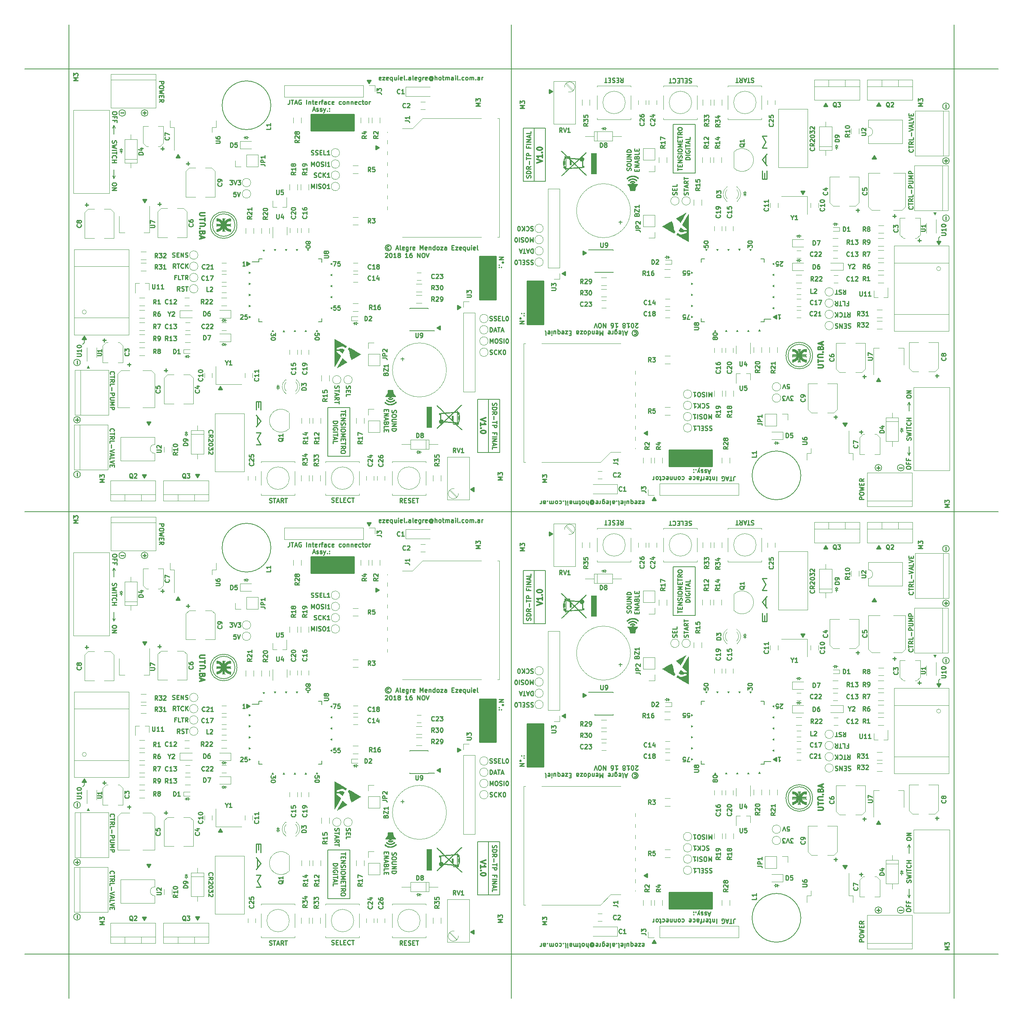
<source format=gbr>
G04 #@! TF.FileFunction,Legend,Top*
%FSLAX46Y46*%
G04 Gerber Fmt 4.6, Leading zero omitted, Abs format (unit mm)*
G04 Created by KiCad (PCBNEW 4.0.7-e2-6376~58~ubuntu16.04.1) date Sun Nov 18 23:18:58 2018*
%MOMM*%
%LPD*%
G01*
G04 APERTURE LIST*
%ADD10C,0.100000*%
%ADD11C,0.200000*%
%ADD12C,0.250000*%
%ADD13C,0.300000*%
%ADD14C,0.125000*%
%ADD15C,0.075000*%
%ADD16C,0.105000*%
%ADD17C,0.120000*%
%ADD18C,0.150000*%
%ADD19C,0.020000*%
%ADD20C,0.600000*%
%ADD21C,0.010000*%
%ADD22C,0.050000*%
%ADD23C,0.225000*%
%ADD24C,0.254000*%
G04 APERTURE END LIST*
D10*
D11*
X210000000Y-100000000D02*
X-10000000Y-100000000D01*
X200000000Y10000000D02*
X200000000Y-210000000D01*
X-10000000Y0D02*
X210000000Y0D01*
X0Y-210000000D02*
X0Y10000000D01*
X210000000Y-200000000D02*
X-10000000Y-200000000D01*
X100000000Y10000000D02*
X100000000Y-210000000D01*
D12*
X24257248Y-119962762D02*
X24257248Y-120010381D01*
X24304867Y-119867524D02*
X24304867Y-120010381D01*
X24352486Y-119772286D02*
X24352486Y-120010381D01*
X24400105Y-119677048D02*
X24400105Y-120010381D01*
X24447724Y-119629429D02*
X24447724Y-120010381D01*
X24495343Y-119534190D02*
X24495343Y-120010381D01*
X24542963Y-119438952D02*
X24542963Y-120010381D01*
X24590582Y-119343714D02*
X24590582Y-120010381D01*
X24638201Y-119248476D02*
X24638201Y-120010381D01*
X24685820Y-119343714D02*
X24685820Y-120010381D01*
X24733439Y-119438952D02*
X24733439Y-120010381D01*
X24781058Y-119534190D02*
X24781058Y-120010381D01*
X24828677Y-119629429D02*
X24828677Y-120010381D01*
X24876296Y-119677048D02*
X24876296Y-120010381D01*
X24923915Y-119772286D02*
X24923915Y-120010381D01*
X24971534Y-119867524D02*
X24971534Y-120010381D01*
X25019153Y-120010381D02*
X24638201Y-119296095D01*
X24257248Y-120010381D01*
X25019153Y-119962762D02*
X25019153Y-120010381D01*
X24638201Y-119248476D02*
X25066772Y-120010381D01*
X24209629Y-120010381D01*
X24638201Y-119248476D01*
D11*
X11506580Y-118170380D02*
X12106580Y-118170380D01*
D12*
X10707819Y-125923952D02*
X10707819Y-126114429D01*
X10660200Y-126209667D01*
X10564962Y-126304905D01*
X10374486Y-126352524D01*
X10041152Y-126352524D01*
X9850676Y-126304905D01*
X9755438Y-126209667D01*
X9707819Y-126114429D01*
X9707819Y-125923952D01*
X9755438Y-125828714D01*
X9850676Y-125733476D01*
X10041152Y-125685857D01*
X10374486Y-125685857D01*
X10564962Y-125733476D01*
X10660200Y-125828714D01*
X10707819Y-125923952D01*
X9707819Y-126781095D02*
X10707819Y-126781095D01*
X9707819Y-127352524D01*
X10707819Y-127352524D01*
D11*
X10160200Y-124765000D02*
X10477700Y-124130000D01*
X10160200Y-122733000D02*
X10160200Y-124765000D01*
X10160200Y-124765000D02*
X9842700Y-124130000D01*
X10160200Y-114732000D02*
X10160200Y-112700000D01*
X10160200Y-112700000D02*
X9842700Y-113335000D01*
D12*
X9755438Y-116169000D02*
X9707819Y-116311857D01*
X9707819Y-116549953D01*
X9755438Y-116645191D01*
X9803057Y-116692810D01*
X9898295Y-116740429D01*
X9993533Y-116740429D01*
X10088771Y-116692810D01*
X10136390Y-116645191D01*
X10184010Y-116549953D01*
X10231629Y-116359476D01*
X10279248Y-116264238D01*
X10326867Y-116216619D01*
X10422105Y-116169000D01*
X10517343Y-116169000D01*
X10612581Y-116216619D01*
X10660200Y-116264238D01*
X10707819Y-116359476D01*
X10707819Y-116597572D01*
X10660200Y-116740429D01*
X10707819Y-117073762D02*
X9707819Y-117311857D01*
X10422105Y-117502334D01*
X9707819Y-117692810D01*
X10707819Y-117930905D01*
X9707819Y-118311857D02*
X10707819Y-118311857D01*
X10707819Y-118645190D02*
X10707819Y-119216619D01*
X9707819Y-118930904D02*
X10707819Y-118930904D01*
X9803057Y-120121381D02*
X9755438Y-120073762D01*
X9707819Y-119930905D01*
X9707819Y-119835667D01*
X9755438Y-119692809D01*
X9850676Y-119597571D01*
X9945914Y-119549952D01*
X10136390Y-119502333D01*
X10279248Y-119502333D01*
X10469724Y-119549952D01*
X10564962Y-119597571D01*
X10660200Y-119692809D01*
X10707819Y-119835667D01*
X10707819Y-119930905D01*
X10660200Y-120073762D01*
X10612581Y-120121381D01*
X9707819Y-120549952D02*
X10707819Y-120549952D01*
X10231629Y-120549952D02*
X10231629Y-121121381D01*
X9707819Y-121121381D02*
X10707819Y-121121381D01*
D13*
X30730943Y-132473943D02*
X29759514Y-132473943D01*
X29645229Y-132531086D01*
X29588086Y-132588229D01*
X29530943Y-132702515D01*
X29530943Y-132931086D01*
X29588086Y-133045372D01*
X29645229Y-133102515D01*
X29759514Y-133159658D01*
X30730943Y-133159658D01*
X30730943Y-133642343D02*
X30730943Y-134328057D01*
X29530943Y-133985200D02*
X30730943Y-133985200D01*
D12*
X17462652Y-129440238D02*
X17462652Y-129392619D01*
X17415033Y-129535476D02*
X17415033Y-129392619D01*
X17367414Y-129630714D02*
X17367414Y-129392619D01*
X17319795Y-129725952D02*
X17319795Y-129392619D01*
X17272176Y-129773571D02*
X17272176Y-129392619D01*
X17224557Y-129868810D02*
X17224557Y-129392619D01*
X17176937Y-129964048D02*
X17176937Y-129392619D01*
X17129318Y-130059286D02*
X17129318Y-129392619D01*
X17081699Y-130154524D02*
X17081699Y-129392619D01*
X17034080Y-130059286D02*
X17034080Y-129392619D01*
X16986461Y-129964048D02*
X16986461Y-129392619D01*
X16938842Y-129868810D02*
X16938842Y-129392619D01*
X16891223Y-129773571D02*
X16891223Y-129392619D01*
X16843604Y-129725952D02*
X16843604Y-129392619D01*
X16795985Y-129630714D02*
X16795985Y-129392619D01*
X16748366Y-129535476D02*
X16748366Y-129392619D01*
X16700747Y-129392619D02*
X17081699Y-130106905D01*
X17462652Y-129392619D01*
X16700747Y-129440238D02*
X16700747Y-129392619D01*
X17081699Y-130154524D02*
X16653128Y-129392619D01*
X17510271Y-129392619D01*
X17081699Y-130154524D01*
D13*
X29569057Y-135496457D02*
X30540486Y-135496457D01*
X30654771Y-135439314D01*
X30711914Y-135382171D01*
X30769057Y-135267885D01*
X30769057Y-135039314D01*
X30711914Y-134925028D01*
X30654771Y-134867885D01*
X30540486Y-134810742D01*
X29569057Y-134810742D01*
X29645229Y-136020514D02*
X29588086Y-136077657D01*
X29530943Y-136020514D01*
X29588086Y-135963371D01*
X29645229Y-136020514D01*
X29530943Y-136020514D01*
X30159514Y-136991943D02*
X30102371Y-137163372D01*
X30045229Y-137220515D01*
X29930943Y-137277658D01*
X29759514Y-137277658D01*
X29645229Y-137220515D01*
X29588086Y-137163372D01*
X29530943Y-137049086D01*
X29530943Y-136591943D01*
X30730943Y-136591943D01*
X30730943Y-136991943D01*
X30673800Y-137106229D01*
X30616657Y-137163372D01*
X30502371Y-137220515D01*
X30388086Y-137220515D01*
X30273800Y-137163372D01*
X30216657Y-137106229D01*
X30159514Y-136991943D01*
X30159514Y-136591943D01*
X29873800Y-137734800D02*
X29873800Y-138306229D01*
X29530943Y-137620515D02*
X30730943Y-138020515D01*
X29530943Y-138420515D01*
D12*
X23357305Y-142441762D02*
X23500162Y-142489381D01*
X23738258Y-142489381D01*
X23833496Y-142441762D01*
X23881115Y-142394143D01*
X23928734Y-142298905D01*
X23928734Y-142203667D01*
X23881115Y-142108429D01*
X23833496Y-142060810D01*
X23738258Y-142013190D01*
X23547781Y-141965571D01*
X23452543Y-141917952D01*
X23404924Y-141870333D01*
X23357305Y-141775095D01*
X23357305Y-141679857D01*
X23404924Y-141584619D01*
X23452543Y-141537000D01*
X23547781Y-141489381D01*
X23785877Y-141489381D01*
X23928734Y-141537000D01*
X24357305Y-141965571D02*
X24690639Y-141965571D01*
X24833496Y-142489381D02*
X24357305Y-142489381D01*
X24357305Y-141489381D01*
X24833496Y-141489381D01*
X25262067Y-142489381D02*
X25262067Y-141489381D01*
X25833496Y-142489381D01*
X25833496Y-141489381D01*
X26262067Y-142441762D02*
X26404924Y-142489381D01*
X26643020Y-142489381D01*
X26738258Y-142441762D01*
X26785877Y-142394143D01*
X26833496Y-142298905D01*
X26833496Y-142203667D01*
X26785877Y-142108429D01*
X26738258Y-142060810D01*
X26643020Y-142013190D01*
X26452543Y-141965571D01*
X26357305Y-141917952D01*
X26309686Y-141870333D01*
X26262067Y-141775095D01*
X26262067Y-141679857D01*
X26309686Y-141584619D01*
X26357305Y-141537000D01*
X26452543Y-141489381D01*
X26690639Y-141489381D01*
X26833496Y-141537000D01*
D11*
X11806580Y-118670380D02*
X11506580Y-118170380D01*
X11806580Y-118670380D02*
X11806580Y-118970380D01*
X12106580Y-118170380D02*
X11806580Y-118670380D01*
X11506580Y-118670380D02*
X12106580Y-118670380D01*
D12*
X11633448Y-109901229D02*
X12395353Y-109901229D01*
X16688048Y-109901229D02*
X17449953Y-109901229D01*
X17069001Y-110282181D02*
X17069001Y-109520276D01*
D11*
X12758861Y-109906000D02*
G75*
G03X12758861Y-109906000I-740531J0D01*
G01*
X17809531Y-109906000D02*
G75*
G03X17809531Y-109906000I-740531J0D01*
G01*
D12*
X10771319Y-109842619D02*
X10771319Y-110033096D01*
X10723700Y-110128334D01*
X10628462Y-110223572D01*
X10437986Y-110271191D01*
X10104652Y-110271191D01*
X9914176Y-110223572D01*
X9818938Y-110128334D01*
X9771319Y-110033096D01*
X9771319Y-109842619D01*
X9818938Y-109747381D01*
X9914176Y-109652143D01*
X10104652Y-109604524D01*
X10437986Y-109604524D01*
X10628462Y-109652143D01*
X10723700Y-109747381D01*
X10771319Y-109842619D01*
X10295129Y-111033096D02*
X10295129Y-110699762D01*
X9771319Y-110699762D02*
X10771319Y-110699762D01*
X10771319Y-111175953D01*
X10295129Y-111890239D02*
X10295129Y-111556905D01*
X9771319Y-111556905D02*
X10771319Y-111556905D01*
X10771319Y-112033096D01*
D11*
X10160200Y-112700000D02*
X10477700Y-113335000D01*
X11806580Y-118170380D02*
X11806580Y-117870380D01*
D12*
X20375819Y-102770476D02*
X21375819Y-102770476D01*
X21375819Y-103151429D01*
X21328200Y-103246667D01*
X21280581Y-103294286D01*
X21185343Y-103341905D01*
X21042486Y-103341905D01*
X20947248Y-103294286D01*
X20899629Y-103246667D01*
X20852010Y-103151429D01*
X20852010Y-102770476D01*
X21375819Y-103960952D02*
X21375819Y-104151429D01*
X21328200Y-104246667D01*
X21232962Y-104341905D01*
X21042486Y-104389524D01*
X20709152Y-104389524D01*
X20518676Y-104341905D01*
X20423438Y-104246667D01*
X20375819Y-104151429D01*
X20375819Y-103960952D01*
X20423438Y-103865714D01*
X20518676Y-103770476D01*
X20709152Y-103722857D01*
X21042486Y-103722857D01*
X21232962Y-103770476D01*
X21328200Y-103865714D01*
X21375819Y-103960952D01*
X21375819Y-104722857D02*
X20375819Y-104960952D01*
X21090105Y-105151429D01*
X20375819Y-105341905D01*
X21375819Y-105580000D01*
X20899629Y-105960952D02*
X20899629Y-106294286D01*
X20375819Y-106437143D02*
X20375819Y-105960952D01*
X21375819Y-105960952D01*
X21375819Y-106437143D01*
X20375819Y-107437143D02*
X20852010Y-107103809D01*
X20375819Y-106865714D02*
X21375819Y-106865714D01*
X21375819Y-107246667D01*
X21328200Y-107341905D01*
X21280581Y-107389524D01*
X21185343Y-107437143D01*
X21042486Y-107437143D01*
X20947248Y-107389524D01*
X20899629Y-107341905D01*
X20852010Y-107246667D01*
X20852010Y-106865714D01*
X72297819Y-140065476D02*
X72202581Y-140017857D01*
X72012105Y-140017857D01*
X71916867Y-140065476D01*
X71821629Y-140160714D01*
X71774010Y-140255952D01*
X71774010Y-140446429D01*
X71821629Y-140541667D01*
X71916867Y-140636905D01*
X72012105Y-140684524D01*
X72202581Y-140684524D01*
X72297819Y-140636905D01*
X72107343Y-139684524D02*
X71869248Y-139732143D01*
X71631152Y-139875000D01*
X71488295Y-140113095D01*
X71440676Y-140351190D01*
X71488295Y-140589286D01*
X71631152Y-140827381D01*
X71869248Y-140970238D01*
X72107343Y-141017857D01*
X72345438Y-140970238D01*
X72583533Y-140827381D01*
X72726390Y-140589286D01*
X72774010Y-140351190D01*
X72726390Y-140113095D01*
X72583533Y-139875000D01*
X72345438Y-139732143D01*
X72107343Y-139684524D01*
X73916867Y-140541667D02*
X74393058Y-140541667D01*
X73821629Y-140827381D02*
X74154962Y-139827381D01*
X74488296Y-140827381D01*
X74964486Y-140827381D02*
X74869248Y-140779762D01*
X74821629Y-140684524D01*
X74821629Y-139827381D01*
X75726392Y-140779762D02*
X75631154Y-140827381D01*
X75440677Y-140827381D01*
X75345439Y-140779762D01*
X75297820Y-140684524D01*
X75297820Y-140303571D01*
X75345439Y-140208333D01*
X75440677Y-140160714D01*
X75631154Y-140160714D01*
X75726392Y-140208333D01*
X75774011Y-140303571D01*
X75774011Y-140398810D01*
X75297820Y-140494048D01*
X76631154Y-140160714D02*
X76631154Y-140970238D01*
X76583535Y-141065476D01*
X76535916Y-141113095D01*
X76440677Y-141160714D01*
X76297820Y-141160714D01*
X76202582Y-141113095D01*
X76631154Y-140779762D02*
X76535916Y-140827381D01*
X76345439Y-140827381D01*
X76250201Y-140779762D01*
X76202582Y-140732143D01*
X76154963Y-140636905D01*
X76154963Y-140351190D01*
X76202582Y-140255952D01*
X76250201Y-140208333D01*
X76345439Y-140160714D01*
X76535916Y-140160714D01*
X76631154Y-140208333D01*
X77107344Y-140827381D02*
X77107344Y-140160714D01*
X77107344Y-140351190D02*
X77154963Y-140255952D01*
X77202582Y-140208333D01*
X77297820Y-140160714D01*
X77393059Y-140160714D01*
X78107345Y-140779762D02*
X78012107Y-140827381D01*
X77821630Y-140827381D01*
X77726392Y-140779762D01*
X77678773Y-140684524D01*
X77678773Y-140303571D01*
X77726392Y-140208333D01*
X77821630Y-140160714D01*
X78012107Y-140160714D01*
X78107345Y-140208333D01*
X78154964Y-140303571D01*
X78154964Y-140398810D01*
X77678773Y-140494048D01*
X79345440Y-140827381D02*
X79345440Y-139827381D01*
X79678774Y-140541667D01*
X80012107Y-139827381D01*
X80012107Y-140827381D01*
X80869250Y-140779762D02*
X80774012Y-140827381D01*
X80583535Y-140827381D01*
X80488297Y-140779762D01*
X80440678Y-140684524D01*
X80440678Y-140303571D01*
X80488297Y-140208333D01*
X80583535Y-140160714D01*
X80774012Y-140160714D01*
X80869250Y-140208333D01*
X80916869Y-140303571D01*
X80916869Y-140398810D01*
X80440678Y-140494048D01*
X81345440Y-140160714D02*
X81345440Y-140827381D01*
X81345440Y-140255952D02*
X81393059Y-140208333D01*
X81488297Y-140160714D01*
X81631155Y-140160714D01*
X81726393Y-140208333D01*
X81774012Y-140303571D01*
X81774012Y-140827381D01*
X82678774Y-140827381D02*
X82678774Y-139827381D01*
X82678774Y-140779762D02*
X82583536Y-140827381D01*
X82393059Y-140827381D01*
X82297821Y-140779762D01*
X82250202Y-140732143D01*
X82202583Y-140636905D01*
X82202583Y-140351190D01*
X82250202Y-140255952D01*
X82297821Y-140208333D01*
X82393059Y-140160714D01*
X82583536Y-140160714D01*
X82678774Y-140208333D01*
X83297821Y-140827381D02*
X83202583Y-140779762D01*
X83154964Y-140732143D01*
X83107345Y-140636905D01*
X83107345Y-140351190D01*
X83154964Y-140255952D01*
X83202583Y-140208333D01*
X83297821Y-140160714D01*
X83440679Y-140160714D01*
X83535917Y-140208333D01*
X83583536Y-140255952D01*
X83631155Y-140351190D01*
X83631155Y-140636905D01*
X83583536Y-140732143D01*
X83535917Y-140779762D01*
X83440679Y-140827381D01*
X83297821Y-140827381D01*
X83964488Y-140160714D02*
X84488298Y-140160714D01*
X83964488Y-140827381D01*
X84488298Y-140827381D01*
X85297822Y-140827381D02*
X85297822Y-140303571D01*
X85250203Y-140208333D01*
X85154965Y-140160714D01*
X84964488Y-140160714D01*
X84869250Y-140208333D01*
X85297822Y-140779762D02*
X85202584Y-140827381D01*
X84964488Y-140827381D01*
X84869250Y-140779762D01*
X84821631Y-140684524D01*
X84821631Y-140589286D01*
X84869250Y-140494048D01*
X84964488Y-140446429D01*
X85202584Y-140446429D01*
X85297822Y-140398810D01*
X86535917Y-140303571D02*
X86869251Y-140303571D01*
X87012108Y-140827381D02*
X86535917Y-140827381D01*
X86535917Y-139827381D01*
X87012108Y-139827381D01*
X87345441Y-140160714D02*
X87869251Y-140160714D01*
X87345441Y-140827381D01*
X87869251Y-140827381D01*
X88631156Y-140779762D02*
X88535918Y-140827381D01*
X88345441Y-140827381D01*
X88250203Y-140779762D01*
X88202584Y-140684524D01*
X88202584Y-140303571D01*
X88250203Y-140208333D01*
X88345441Y-140160714D01*
X88535918Y-140160714D01*
X88631156Y-140208333D01*
X88678775Y-140303571D01*
X88678775Y-140398810D01*
X88202584Y-140494048D01*
X89535918Y-140160714D02*
X89535918Y-141160714D01*
X89535918Y-140779762D02*
X89440680Y-140827381D01*
X89250203Y-140827381D01*
X89154965Y-140779762D01*
X89107346Y-140732143D01*
X89059727Y-140636905D01*
X89059727Y-140351190D01*
X89107346Y-140255952D01*
X89154965Y-140208333D01*
X89250203Y-140160714D01*
X89440680Y-140160714D01*
X89535918Y-140208333D01*
X90440680Y-140160714D02*
X90440680Y-140827381D01*
X90012108Y-140160714D02*
X90012108Y-140684524D01*
X90059727Y-140779762D01*
X90154965Y-140827381D01*
X90297823Y-140827381D01*
X90393061Y-140779762D01*
X90440680Y-140732143D01*
X90916870Y-140827381D02*
X90916870Y-140160714D01*
X90916870Y-139827381D02*
X90869251Y-139875000D01*
X90916870Y-139922619D01*
X90964489Y-139875000D01*
X90916870Y-139827381D01*
X90916870Y-139922619D01*
X91774013Y-140779762D02*
X91678775Y-140827381D01*
X91488298Y-140827381D01*
X91393060Y-140779762D01*
X91345441Y-140684524D01*
X91345441Y-140303571D01*
X91393060Y-140208333D01*
X91488298Y-140160714D01*
X91678775Y-140160714D01*
X91774013Y-140208333D01*
X91821632Y-140303571D01*
X91821632Y-140398810D01*
X91345441Y-140494048D01*
X92393060Y-140827381D02*
X92297822Y-140779762D01*
X92250203Y-140684524D01*
X92250203Y-139827381D01*
X71440676Y-141672619D02*
X71488295Y-141625000D01*
X71583533Y-141577381D01*
X71821629Y-141577381D01*
X71916867Y-141625000D01*
X71964486Y-141672619D01*
X72012105Y-141767857D01*
X72012105Y-141863095D01*
X71964486Y-142005952D01*
X71393057Y-142577381D01*
X72012105Y-142577381D01*
X72631152Y-141577381D02*
X72726391Y-141577381D01*
X72821629Y-141625000D01*
X72869248Y-141672619D01*
X72916867Y-141767857D01*
X72964486Y-141958333D01*
X72964486Y-142196429D01*
X72916867Y-142386905D01*
X72869248Y-142482143D01*
X72821629Y-142529762D01*
X72726391Y-142577381D01*
X72631152Y-142577381D01*
X72535914Y-142529762D01*
X72488295Y-142482143D01*
X72440676Y-142386905D01*
X72393057Y-142196429D01*
X72393057Y-141958333D01*
X72440676Y-141767857D01*
X72488295Y-141672619D01*
X72535914Y-141625000D01*
X72631152Y-141577381D01*
X73916867Y-142577381D02*
X73345438Y-142577381D01*
X73631152Y-142577381D02*
X73631152Y-141577381D01*
X73535914Y-141720238D01*
X73440676Y-141815476D01*
X73345438Y-141863095D01*
X74488295Y-142005952D02*
X74393057Y-141958333D01*
X74345438Y-141910714D01*
X74297819Y-141815476D01*
X74297819Y-141767857D01*
X74345438Y-141672619D01*
X74393057Y-141625000D01*
X74488295Y-141577381D01*
X74678772Y-141577381D01*
X74774010Y-141625000D01*
X74821629Y-141672619D01*
X74869248Y-141767857D01*
X74869248Y-141815476D01*
X74821629Y-141910714D01*
X74774010Y-141958333D01*
X74678772Y-142005952D01*
X74488295Y-142005952D01*
X74393057Y-142053571D01*
X74345438Y-142101190D01*
X74297819Y-142196429D01*
X74297819Y-142386905D01*
X74345438Y-142482143D01*
X74393057Y-142529762D01*
X74488295Y-142577381D01*
X74678772Y-142577381D01*
X74774010Y-142529762D01*
X74821629Y-142482143D01*
X74869248Y-142386905D01*
X74869248Y-142196429D01*
X74821629Y-142101190D01*
X74774010Y-142053571D01*
X74678772Y-142005952D01*
X76583534Y-142577381D02*
X76012105Y-142577381D01*
X76297819Y-142577381D02*
X76297819Y-141577381D01*
X76202581Y-141720238D01*
X76107343Y-141815476D01*
X76012105Y-141863095D01*
X77440677Y-141577381D02*
X77250200Y-141577381D01*
X77154962Y-141625000D01*
X77107343Y-141672619D01*
X77012105Y-141815476D01*
X76964486Y-142005952D01*
X76964486Y-142386905D01*
X77012105Y-142482143D01*
X77059724Y-142529762D01*
X77154962Y-142577381D01*
X77345439Y-142577381D01*
X77440677Y-142529762D01*
X77488296Y-142482143D01*
X77535915Y-142386905D01*
X77535915Y-142148810D01*
X77488296Y-142053571D01*
X77440677Y-142005952D01*
X77345439Y-141958333D01*
X77154962Y-141958333D01*
X77059724Y-142005952D01*
X77012105Y-142053571D01*
X76964486Y-142148810D01*
X78726391Y-142577381D02*
X78726391Y-141577381D01*
X79297820Y-142577381D01*
X79297820Y-141577381D01*
X79964486Y-141577381D02*
X80154963Y-141577381D01*
X80250201Y-141625000D01*
X80345439Y-141720238D01*
X80393058Y-141910714D01*
X80393058Y-142244048D01*
X80345439Y-142434524D01*
X80250201Y-142529762D01*
X80154963Y-142577381D01*
X79964486Y-142577381D01*
X79869248Y-142529762D01*
X79774010Y-142434524D01*
X79726391Y-142244048D01*
X79726391Y-141910714D01*
X79774010Y-141720238D01*
X79869248Y-141625000D01*
X79964486Y-141577381D01*
X80678772Y-141577381D02*
X81012105Y-142577381D01*
X81345439Y-141577381D01*
X68135652Y-102516238D02*
X68135652Y-102468619D01*
X68088033Y-102611476D02*
X68088033Y-102468619D01*
X68040414Y-102706714D02*
X68040414Y-102468619D01*
X67992795Y-102801952D02*
X67992795Y-102468619D01*
X67945176Y-102849571D02*
X67945176Y-102468619D01*
X67897557Y-102944810D02*
X67897557Y-102468619D01*
X67849937Y-103040048D02*
X67849937Y-102468619D01*
X67802318Y-103135286D02*
X67802318Y-102468619D01*
X67754699Y-103230524D02*
X67754699Y-102468619D01*
X67707080Y-103135286D02*
X67707080Y-102468619D01*
X67659461Y-103040048D02*
X67659461Y-102468619D01*
X67611842Y-102944810D02*
X67611842Y-102468619D01*
X67564223Y-102849571D02*
X67564223Y-102468619D01*
X67516604Y-102801952D02*
X67516604Y-102468619D01*
X67468985Y-102706714D02*
X67468985Y-102468619D01*
X67421366Y-102611476D02*
X67421366Y-102468619D01*
X67373747Y-102468619D02*
X67754699Y-103182905D01*
X68135652Y-102468619D01*
X67373747Y-102516238D02*
X67373747Y-102468619D01*
X67754699Y-103230524D02*
X67326128Y-102468619D01*
X68183271Y-102468619D01*
X67754699Y-103230524D01*
X69381938Y-117335548D02*
X69334319Y-117335548D01*
X69477176Y-117383167D02*
X69334319Y-117383167D01*
X69572414Y-117430786D02*
X69334319Y-117430786D01*
X69667652Y-117478405D02*
X69334319Y-117478405D01*
X69715271Y-117526024D02*
X69334319Y-117526024D01*
X69810510Y-117573643D02*
X69334319Y-117573643D01*
X69905748Y-117621263D02*
X69334319Y-117621263D01*
X70000986Y-117668882D02*
X69334319Y-117668882D01*
X70096224Y-117716501D02*
X69334319Y-117716501D01*
X70000986Y-117764120D02*
X69334319Y-117764120D01*
X69905748Y-117811739D02*
X69334319Y-117811739D01*
X69810510Y-117859358D02*
X69334319Y-117859358D01*
X69715271Y-117906977D02*
X69334319Y-117906977D01*
X69667652Y-117954596D02*
X69334319Y-117954596D01*
X69572414Y-118002215D02*
X69334319Y-118002215D01*
X69477176Y-118049834D02*
X69334319Y-118049834D01*
X69334319Y-118097453D02*
X70048605Y-117716501D01*
X69334319Y-117335548D01*
X69381938Y-118097453D02*
X69334319Y-118097453D01*
X70096224Y-117716501D02*
X69334319Y-118145072D01*
X69334319Y-117287929D01*
X70096224Y-117716501D01*
X70464486Y-102404762D02*
X70369248Y-102452381D01*
X70178771Y-102452381D01*
X70083533Y-102404762D01*
X70035914Y-102309524D01*
X70035914Y-101928571D01*
X70083533Y-101833333D01*
X70178771Y-101785714D01*
X70369248Y-101785714D01*
X70464486Y-101833333D01*
X70512105Y-101928571D01*
X70512105Y-102023810D01*
X70035914Y-102119048D01*
X70845438Y-101785714D02*
X71369248Y-101785714D01*
X70845438Y-102452381D01*
X71369248Y-102452381D01*
X72131153Y-102404762D02*
X72035915Y-102452381D01*
X71845438Y-102452381D01*
X71750200Y-102404762D01*
X71702581Y-102309524D01*
X71702581Y-101928571D01*
X71750200Y-101833333D01*
X71845438Y-101785714D01*
X72035915Y-101785714D01*
X72131153Y-101833333D01*
X72178772Y-101928571D01*
X72178772Y-102023810D01*
X71702581Y-102119048D01*
X73035915Y-101785714D02*
X73035915Y-102785714D01*
X73035915Y-102404762D02*
X72940677Y-102452381D01*
X72750200Y-102452381D01*
X72654962Y-102404762D01*
X72607343Y-102357143D01*
X72559724Y-102261905D01*
X72559724Y-101976190D01*
X72607343Y-101880952D01*
X72654962Y-101833333D01*
X72750200Y-101785714D01*
X72940677Y-101785714D01*
X73035915Y-101833333D01*
X73940677Y-101785714D02*
X73940677Y-102452381D01*
X73512105Y-101785714D02*
X73512105Y-102309524D01*
X73559724Y-102404762D01*
X73654962Y-102452381D01*
X73797820Y-102452381D01*
X73893058Y-102404762D01*
X73940677Y-102357143D01*
X74416867Y-102452381D02*
X74416867Y-101785714D01*
X74416867Y-101452381D02*
X74369248Y-101500000D01*
X74416867Y-101547619D01*
X74464486Y-101500000D01*
X74416867Y-101452381D01*
X74416867Y-101547619D01*
X75274010Y-102404762D02*
X75178772Y-102452381D01*
X74988295Y-102452381D01*
X74893057Y-102404762D01*
X74845438Y-102309524D01*
X74845438Y-101928571D01*
X74893057Y-101833333D01*
X74988295Y-101785714D01*
X75178772Y-101785714D01*
X75274010Y-101833333D01*
X75321629Y-101928571D01*
X75321629Y-102023810D01*
X74845438Y-102119048D01*
X75893057Y-102452381D02*
X75797819Y-102404762D01*
X75750200Y-102309524D01*
X75750200Y-101452381D01*
X76274010Y-102357143D02*
X76321629Y-102404762D01*
X76274010Y-102452381D01*
X76226391Y-102404762D01*
X76274010Y-102357143D01*
X76274010Y-102452381D01*
X77178772Y-102452381D02*
X77178772Y-101928571D01*
X77131153Y-101833333D01*
X77035915Y-101785714D01*
X76845438Y-101785714D01*
X76750200Y-101833333D01*
X77178772Y-102404762D02*
X77083534Y-102452381D01*
X76845438Y-102452381D01*
X76750200Y-102404762D01*
X76702581Y-102309524D01*
X76702581Y-102214286D01*
X76750200Y-102119048D01*
X76845438Y-102071429D01*
X77083534Y-102071429D01*
X77178772Y-102023810D01*
X77797819Y-102452381D02*
X77702581Y-102404762D01*
X77654962Y-102309524D01*
X77654962Y-101452381D01*
X78559725Y-102404762D02*
X78464487Y-102452381D01*
X78274010Y-102452381D01*
X78178772Y-102404762D01*
X78131153Y-102309524D01*
X78131153Y-101928571D01*
X78178772Y-101833333D01*
X78274010Y-101785714D01*
X78464487Y-101785714D01*
X78559725Y-101833333D01*
X78607344Y-101928571D01*
X78607344Y-102023810D01*
X78131153Y-102119048D01*
X79464487Y-101785714D02*
X79464487Y-102595238D01*
X79416868Y-102690476D01*
X79369249Y-102738095D01*
X79274010Y-102785714D01*
X79131153Y-102785714D01*
X79035915Y-102738095D01*
X79464487Y-102404762D02*
X79369249Y-102452381D01*
X79178772Y-102452381D01*
X79083534Y-102404762D01*
X79035915Y-102357143D01*
X78988296Y-102261905D01*
X78988296Y-101976190D01*
X79035915Y-101880952D01*
X79083534Y-101833333D01*
X79178772Y-101785714D01*
X79369249Y-101785714D01*
X79464487Y-101833333D01*
X79940677Y-102452381D02*
X79940677Y-101785714D01*
X79940677Y-101976190D02*
X79988296Y-101880952D01*
X80035915Y-101833333D01*
X80131153Y-101785714D01*
X80226392Y-101785714D01*
X80940678Y-102404762D02*
X80845440Y-102452381D01*
X80654963Y-102452381D01*
X80559725Y-102404762D01*
X80512106Y-102309524D01*
X80512106Y-101928571D01*
X80559725Y-101833333D01*
X80654963Y-101785714D01*
X80845440Y-101785714D01*
X80940678Y-101833333D01*
X80988297Y-101928571D01*
X80988297Y-102023810D01*
X80512106Y-102119048D01*
X82035916Y-101976190D02*
X81988297Y-101928571D01*
X81893059Y-101880952D01*
X81797821Y-101880952D01*
X81702583Y-101928571D01*
X81654963Y-101976190D01*
X81607344Y-102071429D01*
X81607344Y-102166667D01*
X81654963Y-102261905D01*
X81702583Y-102309524D01*
X81797821Y-102357143D01*
X81893059Y-102357143D01*
X81988297Y-102309524D01*
X82035916Y-102261905D01*
X82035916Y-101880952D02*
X82035916Y-102261905D01*
X82083535Y-102309524D01*
X82131154Y-102309524D01*
X82226392Y-102261905D01*
X82274011Y-102166667D01*
X82274011Y-101928571D01*
X82178773Y-101785714D01*
X82035916Y-101690476D01*
X81845440Y-101642857D01*
X81654963Y-101690476D01*
X81512106Y-101785714D01*
X81416868Y-101928571D01*
X81369249Y-102119048D01*
X81416868Y-102309524D01*
X81512106Y-102452381D01*
X81654963Y-102547619D01*
X81845440Y-102595238D01*
X82035916Y-102547619D01*
X82178773Y-102452381D01*
X82702582Y-102452381D02*
X82702582Y-101452381D01*
X83131154Y-102452381D02*
X83131154Y-101928571D01*
X83083535Y-101833333D01*
X82988297Y-101785714D01*
X82845439Y-101785714D01*
X82750201Y-101833333D01*
X82702582Y-101880952D01*
X83750201Y-102452381D02*
X83654963Y-102404762D01*
X83607344Y-102357143D01*
X83559725Y-102261905D01*
X83559725Y-101976190D01*
X83607344Y-101880952D01*
X83654963Y-101833333D01*
X83750201Y-101785714D01*
X83893059Y-101785714D01*
X83988297Y-101833333D01*
X84035916Y-101880952D01*
X84083535Y-101976190D01*
X84083535Y-102261905D01*
X84035916Y-102357143D01*
X83988297Y-102404762D01*
X83893059Y-102452381D01*
X83750201Y-102452381D01*
X84369249Y-101785714D02*
X84750201Y-101785714D01*
X84512106Y-101452381D02*
X84512106Y-102309524D01*
X84559725Y-102404762D01*
X84654963Y-102452381D01*
X84750201Y-102452381D01*
X85083535Y-102452381D02*
X85083535Y-101785714D01*
X85083535Y-101880952D02*
X85131154Y-101833333D01*
X85226392Y-101785714D01*
X85369250Y-101785714D01*
X85464488Y-101833333D01*
X85512107Y-101928571D01*
X85512107Y-102452381D01*
X85512107Y-101928571D02*
X85559726Y-101833333D01*
X85654964Y-101785714D01*
X85797821Y-101785714D01*
X85893059Y-101833333D01*
X85940678Y-101928571D01*
X85940678Y-102452381D01*
X86845440Y-102452381D02*
X86845440Y-101928571D01*
X86797821Y-101833333D01*
X86702583Y-101785714D01*
X86512106Y-101785714D01*
X86416868Y-101833333D01*
X86845440Y-102404762D02*
X86750202Y-102452381D01*
X86512106Y-102452381D01*
X86416868Y-102404762D01*
X86369249Y-102309524D01*
X86369249Y-102214286D01*
X86416868Y-102119048D01*
X86512106Y-102071429D01*
X86750202Y-102071429D01*
X86845440Y-102023810D01*
X87321630Y-102452381D02*
X87321630Y-101785714D01*
X87321630Y-101452381D02*
X87274011Y-101500000D01*
X87321630Y-101547619D01*
X87369249Y-101500000D01*
X87321630Y-101452381D01*
X87321630Y-101547619D01*
X87940677Y-102452381D02*
X87845439Y-102404762D01*
X87797820Y-102309524D01*
X87797820Y-101452381D01*
X88321630Y-102357143D02*
X88369249Y-102404762D01*
X88321630Y-102452381D01*
X88274011Y-102404762D01*
X88321630Y-102357143D01*
X88321630Y-102452381D01*
X89226392Y-102404762D02*
X89131154Y-102452381D01*
X88940677Y-102452381D01*
X88845439Y-102404762D01*
X88797820Y-102357143D01*
X88750201Y-102261905D01*
X88750201Y-101976190D01*
X88797820Y-101880952D01*
X88845439Y-101833333D01*
X88940677Y-101785714D01*
X89131154Y-101785714D01*
X89226392Y-101833333D01*
X89797820Y-102452381D02*
X89702582Y-102404762D01*
X89654963Y-102357143D01*
X89607344Y-102261905D01*
X89607344Y-101976190D01*
X89654963Y-101880952D01*
X89702582Y-101833333D01*
X89797820Y-101785714D01*
X89940678Y-101785714D01*
X90035916Y-101833333D01*
X90083535Y-101880952D01*
X90131154Y-101976190D01*
X90131154Y-102261905D01*
X90083535Y-102357143D01*
X90035916Y-102404762D01*
X89940678Y-102452381D01*
X89797820Y-102452381D01*
X90559725Y-102452381D02*
X90559725Y-101785714D01*
X90559725Y-101880952D02*
X90607344Y-101833333D01*
X90702582Y-101785714D01*
X90845440Y-101785714D01*
X90940678Y-101833333D01*
X90988297Y-101928571D01*
X90988297Y-102452381D01*
X90988297Y-101928571D02*
X91035916Y-101833333D01*
X91131154Y-101785714D01*
X91274011Y-101785714D01*
X91369249Y-101833333D01*
X91416868Y-101928571D01*
X91416868Y-102452381D01*
X91893058Y-102357143D02*
X91940677Y-102404762D01*
X91893058Y-102452381D01*
X91845439Y-102404762D01*
X91893058Y-102357143D01*
X91893058Y-102452381D01*
X92797820Y-102452381D02*
X92797820Y-101928571D01*
X92750201Y-101833333D01*
X92654963Y-101785714D01*
X92464486Y-101785714D01*
X92369248Y-101833333D01*
X92797820Y-102404762D02*
X92702582Y-102452381D01*
X92464486Y-102452381D01*
X92369248Y-102404762D01*
X92321629Y-102309524D01*
X92321629Y-102214286D01*
X92369248Y-102119048D01*
X92464486Y-102071429D01*
X92702582Y-102071429D01*
X92797820Y-102023810D01*
X93274010Y-102452381D02*
X93274010Y-101785714D01*
X93274010Y-101976190D02*
X93321629Y-101880952D01*
X93369248Y-101833333D01*
X93464486Y-101785714D01*
X93559725Y-101785714D01*
X54073928Y-139083051D02*
X54121547Y-138987813D01*
X54169166Y-138940194D01*
X54264404Y-138892575D01*
X54312023Y-138892575D01*
X54407261Y-138940194D01*
X54454880Y-138987813D01*
X54502499Y-139083051D01*
X54502499Y-139273528D01*
X54454880Y-139368766D01*
X54407261Y-139416385D01*
X54312023Y-139464004D01*
X54264404Y-139464004D01*
X54169166Y-139416385D01*
X54121547Y-139368766D01*
X54073928Y-139273528D01*
X54073928Y-139083051D01*
X54026309Y-138987813D01*
X53978690Y-138940194D01*
X53883451Y-138892575D01*
X53692975Y-138892575D01*
X53597737Y-138940194D01*
X53550118Y-138987813D01*
X53502499Y-139083051D01*
X53502499Y-139273528D01*
X53550118Y-139368766D01*
X53597737Y-139416385D01*
X53692975Y-139464004D01*
X53883451Y-139464004D01*
X53978690Y-139416385D01*
X54026309Y-139368766D01*
X54073928Y-139273528D01*
X54502499Y-140083051D02*
X54502499Y-140178290D01*
X54454880Y-140273528D01*
X54407261Y-140321147D01*
X54312023Y-140368766D01*
X54121547Y-140416385D01*
X53883451Y-140416385D01*
X53692975Y-140368766D01*
X53597737Y-140321147D01*
X53550118Y-140273528D01*
X53502499Y-140178290D01*
X53502499Y-140083051D01*
X53550118Y-139987813D01*
X53597737Y-139940194D01*
X53692975Y-139892575D01*
X53883451Y-139844956D01*
X54121547Y-139844956D01*
X54312023Y-139892575D01*
X54407261Y-139940194D01*
X54454880Y-139987813D01*
X54502499Y-140083051D01*
D14*
X49205056Y-140683999D02*
X49205056Y-140660190D01*
X49181247Y-140731618D02*
X49181247Y-140660190D01*
X49157437Y-140779237D02*
X49157437Y-140660190D01*
X49133628Y-140826856D02*
X49133628Y-140660190D01*
X49109818Y-140850666D02*
X49109818Y-140660190D01*
X49086009Y-140898285D02*
X49086009Y-140660190D01*
X49062199Y-140945904D02*
X49062199Y-140660190D01*
X49038390Y-140993523D02*
X49038390Y-140660190D01*
X49014580Y-141041142D02*
X49014580Y-140660190D01*
X48990771Y-140993523D02*
X48990771Y-140660190D01*
X48966961Y-140945904D02*
X48966961Y-140660190D01*
X48943152Y-140898285D02*
X48943152Y-140660190D01*
X48919342Y-140850666D02*
X48919342Y-140660190D01*
X48895533Y-140826856D02*
X48895533Y-140660190D01*
X48871723Y-140779237D02*
X48871723Y-140660190D01*
X48847914Y-140731618D02*
X48847914Y-140660190D01*
X48824104Y-140660190D02*
X49014580Y-141017332D01*
X49205056Y-140660190D01*
X48824104Y-140683999D02*
X48824104Y-140660190D01*
X49014580Y-141041142D02*
X48800294Y-140660190D01*
X49228866Y-140660190D01*
X49014580Y-141041142D01*
X54175836Y-140678919D02*
X54175836Y-140655110D01*
X54152027Y-140726538D02*
X54152027Y-140655110D01*
X54128217Y-140774157D02*
X54128217Y-140655110D01*
X54104408Y-140821776D02*
X54104408Y-140655110D01*
X54080598Y-140845586D02*
X54080598Y-140655110D01*
X54056789Y-140893205D02*
X54056789Y-140655110D01*
X54032979Y-140940824D02*
X54032979Y-140655110D01*
X54009170Y-140988443D02*
X54009170Y-140655110D01*
X53985360Y-141036062D02*
X53985360Y-140655110D01*
X53961551Y-140988443D02*
X53961551Y-140655110D01*
X53937741Y-140940824D02*
X53937741Y-140655110D01*
X53913932Y-140893205D02*
X53913932Y-140655110D01*
X53890122Y-140845586D02*
X53890122Y-140655110D01*
X53866313Y-140821776D02*
X53866313Y-140655110D01*
X53842503Y-140774157D02*
X53842503Y-140655110D01*
X53818694Y-140726538D02*
X53818694Y-140655110D01*
X53794884Y-140655110D02*
X53985360Y-141012252D01*
X54175836Y-140655110D01*
X53794884Y-140678919D02*
X53794884Y-140655110D01*
X53985360Y-141036062D02*
X53771074Y-140655110D01*
X54199646Y-140655110D01*
X53985360Y-141036062D01*
X51681556Y-140683999D02*
X51681556Y-140660190D01*
X51657747Y-140731618D02*
X51657747Y-140660190D01*
X51633937Y-140779237D02*
X51633937Y-140660190D01*
X51610128Y-140826856D02*
X51610128Y-140660190D01*
X51586318Y-140850666D02*
X51586318Y-140660190D01*
X51562509Y-140898285D02*
X51562509Y-140660190D01*
X51538699Y-140945904D02*
X51538699Y-140660190D01*
X51514890Y-140993523D02*
X51514890Y-140660190D01*
X51491080Y-141041142D02*
X51491080Y-140660190D01*
X51467271Y-140993523D02*
X51467271Y-140660190D01*
X51443461Y-140945904D02*
X51443461Y-140660190D01*
X51419652Y-140898285D02*
X51419652Y-140660190D01*
X51395842Y-140850666D02*
X51395842Y-140660190D01*
X51372033Y-140826856D02*
X51372033Y-140660190D01*
X51348223Y-140779237D02*
X51348223Y-140660190D01*
X51324414Y-140731618D02*
X51324414Y-140660190D01*
X51300604Y-140660190D02*
X51491080Y-141017332D01*
X51681556Y-140660190D01*
X51300604Y-140683999D02*
X51300604Y-140660190D01*
X51491080Y-141041142D02*
X51276794Y-140660190D01*
X51705366Y-140660190D01*
X51491080Y-141041142D01*
D15*
X44175856Y-140836399D02*
X44175856Y-140812590D01*
X44152047Y-140884018D02*
X44152047Y-140812590D01*
X44128237Y-140931637D02*
X44128237Y-140812590D01*
X44104428Y-140979256D02*
X44104428Y-140812590D01*
X44080618Y-141003066D02*
X44080618Y-140812590D01*
X44056809Y-141050685D02*
X44056809Y-140812590D01*
X44032999Y-141098304D02*
X44032999Y-140812590D01*
X44009190Y-141145923D02*
X44009190Y-140812590D01*
X43985380Y-141193542D02*
X43985380Y-140812590D01*
X43961571Y-141145923D02*
X43961571Y-140812590D01*
X43937761Y-141098304D02*
X43937761Y-140812590D01*
X43913952Y-141050685D02*
X43913952Y-140812590D01*
X43890142Y-141003066D02*
X43890142Y-140812590D01*
X43866333Y-140979256D02*
X43866333Y-140812590D01*
X43842523Y-140931637D02*
X43842523Y-140812590D01*
X43818714Y-140884018D02*
X43818714Y-140812590D01*
X43794904Y-140812590D02*
X43985380Y-141169732D01*
X44175856Y-140812590D01*
X43794904Y-140836399D02*
X43794904Y-140812590D01*
X43985380Y-141193542D02*
X43771094Y-140812590D01*
X44199666Y-140812590D01*
X43985380Y-141193542D01*
D14*
X46690456Y-140683999D02*
X46690456Y-140660190D01*
X46666647Y-140731618D02*
X46666647Y-140660190D01*
X46642837Y-140779237D02*
X46642837Y-140660190D01*
X46619028Y-140826856D02*
X46619028Y-140660190D01*
X46595218Y-140850666D02*
X46595218Y-140660190D01*
X46571409Y-140898285D02*
X46571409Y-140660190D01*
X46547599Y-140945904D02*
X46547599Y-140660190D01*
X46523790Y-140993523D02*
X46523790Y-140660190D01*
X46499980Y-141041142D02*
X46499980Y-140660190D01*
X46476171Y-140993523D02*
X46476171Y-140660190D01*
X46452361Y-140945904D02*
X46452361Y-140660190D01*
X46428552Y-140898285D02*
X46428552Y-140660190D01*
X46404742Y-140850666D02*
X46404742Y-140660190D01*
X46380933Y-140826856D02*
X46380933Y-140660190D01*
X46357123Y-140779237D02*
X46357123Y-140660190D01*
X46333314Y-140731618D02*
X46333314Y-140660190D01*
X46309504Y-140660190D02*
X46499980Y-141017332D01*
X46690456Y-140660190D01*
X46309504Y-140683999D02*
X46309504Y-140660190D01*
X46499980Y-141041142D02*
X46285694Y-140660190D01*
X46714266Y-140660190D01*
X46499980Y-141041142D01*
D12*
X37698904Y-127791161D02*
X37222713Y-127791161D01*
X37175094Y-128267351D01*
X37222713Y-128219732D01*
X37317951Y-128172113D01*
X37556047Y-128172113D01*
X37651285Y-128219732D01*
X37698904Y-128267351D01*
X37746523Y-128362590D01*
X37746523Y-128600685D01*
X37698904Y-128695923D01*
X37651285Y-128743542D01*
X37556047Y-128791161D01*
X37317951Y-128791161D01*
X37222713Y-128743542D01*
X37175094Y-128695923D01*
X38032237Y-127791161D02*
X38365570Y-128791161D01*
X38698904Y-127791161D01*
X54772381Y-126969981D02*
X54772381Y-125969981D01*
X55105715Y-126684267D01*
X55439048Y-125969981D01*
X55439048Y-126969981D01*
X55915238Y-126969981D02*
X55915238Y-125969981D01*
X56343809Y-126922362D02*
X56486666Y-126969981D01*
X56724762Y-126969981D01*
X56820000Y-126922362D01*
X56867619Y-126874743D01*
X56915238Y-126779505D01*
X56915238Y-126684267D01*
X56867619Y-126589029D01*
X56820000Y-126541410D01*
X56724762Y-126493790D01*
X56534285Y-126446171D01*
X56439047Y-126398552D01*
X56391428Y-126350933D01*
X56343809Y-126255695D01*
X56343809Y-126160457D01*
X56391428Y-126065219D01*
X56439047Y-126017600D01*
X56534285Y-125969981D01*
X56772381Y-125969981D01*
X56915238Y-126017600D01*
X57534285Y-125969981D02*
X57724762Y-125969981D01*
X57820000Y-126017600D01*
X57915238Y-126112838D01*
X57962857Y-126303314D01*
X57962857Y-126636648D01*
X57915238Y-126827124D01*
X57820000Y-126922362D01*
X57724762Y-126969981D01*
X57534285Y-126969981D01*
X57439047Y-126922362D01*
X57343809Y-126827124D01*
X57296190Y-126636648D01*
X57296190Y-126303314D01*
X57343809Y-126112838D01*
X57439047Y-126017600D01*
X57534285Y-125969981D01*
X58915238Y-126969981D02*
X58343809Y-126969981D01*
X58629523Y-126969981D02*
X58629523Y-125969981D01*
X58534285Y-126112838D01*
X58439047Y-126208076D01*
X58343809Y-126255695D01*
X55380675Y-124400142D02*
X55523532Y-124447761D01*
X55761628Y-124447761D01*
X55856866Y-124400142D01*
X55904485Y-124352523D01*
X55952104Y-124257285D01*
X55952104Y-124162047D01*
X55904485Y-124066809D01*
X55856866Y-124019190D01*
X55761628Y-123971570D01*
X55571151Y-123923951D01*
X55475913Y-123876332D01*
X55428294Y-123828713D01*
X55380675Y-123733475D01*
X55380675Y-123638237D01*
X55428294Y-123542999D01*
X55475913Y-123495380D01*
X55571151Y-123447761D01*
X55809247Y-123447761D01*
X55952104Y-123495380D01*
X56952104Y-124352523D02*
X56904485Y-124400142D01*
X56761628Y-124447761D01*
X56666390Y-124447761D01*
X56523532Y-124400142D01*
X56428294Y-124304904D01*
X56380675Y-124209666D01*
X56333056Y-124019190D01*
X56333056Y-123876332D01*
X56380675Y-123685856D01*
X56428294Y-123590618D01*
X56523532Y-123495380D01*
X56666390Y-123447761D01*
X56761628Y-123447761D01*
X56904485Y-123495380D01*
X56952104Y-123542999D01*
X57380675Y-124447761D02*
X57380675Y-123447761D01*
X57952104Y-124447761D02*
X57523532Y-123876332D01*
X57952104Y-123447761D02*
X57380675Y-124019190D01*
X58904485Y-124447761D02*
X58333056Y-124447761D01*
X58618770Y-124447761D02*
X58618770Y-123447761D01*
X58523532Y-123590618D01*
X58428294Y-123685856D01*
X58333056Y-123733475D01*
X54717142Y-119320142D02*
X54859999Y-119367761D01*
X55098095Y-119367761D01*
X55193333Y-119320142D01*
X55240952Y-119272523D01*
X55288571Y-119177285D01*
X55288571Y-119082047D01*
X55240952Y-118986809D01*
X55193333Y-118939190D01*
X55098095Y-118891570D01*
X54907618Y-118843951D01*
X54812380Y-118796332D01*
X54764761Y-118748713D01*
X54717142Y-118653475D01*
X54717142Y-118558237D01*
X54764761Y-118462999D01*
X54812380Y-118415380D01*
X54907618Y-118367761D01*
X55145714Y-118367761D01*
X55288571Y-118415380D01*
X55669523Y-119320142D02*
X55812380Y-119367761D01*
X56050476Y-119367761D01*
X56145714Y-119320142D01*
X56193333Y-119272523D01*
X56240952Y-119177285D01*
X56240952Y-119082047D01*
X56193333Y-118986809D01*
X56145714Y-118939190D01*
X56050476Y-118891570D01*
X55859999Y-118843951D01*
X55764761Y-118796332D01*
X55717142Y-118748713D01*
X55669523Y-118653475D01*
X55669523Y-118558237D01*
X55717142Y-118462999D01*
X55764761Y-118415380D01*
X55859999Y-118367761D01*
X56098095Y-118367761D01*
X56240952Y-118415380D01*
X56669523Y-118843951D02*
X57002857Y-118843951D01*
X57145714Y-119367761D02*
X56669523Y-119367761D01*
X56669523Y-118367761D01*
X57145714Y-118367761D01*
X58050476Y-119367761D02*
X57574285Y-119367761D01*
X57574285Y-118367761D01*
X58907619Y-119367761D02*
X58336190Y-119367761D01*
X58621904Y-119367761D02*
X58621904Y-118367761D01*
X58526666Y-118510618D01*
X58431428Y-118605856D01*
X58336190Y-118653475D01*
X54790161Y-121958561D02*
X54790161Y-120958561D01*
X55123495Y-121672847D01*
X55456828Y-120958561D01*
X55456828Y-121958561D01*
X56123494Y-120958561D02*
X56313971Y-120958561D01*
X56409209Y-121006180D01*
X56504447Y-121101418D01*
X56552066Y-121291894D01*
X56552066Y-121625228D01*
X56504447Y-121815704D01*
X56409209Y-121910942D01*
X56313971Y-121958561D01*
X56123494Y-121958561D01*
X56028256Y-121910942D01*
X55933018Y-121815704D01*
X55885399Y-121625228D01*
X55885399Y-121291894D01*
X55933018Y-121101418D01*
X56028256Y-121006180D01*
X56123494Y-120958561D01*
X56933018Y-121910942D02*
X57075875Y-121958561D01*
X57313971Y-121958561D01*
X57409209Y-121910942D01*
X57456828Y-121863323D01*
X57504447Y-121768085D01*
X57504447Y-121672847D01*
X57456828Y-121577609D01*
X57409209Y-121529990D01*
X57313971Y-121482370D01*
X57123494Y-121434751D01*
X57028256Y-121387132D01*
X56980637Y-121339513D01*
X56933018Y-121244275D01*
X56933018Y-121149037D01*
X56980637Y-121053799D01*
X57028256Y-121006180D01*
X57123494Y-120958561D01*
X57361590Y-120958561D01*
X57504447Y-121006180D01*
X57933018Y-121958561D02*
X57933018Y-120958561D01*
X58933018Y-121958561D02*
X58361589Y-121958561D01*
X58647303Y-121958561D02*
X58647303Y-120958561D01*
X58552065Y-121101418D01*
X58456827Y-121196656D01*
X58361589Y-121244275D01*
X49821627Y-106952381D02*
X49821627Y-107666667D01*
X49774007Y-107809524D01*
X49678769Y-107904762D01*
X49535912Y-107952381D01*
X49440674Y-107952381D01*
X50154960Y-106952381D02*
X50726389Y-106952381D01*
X50440674Y-107952381D02*
X50440674Y-106952381D01*
X51012103Y-107666667D02*
X51488294Y-107666667D01*
X50916865Y-107952381D02*
X51250198Y-106952381D01*
X51583532Y-107952381D01*
X52440675Y-107000000D02*
X52345437Y-106952381D01*
X52202580Y-106952381D01*
X52059722Y-107000000D01*
X51964484Y-107095238D01*
X51916865Y-107190476D01*
X51869246Y-107380952D01*
X51869246Y-107523810D01*
X51916865Y-107714286D01*
X51964484Y-107809524D01*
X52059722Y-107904762D01*
X52202580Y-107952381D01*
X52297818Y-107952381D01*
X52440675Y-107904762D01*
X52488294Y-107857143D01*
X52488294Y-107523810D01*
X52297818Y-107523810D01*
X53678770Y-107952381D02*
X53678770Y-106952381D01*
X54154960Y-107285714D02*
X54154960Y-107952381D01*
X54154960Y-107380952D02*
X54202579Y-107333333D01*
X54297817Y-107285714D01*
X54440675Y-107285714D01*
X54535913Y-107333333D01*
X54583532Y-107428571D01*
X54583532Y-107952381D01*
X54916865Y-107285714D02*
X55297817Y-107285714D01*
X55059722Y-106952381D02*
X55059722Y-107809524D01*
X55107341Y-107904762D01*
X55202579Y-107952381D01*
X55297817Y-107952381D01*
X56012104Y-107904762D02*
X55916866Y-107952381D01*
X55726389Y-107952381D01*
X55631151Y-107904762D01*
X55583532Y-107809524D01*
X55583532Y-107428571D01*
X55631151Y-107333333D01*
X55726389Y-107285714D01*
X55916866Y-107285714D01*
X56012104Y-107333333D01*
X56059723Y-107428571D01*
X56059723Y-107523810D01*
X55583532Y-107619048D01*
X56488294Y-107952381D02*
X56488294Y-107285714D01*
X56488294Y-107476190D02*
X56535913Y-107380952D01*
X56583532Y-107333333D01*
X56678770Y-107285714D01*
X56774009Y-107285714D01*
X56964485Y-107285714D02*
X57345437Y-107285714D01*
X57107342Y-107952381D02*
X57107342Y-107095238D01*
X57154961Y-107000000D01*
X57250199Y-106952381D01*
X57345437Y-106952381D01*
X58107343Y-107952381D02*
X58107343Y-107428571D01*
X58059724Y-107333333D01*
X57964486Y-107285714D01*
X57774009Y-107285714D01*
X57678771Y-107333333D01*
X58107343Y-107904762D02*
X58012105Y-107952381D01*
X57774009Y-107952381D01*
X57678771Y-107904762D01*
X57631152Y-107809524D01*
X57631152Y-107714286D01*
X57678771Y-107619048D01*
X57774009Y-107571429D01*
X58012105Y-107571429D01*
X58107343Y-107523810D01*
X59012105Y-107904762D02*
X58916867Y-107952381D01*
X58726390Y-107952381D01*
X58631152Y-107904762D01*
X58583533Y-107857143D01*
X58535914Y-107761905D01*
X58535914Y-107476190D01*
X58583533Y-107380952D01*
X58631152Y-107333333D01*
X58726390Y-107285714D01*
X58916867Y-107285714D01*
X59012105Y-107333333D01*
X59821629Y-107904762D02*
X59726391Y-107952381D01*
X59535914Y-107952381D01*
X59440676Y-107904762D01*
X59393057Y-107809524D01*
X59393057Y-107428571D01*
X59440676Y-107333333D01*
X59535914Y-107285714D01*
X59726391Y-107285714D01*
X59821629Y-107333333D01*
X59869248Y-107428571D01*
X59869248Y-107523810D01*
X59393057Y-107619048D01*
X61488296Y-107904762D02*
X61393058Y-107952381D01*
X61202581Y-107952381D01*
X61107343Y-107904762D01*
X61059724Y-107857143D01*
X61012105Y-107761905D01*
X61012105Y-107476190D01*
X61059724Y-107380952D01*
X61107343Y-107333333D01*
X61202581Y-107285714D01*
X61393058Y-107285714D01*
X61488296Y-107333333D01*
X62059724Y-107952381D02*
X61964486Y-107904762D01*
X61916867Y-107857143D01*
X61869248Y-107761905D01*
X61869248Y-107476190D01*
X61916867Y-107380952D01*
X61964486Y-107333333D01*
X62059724Y-107285714D01*
X62202582Y-107285714D01*
X62297820Y-107333333D01*
X62345439Y-107380952D01*
X62393058Y-107476190D01*
X62393058Y-107761905D01*
X62345439Y-107857143D01*
X62297820Y-107904762D01*
X62202582Y-107952381D01*
X62059724Y-107952381D01*
X62821629Y-107285714D02*
X62821629Y-107952381D01*
X62821629Y-107380952D02*
X62869248Y-107333333D01*
X62964486Y-107285714D01*
X63107344Y-107285714D01*
X63202582Y-107333333D01*
X63250201Y-107428571D01*
X63250201Y-107952381D01*
X63726391Y-107285714D02*
X63726391Y-107952381D01*
X63726391Y-107380952D02*
X63774010Y-107333333D01*
X63869248Y-107285714D01*
X64012106Y-107285714D01*
X64107344Y-107333333D01*
X64154963Y-107428571D01*
X64154963Y-107952381D01*
X65012106Y-107904762D02*
X64916868Y-107952381D01*
X64726391Y-107952381D01*
X64631153Y-107904762D01*
X64583534Y-107809524D01*
X64583534Y-107428571D01*
X64631153Y-107333333D01*
X64726391Y-107285714D01*
X64916868Y-107285714D01*
X65012106Y-107333333D01*
X65059725Y-107428571D01*
X65059725Y-107523810D01*
X64583534Y-107619048D01*
X65916868Y-107904762D02*
X65821630Y-107952381D01*
X65631153Y-107952381D01*
X65535915Y-107904762D01*
X65488296Y-107857143D01*
X65440677Y-107761905D01*
X65440677Y-107476190D01*
X65488296Y-107380952D01*
X65535915Y-107333333D01*
X65631153Y-107285714D01*
X65821630Y-107285714D01*
X65916868Y-107333333D01*
X66202582Y-107285714D02*
X66583534Y-107285714D01*
X66345439Y-106952381D02*
X66345439Y-107809524D01*
X66393058Y-107904762D01*
X66488296Y-107952381D01*
X66583534Y-107952381D01*
X67059725Y-107952381D02*
X66964487Y-107904762D01*
X66916868Y-107857143D01*
X66869249Y-107761905D01*
X66869249Y-107476190D01*
X66916868Y-107380952D01*
X66964487Y-107333333D01*
X67059725Y-107285714D01*
X67202583Y-107285714D01*
X67297821Y-107333333D01*
X67345440Y-107380952D01*
X67393059Y-107476190D01*
X67393059Y-107761905D01*
X67345440Y-107857143D01*
X67297821Y-107904762D01*
X67202583Y-107952381D01*
X67059725Y-107952381D01*
X67821630Y-107952381D02*
X67821630Y-107285714D01*
X67821630Y-107476190D02*
X67869249Y-107380952D01*
X67916868Y-107333333D01*
X68012106Y-107285714D01*
X68107345Y-107285714D01*
X55075238Y-109217567D02*
X55551429Y-109217567D01*
X54980000Y-109503281D02*
X55313333Y-108503281D01*
X55646667Y-109503281D01*
X55932381Y-109455662D02*
X56027619Y-109503281D01*
X56218095Y-109503281D01*
X56313334Y-109455662D01*
X56360953Y-109360424D01*
X56360953Y-109312805D01*
X56313334Y-109217567D01*
X56218095Y-109169948D01*
X56075238Y-109169948D01*
X55980000Y-109122329D01*
X55932381Y-109027090D01*
X55932381Y-108979471D01*
X55980000Y-108884233D01*
X56075238Y-108836614D01*
X56218095Y-108836614D01*
X56313334Y-108884233D01*
X56741905Y-109455662D02*
X56837143Y-109503281D01*
X57027619Y-109503281D01*
X57122858Y-109455662D01*
X57170477Y-109360424D01*
X57170477Y-109312805D01*
X57122858Y-109217567D01*
X57027619Y-109169948D01*
X56884762Y-109169948D01*
X56789524Y-109122329D01*
X56741905Y-109027090D01*
X56741905Y-108979471D01*
X56789524Y-108884233D01*
X56884762Y-108836614D01*
X57027619Y-108836614D01*
X57122858Y-108884233D01*
X57503810Y-108836614D02*
X57741905Y-109503281D01*
X57980001Y-108836614D02*
X57741905Y-109503281D01*
X57646667Y-109741376D01*
X57599048Y-109788995D01*
X57503810Y-109836614D01*
X58360953Y-109408043D02*
X58408572Y-109455662D01*
X58360953Y-109503281D01*
X58313334Y-109455662D01*
X58360953Y-109408043D01*
X58360953Y-109503281D01*
X58837143Y-109408043D02*
X58884762Y-109455662D01*
X58837143Y-109503281D01*
X58789524Y-109455662D01*
X58837143Y-109408043D01*
X58837143Y-109503281D01*
X58837143Y-108884233D02*
X58884762Y-108931852D01*
X58837143Y-108979471D01*
X58789524Y-108931852D01*
X58837143Y-108884233D01*
X58837143Y-108979471D01*
D11*
X40306580Y-115470380D02*
X40606580Y-115470380D01*
X39806580Y-115470380D02*
X39506580Y-115470380D01*
D12*
X36328705Y-125106381D02*
X36947753Y-125106381D01*
X36614419Y-125487333D01*
X36757277Y-125487333D01*
X36852515Y-125534952D01*
X36900134Y-125582571D01*
X36947753Y-125677810D01*
X36947753Y-125915905D01*
X36900134Y-126011143D01*
X36852515Y-126058762D01*
X36757277Y-126106381D01*
X36471562Y-126106381D01*
X36376324Y-126058762D01*
X36328705Y-126011143D01*
X37233467Y-125106381D02*
X37566800Y-126106381D01*
X37900134Y-125106381D01*
X38138229Y-125106381D02*
X38757277Y-125106381D01*
X38423943Y-125487333D01*
X38566801Y-125487333D01*
X38662039Y-125534952D01*
X38709658Y-125582571D01*
X38757277Y-125677810D01*
X38757277Y-125915905D01*
X38709658Y-126011143D01*
X38662039Y-126058762D01*
X38566801Y-126106381D01*
X38281086Y-126106381D01*
X38185848Y-126058762D01*
X38138229Y-126011143D01*
D11*
X40306580Y-115170380D02*
X40306580Y-115770380D01*
X39806580Y-115470380D02*
X40306580Y-115170380D01*
X40306580Y-115770380D02*
X39806580Y-115470380D01*
X39806580Y-115170380D02*
X39806580Y-115770380D01*
D12*
X25048161Y-150127161D02*
X24714827Y-149650970D01*
X24476732Y-150127161D02*
X24476732Y-149127161D01*
X24857685Y-149127161D01*
X24952923Y-149174780D01*
X25000542Y-149222399D01*
X25048161Y-149317637D01*
X25048161Y-149460494D01*
X25000542Y-149555732D01*
X24952923Y-149603351D01*
X24857685Y-149650970D01*
X24476732Y-149650970D01*
X25429113Y-150079542D02*
X25571970Y-150127161D01*
X25810066Y-150127161D01*
X25905304Y-150079542D01*
X25952923Y-150031923D01*
X26000542Y-149936685D01*
X26000542Y-149841447D01*
X25952923Y-149746209D01*
X25905304Y-149698590D01*
X25810066Y-149650970D01*
X25619589Y-149603351D01*
X25524351Y-149555732D01*
X25476732Y-149508113D01*
X25429113Y-149412875D01*
X25429113Y-149317637D01*
X25476732Y-149222399D01*
X25524351Y-149174780D01*
X25619589Y-149127161D01*
X25857685Y-149127161D01*
X26000542Y-149174780D01*
X26286256Y-149127161D02*
X26857685Y-149127161D01*
X26571970Y-150127161D02*
X26571970Y-149127161D01*
X24181143Y-147045571D02*
X23847809Y-147045571D01*
X23847809Y-147569381D02*
X23847809Y-146569381D01*
X24324000Y-146569381D01*
X25181143Y-147569381D02*
X24704952Y-147569381D01*
X24704952Y-146569381D01*
X25371619Y-146569381D02*
X25943048Y-146569381D01*
X25657333Y-147569381D02*
X25657333Y-146569381D01*
X26847810Y-147569381D02*
X26514476Y-147093190D01*
X26276381Y-147569381D02*
X26276381Y-146569381D01*
X26657334Y-146569381D01*
X26752572Y-146617000D01*
X26800191Y-146664619D01*
X26847810Y-146759857D01*
X26847810Y-146902714D01*
X26800191Y-146997952D01*
X26752572Y-147045571D01*
X26657334Y-147093190D01*
X26276381Y-147093190D01*
X24100172Y-145003981D02*
X23766838Y-144527790D01*
X23528743Y-145003981D02*
X23528743Y-144003981D01*
X23909696Y-144003981D01*
X24004934Y-144051600D01*
X24052553Y-144099219D01*
X24100172Y-144194457D01*
X24100172Y-144337314D01*
X24052553Y-144432552D01*
X24004934Y-144480171D01*
X23909696Y-144527790D01*
X23528743Y-144527790D01*
X24385886Y-144003981D02*
X24957315Y-144003981D01*
X24671600Y-145003981D02*
X24671600Y-144003981D01*
X25862077Y-144908743D02*
X25814458Y-144956362D01*
X25671601Y-145003981D01*
X25576363Y-145003981D01*
X25433505Y-144956362D01*
X25338267Y-144861124D01*
X25290648Y-144765886D01*
X25243029Y-144575410D01*
X25243029Y-144432552D01*
X25290648Y-144242076D01*
X25338267Y-144146838D01*
X25433505Y-144051600D01*
X25576363Y-144003981D01*
X25671601Y-144003981D01*
X25814458Y-144051600D01*
X25862077Y-144099219D01*
X26290648Y-145003981D02*
X26290648Y-144003981D01*
X26862077Y-145003981D02*
X26433505Y-144432552D01*
X26862077Y-144003981D02*
X26290648Y-144575410D01*
X9345857Y-168953524D02*
X9298238Y-168905905D01*
X9250619Y-168763048D01*
X9250619Y-168667810D01*
X9298238Y-168524952D01*
X9393476Y-168429714D01*
X9488714Y-168382095D01*
X9679190Y-168334476D01*
X9822048Y-168334476D01*
X10012524Y-168382095D01*
X10107762Y-168429714D01*
X10203000Y-168524952D01*
X10250619Y-168667810D01*
X10250619Y-168763048D01*
X10203000Y-168905905D01*
X10155381Y-168953524D01*
X10250619Y-169239238D02*
X10250619Y-169810667D01*
X9250619Y-169524952D02*
X10250619Y-169524952D01*
X9250619Y-170715429D02*
X9726810Y-170382095D01*
X9250619Y-170144000D02*
X10250619Y-170144000D01*
X10250619Y-170524953D01*
X10203000Y-170620191D01*
X10155381Y-170667810D01*
X10060143Y-170715429D01*
X9917286Y-170715429D01*
X9822048Y-170667810D01*
X9774429Y-170620191D01*
X9726810Y-170524953D01*
X9726810Y-170144000D01*
X9250619Y-171620191D02*
X9250619Y-171144000D01*
X10250619Y-171144000D01*
X9631571Y-171953524D02*
X9631571Y-172715429D01*
X9250619Y-173191619D02*
X10250619Y-173191619D01*
X10250619Y-173572572D01*
X10203000Y-173667810D01*
X10155381Y-173715429D01*
X10060143Y-173763048D01*
X9917286Y-173763048D01*
X9822048Y-173715429D01*
X9774429Y-173667810D01*
X9726810Y-173572572D01*
X9726810Y-173191619D01*
X10250619Y-174191619D02*
X9441095Y-174191619D01*
X9345857Y-174239238D01*
X9298238Y-174286857D01*
X9250619Y-174382095D01*
X9250619Y-174572572D01*
X9298238Y-174667810D01*
X9345857Y-174715429D01*
X9441095Y-174763048D01*
X10250619Y-174763048D01*
X9250619Y-175239238D02*
X10250619Y-175239238D01*
X9536333Y-175572572D01*
X10250619Y-175905905D01*
X9250619Y-175905905D01*
X9250619Y-176382095D02*
X10250619Y-176382095D01*
X10250619Y-176763048D01*
X10203000Y-176858286D01*
X10155381Y-176905905D01*
X10060143Y-176953524D01*
X9917286Y-176953524D01*
X9822048Y-176905905D01*
X9774429Y-176858286D01*
X9726810Y-176763048D01*
X9726810Y-176382095D01*
X17399152Y-191670238D02*
X17399152Y-191622619D01*
X17351533Y-191765476D02*
X17351533Y-191622619D01*
X17303914Y-191860714D02*
X17303914Y-191622619D01*
X17256295Y-191955952D02*
X17256295Y-191622619D01*
X17208676Y-192003571D02*
X17208676Y-191622619D01*
X17161057Y-192098810D02*
X17161057Y-191622619D01*
X17113437Y-192194048D02*
X17113437Y-191622619D01*
X17065818Y-192289286D02*
X17065818Y-191622619D01*
X17018199Y-192384524D02*
X17018199Y-191622619D01*
X16970580Y-192289286D02*
X16970580Y-191622619D01*
X16922961Y-192194048D02*
X16922961Y-191622619D01*
X16875342Y-192098810D02*
X16875342Y-191622619D01*
X16827723Y-192003571D02*
X16827723Y-191622619D01*
X16780104Y-191955952D02*
X16780104Y-191622619D01*
X16732485Y-191860714D02*
X16732485Y-191622619D01*
X16684866Y-191765476D02*
X16684866Y-191622619D01*
X16637247Y-191622619D02*
X17018199Y-192336905D01*
X17399152Y-191622619D01*
X16637247Y-191670238D02*
X16637247Y-191622619D01*
X17018199Y-192384524D02*
X16589628Y-191622619D01*
X17446771Y-191622619D01*
X17018199Y-192384524D01*
X18415152Y-179732238D02*
X18415152Y-179684619D01*
X18367533Y-179827476D02*
X18367533Y-179684619D01*
X18319914Y-179922714D02*
X18319914Y-179684619D01*
X18272295Y-180017952D02*
X18272295Y-179684619D01*
X18224676Y-180065571D02*
X18224676Y-179684619D01*
X18177057Y-180160810D02*
X18177057Y-179684619D01*
X18129437Y-180256048D02*
X18129437Y-179684619D01*
X18081818Y-180351286D02*
X18081818Y-179684619D01*
X18034199Y-180446524D02*
X18034199Y-179684619D01*
X17986580Y-180351286D02*
X17986580Y-179684619D01*
X17938961Y-180256048D02*
X17938961Y-179684619D01*
X17891342Y-180160810D02*
X17891342Y-179684619D01*
X17843723Y-180065571D02*
X17843723Y-179684619D01*
X17796104Y-180017952D02*
X17796104Y-179684619D01*
X17748485Y-179922714D02*
X17748485Y-179684619D01*
X17700866Y-179827476D02*
X17700866Y-179684619D01*
X17653247Y-179684619D02*
X18034199Y-180398905D01*
X18415152Y-179684619D01*
X17653247Y-179732238D02*
X17653247Y-179684619D01*
X18034199Y-180446524D02*
X17605628Y-179684619D01*
X18462771Y-179684619D01*
X18034199Y-180446524D01*
D11*
X2544131Y-191613870D02*
G75*
G03X2544131Y-191613870I-740531J0D01*
G01*
X2544131Y-179268600D02*
G75*
G03X2544131Y-179268600I-740531J0D01*
G01*
D12*
X1422648Y-179263829D02*
X2184553Y-179263829D01*
X1803601Y-179644781D02*
X1803601Y-178882876D01*
X1798829Y-191998752D02*
X1798829Y-191236847D01*
X9295057Y-181859905D02*
X9247438Y-181812286D01*
X9199819Y-181669429D01*
X9199819Y-181574191D01*
X9247438Y-181431333D01*
X9342676Y-181336095D01*
X9437914Y-181288476D01*
X9628390Y-181240857D01*
X9771248Y-181240857D01*
X9961724Y-181288476D01*
X10056962Y-181336095D01*
X10152200Y-181431333D01*
X10199819Y-181574191D01*
X10199819Y-181669429D01*
X10152200Y-181812286D01*
X10104581Y-181859905D01*
X10199819Y-182145619D02*
X10199819Y-182717048D01*
X9199819Y-182431333D02*
X10199819Y-182431333D01*
X9199819Y-183621810D02*
X9676010Y-183288476D01*
X9199819Y-183050381D02*
X10199819Y-183050381D01*
X10199819Y-183431334D01*
X10152200Y-183526572D01*
X10104581Y-183574191D01*
X10009343Y-183621810D01*
X9866486Y-183621810D01*
X9771248Y-183574191D01*
X9723629Y-183526572D01*
X9676010Y-183431334D01*
X9676010Y-183050381D01*
X9199819Y-184526572D02*
X9199819Y-184050381D01*
X10199819Y-184050381D01*
X9580771Y-184859905D02*
X9580771Y-185621810D01*
X10199819Y-185955143D02*
X9199819Y-186288476D01*
X10199819Y-186621810D01*
X9485533Y-186907524D02*
X9485533Y-187383715D01*
X9199819Y-186812286D02*
X10199819Y-187145619D01*
X9199819Y-187478953D01*
X9199819Y-188288477D02*
X9199819Y-187812286D01*
X10199819Y-187812286D01*
X10199819Y-188478953D02*
X9199819Y-188812286D01*
X10199819Y-189145620D01*
X9723629Y-189478953D02*
X9723629Y-189812287D01*
X9199819Y-189955144D02*
X9199819Y-189478953D01*
X10199819Y-189478953D01*
X10199819Y-189955144D01*
D11*
X26506580Y-164670380D02*
X26506580Y-165270380D01*
X27006580Y-165270380D02*
X26506580Y-164970380D01*
X26506580Y-164970380D02*
X26206580Y-164970380D01*
X26506580Y-164970380D02*
X27006580Y-164670380D01*
X27006580Y-164670380D02*
X27006580Y-165270380D01*
X27006580Y-164970380D02*
X27306580Y-164970380D01*
D12*
X3025628Y-161075142D02*
X3025628Y-161122761D01*
X3073247Y-160979904D02*
X3073247Y-161122761D01*
X3120866Y-160884666D02*
X3120866Y-161122761D01*
X3168485Y-160789428D02*
X3168485Y-161122761D01*
X3216104Y-160741809D02*
X3216104Y-161122761D01*
X3263723Y-160646570D02*
X3263723Y-161122761D01*
X3311343Y-160551332D02*
X3311343Y-161122761D01*
X3358962Y-160456094D02*
X3358962Y-161122761D01*
X3406581Y-160360856D02*
X3406581Y-161122761D01*
X3454200Y-160456094D02*
X3454200Y-161122761D01*
X3501819Y-160551332D02*
X3501819Y-161122761D01*
X3549438Y-160646570D02*
X3549438Y-161122761D01*
X3597057Y-160741809D02*
X3597057Y-161122761D01*
X3644676Y-160789428D02*
X3644676Y-161122761D01*
X3692295Y-160884666D02*
X3692295Y-161122761D01*
X3739914Y-160979904D02*
X3739914Y-161122761D01*
X3787533Y-161122761D02*
X3406581Y-160408475D01*
X3025628Y-161122761D01*
X3787533Y-161075142D02*
X3787533Y-161122761D01*
X3406581Y-160360856D02*
X3835152Y-161122761D01*
X2978009Y-161122761D01*
X3406581Y-160360856D01*
D11*
X3406580Y-161870380D02*
X3106580Y-162170380D01*
X3406580Y-161070380D02*
X3406580Y-161870380D01*
D16*
X4039914Y-167553713D02*
X4039914Y-167587047D01*
X4073247Y-167487047D02*
X4073247Y-167587047D01*
X4106580Y-167420380D02*
X4106580Y-167587047D01*
X4139914Y-167353713D02*
X4139914Y-167587047D01*
X4173247Y-167320380D02*
X4173247Y-167587047D01*
X4206580Y-167253713D02*
X4206580Y-167587047D01*
X4239914Y-167187047D02*
X4239914Y-167587047D01*
X4273247Y-167120380D02*
X4273247Y-167587047D01*
X4306580Y-167053713D02*
X4306580Y-167587047D01*
X4339914Y-167120380D02*
X4339914Y-167587047D01*
X4373247Y-167187047D02*
X4373247Y-167587047D01*
X4406580Y-167253713D02*
X4406580Y-167587047D01*
X4439914Y-167320380D02*
X4439914Y-167587047D01*
X4473247Y-167353713D02*
X4473247Y-167587047D01*
X4506580Y-167420380D02*
X4506580Y-167587047D01*
X4539914Y-167487047D02*
X4539914Y-167587047D01*
X4573247Y-167587047D02*
X4306580Y-167087047D01*
X4039914Y-167587047D01*
X4573247Y-167553713D02*
X4573247Y-167587047D01*
X4306580Y-167053713D02*
X4606580Y-167587047D01*
X4006580Y-167587047D01*
X4306580Y-167053713D01*
D11*
X2544131Y-166315470D02*
G75*
G03X2544131Y-166315470I-740531J0D01*
G01*
D12*
X1798829Y-166700352D02*
X1798829Y-165938447D01*
X33782248Y-172350262D02*
X33782248Y-172397881D01*
X33829867Y-172255024D02*
X33829867Y-172397881D01*
X33877486Y-172159786D02*
X33877486Y-172397881D01*
X33925105Y-172064548D02*
X33925105Y-172397881D01*
X33972724Y-172016929D02*
X33972724Y-172397881D01*
X34020343Y-171921690D02*
X34020343Y-172397881D01*
X34067963Y-171826452D02*
X34067963Y-172397881D01*
X34115582Y-171731214D02*
X34115582Y-172397881D01*
X34163201Y-171635976D02*
X34163201Y-172397881D01*
X34210820Y-171731214D02*
X34210820Y-172397881D01*
X34258439Y-171826452D02*
X34258439Y-172397881D01*
X34306058Y-171921690D02*
X34306058Y-172397881D01*
X34353677Y-172016929D02*
X34353677Y-172397881D01*
X34401296Y-172064548D02*
X34401296Y-172397881D01*
X34448915Y-172159786D02*
X34448915Y-172397881D01*
X34496534Y-172255024D02*
X34496534Y-172397881D01*
X34544153Y-172397881D02*
X34163201Y-171683595D01*
X33782248Y-172397881D01*
X34544153Y-172350262D02*
X34544153Y-172397881D01*
X34163201Y-171635976D02*
X34591772Y-172397881D01*
X33734629Y-172397881D01*
X34163201Y-171635976D01*
X29400652Y-191606738D02*
X29400652Y-191559119D01*
X29353033Y-191701976D02*
X29353033Y-191559119D01*
X29305414Y-191797214D02*
X29305414Y-191559119D01*
X29257795Y-191892452D02*
X29257795Y-191559119D01*
X29210176Y-191940071D02*
X29210176Y-191559119D01*
X29162557Y-192035310D02*
X29162557Y-191559119D01*
X29114937Y-192130548D02*
X29114937Y-191559119D01*
X29067318Y-192225786D02*
X29067318Y-191559119D01*
X29019699Y-192321024D02*
X29019699Y-191559119D01*
X28972080Y-192225786D02*
X28972080Y-191559119D01*
X28924461Y-192130548D02*
X28924461Y-191559119D01*
X28876842Y-192035310D02*
X28876842Y-191559119D01*
X28829223Y-191940071D02*
X28829223Y-191559119D01*
X28781604Y-191892452D02*
X28781604Y-191559119D01*
X28733985Y-191797214D02*
X28733985Y-191559119D01*
X28686366Y-191701976D02*
X28686366Y-191559119D01*
X28638747Y-191559119D02*
X29019699Y-192273405D01*
X29400652Y-191559119D01*
X28638747Y-191606738D02*
X28638747Y-191559119D01*
X29019699Y-192321024D02*
X28591128Y-191559119D01*
X29448271Y-191559119D01*
X29019699Y-192321024D01*
D11*
X26506580Y-182670380D02*
X26506580Y-182970380D01*
X26206580Y-182670380D02*
X26506580Y-182170380D01*
X26506580Y-182170380D02*
X26806580Y-182670380D01*
X26806580Y-182170380D02*
X26206580Y-182170380D01*
X26506580Y-182170380D02*
X26506580Y-181870380D01*
X26806580Y-182670380D02*
X26206580Y-182670380D01*
D12*
X42821629Y-175142857D02*
X42821629Y-176476190D01*
X42297819Y-177047619D02*
X42297819Y-175142857D01*
X43297819Y-175142857D01*
X43297819Y-177047619D01*
X42583533Y-178571429D02*
X42583533Y-180476191D01*
X42297819Y-178190476D02*
X43297819Y-179523810D01*
X42297819Y-180857143D01*
X42297819Y-182190476D02*
X43297819Y-182190476D01*
X42583533Y-183523809D01*
X43297819Y-184857143D01*
X42297819Y-184857143D01*
X31621657Y-182220062D02*
X31574038Y-182172443D01*
X31526419Y-182029586D01*
X31526419Y-181934348D01*
X31574038Y-181791490D01*
X31669276Y-181696252D01*
X31764514Y-181648633D01*
X31954990Y-181601014D01*
X32097848Y-181601014D01*
X32288324Y-181648633D01*
X32383562Y-181696252D01*
X32478800Y-181791490D01*
X32526419Y-181934348D01*
X32526419Y-182029586D01*
X32478800Y-182172443D01*
X32431181Y-182220062D01*
X31526419Y-183220062D02*
X32002610Y-182886728D01*
X31526419Y-182648633D02*
X32526419Y-182648633D01*
X32526419Y-183029586D01*
X32478800Y-183124824D01*
X32431181Y-183172443D01*
X32335943Y-183220062D01*
X32193086Y-183220062D01*
X32097848Y-183172443D01*
X32050229Y-183124824D01*
X32002610Y-183029586D01*
X32002610Y-182648633D01*
X32431181Y-183601014D02*
X32478800Y-183648633D01*
X32526419Y-183743871D01*
X32526419Y-183981967D01*
X32478800Y-184077205D01*
X32431181Y-184124824D01*
X32335943Y-184172443D01*
X32240705Y-184172443D01*
X32097848Y-184124824D01*
X31526419Y-183553395D01*
X31526419Y-184172443D01*
X32526419Y-184791490D02*
X32526419Y-184886729D01*
X32478800Y-184981967D01*
X32431181Y-185029586D01*
X32335943Y-185077205D01*
X32145467Y-185124824D01*
X31907371Y-185124824D01*
X31716895Y-185077205D01*
X31621657Y-185029586D01*
X31574038Y-184981967D01*
X31526419Y-184886729D01*
X31526419Y-184791490D01*
X31574038Y-184696252D01*
X31621657Y-184648633D01*
X31716895Y-184601014D01*
X31907371Y-184553395D01*
X32145467Y-184553395D01*
X32335943Y-184601014D01*
X32431181Y-184648633D01*
X32478800Y-184696252D01*
X32526419Y-184791490D01*
X32526419Y-185458157D02*
X32526419Y-186077205D01*
X32145467Y-185743871D01*
X32145467Y-185886729D01*
X32097848Y-185981967D01*
X32050229Y-186029586D01*
X31954990Y-186077205D01*
X31716895Y-186077205D01*
X31621657Y-186029586D01*
X31574038Y-185981967D01*
X31526419Y-185886729D01*
X31526419Y-185601014D01*
X31574038Y-185505776D01*
X31621657Y-185458157D01*
X32431181Y-186458157D02*
X32478800Y-186505776D01*
X32526419Y-186601014D01*
X32526419Y-186839110D01*
X32478800Y-186934348D01*
X32431181Y-186981967D01*
X32335943Y-187029586D01*
X32240705Y-187029586D01*
X32097848Y-186981967D01*
X31526419Y-186410538D01*
X31526419Y-187029586D01*
D11*
X34806580Y-162270380D02*
X34506580Y-162270380D01*
X34806580Y-162570380D02*
X34806580Y-161970380D01*
X35306580Y-162270380D02*
X34806580Y-162570380D01*
X34806580Y-161970380D02*
X35306580Y-162270380D01*
X35306580Y-162270380D02*
X35606580Y-162270380D01*
X35306580Y-162570380D02*
X35306580Y-161970380D01*
D14*
X40679119Y-148310824D02*
X40655310Y-148310824D01*
X40726738Y-148334633D02*
X40655310Y-148334633D01*
X40774357Y-148358443D02*
X40655310Y-148358443D01*
X40821976Y-148382252D02*
X40655310Y-148382252D01*
X40845786Y-148406062D02*
X40655310Y-148406062D01*
X40893405Y-148429871D02*
X40655310Y-148429871D01*
X40941024Y-148453681D02*
X40655310Y-148453681D01*
X40988643Y-148477490D02*
X40655310Y-148477490D01*
X41036262Y-148501300D02*
X40655310Y-148501300D01*
X40988643Y-148525109D02*
X40655310Y-148525109D01*
X40941024Y-148548919D02*
X40655310Y-148548919D01*
X40893405Y-148572728D02*
X40655310Y-148572728D01*
X40845786Y-148596538D02*
X40655310Y-148596538D01*
X40821976Y-148620347D02*
X40655310Y-148620347D01*
X40774357Y-148644157D02*
X40655310Y-148644157D01*
X40726738Y-148667966D02*
X40655310Y-148667966D01*
X40655310Y-148691776D02*
X41012452Y-148501300D01*
X40655310Y-148310824D01*
X40679119Y-148691776D02*
X40655310Y-148691776D01*
X41036262Y-148501300D02*
X40655310Y-148715586D01*
X40655310Y-148287014D01*
X41036262Y-148501300D01*
X40679119Y-145808924D02*
X40655310Y-145808924D01*
X40726738Y-145832733D02*
X40655310Y-145832733D01*
X40774357Y-145856543D02*
X40655310Y-145856543D01*
X40821976Y-145880352D02*
X40655310Y-145880352D01*
X40845786Y-145904162D02*
X40655310Y-145904162D01*
X40893405Y-145927971D02*
X40655310Y-145927971D01*
X40941024Y-145951781D02*
X40655310Y-145951781D01*
X40988643Y-145975590D02*
X40655310Y-145975590D01*
X41036262Y-145999400D02*
X40655310Y-145999400D01*
X40988643Y-146023209D02*
X40655310Y-146023209D01*
X40941024Y-146047019D02*
X40655310Y-146047019D01*
X40893405Y-146070828D02*
X40655310Y-146070828D01*
X40845786Y-146094638D02*
X40655310Y-146094638D01*
X40821976Y-146118447D02*
X40655310Y-146118447D01*
X40774357Y-146142257D02*
X40655310Y-146142257D01*
X40726738Y-146166066D02*
X40655310Y-146166066D01*
X40655310Y-146189876D02*
X41012452Y-145999400D01*
X40655310Y-145808924D01*
X40679119Y-146189876D02*
X40655310Y-146189876D01*
X41036262Y-145999400D02*
X40655310Y-146213686D01*
X40655310Y-145785114D01*
X41036262Y-145999400D01*
D12*
X40177018Y-143616928D02*
X40129399Y-143616928D01*
X40272256Y-143664547D02*
X40129399Y-143664547D01*
X40367494Y-143712166D02*
X40129399Y-143712166D01*
X40462732Y-143759785D02*
X40129399Y-143759785D01*
X40510351Y-143807404D02*
X40129399Y-143807404D01*
X40605590Y-143855023D02*
X40129399Y-143855023D01*
X40700828Y-143902643D02*
X40129399Y-143902643D01*
X40796066Y-143950262D02*
X40129399Y-143950262D01*
X40891304Y-143997881D02*
X40129399Y-143997881D01*
X40796066Y-144045500D02*
X40129399Y-144045500D01*
X40700828Y-144093119D02*
X40129399Y-144093119D01*
X40605590Y-144140738D02*
X40129399Y-144140738D01*
X40510351Y-144188357D02*
X40129399Y-144188357D01*
X40462732Y-144235976D02*
X40129399Y-144235976D01*
X40367494Y-144283595D02*
X40129399Y-144283595D01*
X40272256Y-144331214D02*
X40129399Y-144331214D01*
X40129399Y-144378833D02*
X40843685Y-143997881D01*
X40129399Y-143616928D01*
X40177018Y-144378833D02*
X40129399Y-144378833D01*
X40891304Y-143997881D02*
X40129399Y-144426452D01*
X40129399Y-143569309D01*
X40891304Y-143997881D01*
X39787995Y-144475661D02*
X39216566Y-144475661D01*
X39502280Y-144475661D02*
X39502280Y-143475661D01*
X39407042Y-143618518D01*
X39311804Y-143713756D01*
X39216566Y-143761375D01*
X38740375Y-155585099D02*
X38787994Y-155537480D01*
X38883232Y-155489861D01*
X39121328Y-155489861D01*
X39216566Y-155537480D01*
X39264185Y-155585099D01*
X39311804Y-155680337D01*
X39311804Y-155775575D01*
X39264185Y-155918432D01*
X38692756Y-156489861D01*
X39311804Y-156489861D01*
X40216566Y-155489861D02*
X39740375Y-155489861D01*
X39692756Y-155966051D01*
X39740375Y-155918432D01*
X39835613Y-155870813D01*
X40073709Y-155870813D01*
X40168947Y-155918432D01*
X40216566Y-155966051D01*
X40264185Y-156061290D01*
X40264185Y-156299385D01*
X40216566Y-156394623D01*
X40168947Y-156442242D01*
X40073709Y-156489861D01*
X39835613Y-156489861D01*
X39740375Y-156442242D01*
X39692756Y-156394623D01*
D14*
X40679119Y-155816524D02*
X40655310Y-155816524D01*
X40726738Y-155840333D02*
X40655310Y-155840333D01*
X40774357Y-155864143D02*
X40655310Y-155864143D01*
X40821976Y-155887952D02*
X40655310Y-155887952D01*
X40845786Y-155911762D02*
X40655310Y-155911762D01*
X40893405Y-155935571D02*
X40655310Y-155935571D01*
X40941024Y-155959381D02*
X40655310Y-155959381D01*
X40988643Y-155983190D02*
X40655310Y-155983190D01*
X41036262Y-156007000D02*
X40655310Y-156007000D01*
X40988643Y-156030809D02*
X40655310Y-156030809D01*
X40941024Y-156054619D02*
X40655310Y-156054619D01*
X40893405Y-156078428D02*
X40655310Y-156078428D01*
X40845786Y-156102238D02*
X40655310Y-156102238D01*
X40821976Y-156126047D02*
X40655310Y-156126047D01*
X40774357Y-156149857D02*
X40655310Y-156149857D01*
X40726738Y-156173666D02*
X40655310Y-156173666D01*
X40655310Y-156197476D02*
X41012452Y-156007000D01*
X40655310Y-155816524D01*
X40679119Y-156197476D02*
X40655310Y-156197476D01*
X41036262Y-156007000D02*
X40655310Y-156221286D01*
X40655310Y-155792714D01*
X41036262Y-156007000D01*
X40679119Y-150825424D02*
X40655310Y-150825424D01*
X40726738Y-150849233D02*
X40655310Y-150849233D01*
X40774357Y-150873043D02*
X40655310Y-150873043D01*
X40821976Y-150896852D02*
X40655310Y-150896852D01*
X40845786Y-150920662D02*
X40655310Y-150920662D01*
X40893405Y-150944471D02*
X40655310Y-150944471D01*
X40941024Y-150968281D02*
X40655310Y-150968281D01*
X40988643Y-150992090D02*
X40655310Y-150992090D01*
X41036262Y-151015900D02*
X40655310Y-151015900D01*
X40988643Y-151039709D02*
X40655310Y-151039709D01*
X40941024Y-151063519D02*
X40655310Y-151063519D01*
X40893405Y-151087328D02*
X40655310Y-151087328D01*
X40845786Y-151111138D02*
X40655310Y-151111138D01*
X40821976Y-151134947D02*
X40655310Y-151134947D01*
X40774357Y-151158757D02*
X40655310Y-151158757D01*
X40726738Y-151182566D02*
X40655310Y-151182566D01*
X40655310Y-151206376D02*
X41012452Y-151015900D01*
X40655310Y-150825424D01*
X40679119Y-151206376D02*
X40655310Y-151206376D01*
X41036262Y-151015900D02*
X40655310Y-151230186D01*
X40655310Y-150801614D01*
X41036262Y-151015900D01*
X40679119Y-153327324D02*
X40655310Y-153327324D01*
X40726738Y-153351133D02*
X40655310Y-153351133D01*
X40774357Y-153374943D02*
X40655310Y-153374943D01*
X40821976Y-153398752D02*
X40655310Y-153398752D01*
X40845786Y-153422562D02*
X40655310Y-153422562D01*
X40893405Y-153446371D02*
X40655310Y-153446371D01*
X40941024Y-153470181D02*
X40655310Y-153470181D01*
X40988643Y-153493990D02*
X40655310Y-153493990D01*
X41036262Y-153517800D02*
X40655310Y-153517800D01*
X40988643Y-153541609D02*
X40655310Y-153541609D01*
X40941024Y-153565419D02*
X40655310Y-153565419D01*
X40893405Y-153589228D02*
X40655310Y-153589228D01*
X40845786Y-153613038D02*
X40655310Y-153613038D01*
X40821976Y-153636847D02*
X40655310Y-153636847D01*
X40774357Y-153660657D02*
X40655310Y-153660657D01*
X40726738Y-153684466D02*
X40655310Y-153684466D01*
X40655310Y-153708276D02*
X41012452Y-153517800D01*
X40655310Y-153327324D01*
X40679119Y-153708276D02*
X40655310Y-153708276D01*
X41036262Y-153517800D02*
X40655310Y-153732086D01*
X40655310Y-153303514D01*
X41036262Y-153517800D01*
D11*
X34806580Y-156770380D02*
X34506580Y-156770380D01*
X35306580Y-156770380D02*
X35606580Y-156770380D01*
X35306580Y-157070380D02*
X35306580Y-156470380D01*
X34806580Y-157070380D02*
X34806580Y-156470380D01*
X34806580Y-156470380D02*
X35306580Y-156770380D01*
X35306580Y-156770380D02*
X34806580Y-157070380D01*
D14*
X55809104Y-159313261D02*
X55809104Y-159337070D01*
X55832913Y-159265642D02*
X55832913Y-159337070D01*
X55856723Y-159218023D02*
X55856723Y-159337070D01*
X55880532Y-159170404D02*
X55880532Y-159337070D01*
X55904342Y-159146594D02*
X55904342Y-159337070D01*
X55928151Y-159098975D02*
X55928151Y-159337070D01*
X55951961Y-159051356D02*
X55951961Y-159337070D01*
X55975770Y-159003737D02*
X55975770Y-159337070D01*
X55999580Y-158956118D02*
X55999580Y-159337070D01*
X56023389Y-159003737D02*
X56023389Y-159337070D01*
X56047199Y-159051356D02*
X56047199Y-159337070D01*
X56071008Y-159098975D02*
X56071008Y-159337070D01*
X56094818Y-159146594D02*
X56094818Y-159337070D01*
X56118627Y-159170404D02*
X56118627Y-159337070D01*
X56142437Y-159218023D02*
X56142437Y-159337070D01*
X56166246Y-159265642D02*
X56166246Y-159337070D01*
X56190056Y-159337070D02*
X55999580Y-158979928D01*
X55809104Y-159337070D01*
X56190056Y-159313261D02*
X56190056Y-159337070D01*
X55999580Y-158956118D02*
X56213866Y-159337070D01*
X55785294Y-159337070D01*
X55999580Y-158956118D01*
X59389661Y-154183256D02*
X59413470Y-154183256D01*
X59342042Y-154159447D02*
X59413470Y-154159447D01*
X59294423Y-154135637D02*
X59413470Y-154135637D01*
X59246804Y-154111828D02*
X59413470Y-154111828D01*
X59222994Y-154088018D02*
X59413470Y-154088018D01*
X59175375Y-154064209D02*
X59413470Y-154064209D01*
X59127756Y-154040399D02*
X59413470Y-154040399D01*
X59080137Y-154016590D02*
X59413470Y-154016590D01*
X59032518Y-153992780D02*
X59413470Y-153992780D01*
X59080137Y-153968971D02*
X59413470Y-153968971D01*
X59127756Y-153945161D02*
X59413470Y-153945161D01*
X59175375Y-153921352D02*
X59413470Y-153921352D01*
X59222994Y-153897542D02*
X59413470Y-153897542D01*
X59246804Y-153873733D02*
X59413470Y-153873733D01*
X59294423Y-153849923D02*
X59413470Y-153849923D01*
X59342042Y-153826114D02*
X59413470Y-153826114D01*
X59413470Y-153802304D02*
X59056328Y-153992780D01*
X59413470Y-154183256D01*
X59389661Y-153802304D02*
X59413470Y-153802304D01*
X59032518Y-153992780D02*
X59413470Y-153778494D01*
X59413470Y-154207066D01*
X59032518Y-153992780D01*
X59389661Y-151681356D02*
X59413470Y-151681356D01*
X59342042Y-151657547D02*
X59413470Y-151657547D01*
X59294423Y-151633737D02*
X59413470Y-151633737D01*
X59246804Y-151609928D02*
X59413470Y-151609928D01*
X59222994Y-151586118D02*
X59413470Y-151586118D01*
X59175375Y-151562309D02*
X59413470Y-151562309D01*
X59127756Y-151538499D02*
X59413470Y-151538499D01*
X59080137Y-151514690D02*
X59413470Y-151514690D01*
X59032518Y-151490880D02*
X59413470Y-151490880D01*
X59080137Y-151467071D02*
X59413470Y-151467071D01*
X59127756Y-151443261D02*
X59413470Y-151443261D01*
X59175375Y-151419452D02*
X59413470Y-151419452D01*
X59222994Y-151395642D02*
X59413470Y-151395642D01*
X59246804Y-151371833D02*
X59413470Y-151371833D01*
X59294423Y-151348023D02*
X59413470Y-151348023D01*
X59342042Y-151324214D02*
X59413470Y-151324214D01*
X59413470Y-151300404D02*
X59056328Y-151490880D01*
X59413470Y-151681356D01*
X59389661Y-151300404D02*
X59413470Y-151300404D01*
X59032518Y-151490880D02*
X59413470Y-151276594D01*
X59413470Y-151705166D01*
X59032518Y-151490880D01*
D12*
X60269985Y-153445161D02*
X59793794Y-153445161D01*
X59746175Y-153921351D01*
X59793794Y-153873732D01*
X59889032Y-153826113D01*
X60127128Y-153826113D01*
X60222366Y-153873732D01*
X60269985Y-153921351D01*
X60317604Y-154016590D01*
X60317604Y-154254685D01*
X60269985Y-154349923D01*
X60222366Y-154397542D01*
X60127128Y-154445161D01*
X59889032Y-154445161D01*
X59793794Y-154397542D01*
X59746175Y-154349923D01*
X61222366Y-153445161D02*
X60746175Y-153445161D01*
X60698556Y-153921351D01*
X60746175Y-153873732D01*
X60841413Y-153826113D01*
X61079509Y-153826113D01*
X61174747Y-153873732D01*
X61222366Y-153921351D01*
X61269985Y-154016590D01*
X61269985Y-154254685D01*
X61222366Y-154349923D01*
X61174747Y-154397542D01*
X61079509Y-154445161D01*
X60841413Y-154445161D01*
X60746175Y-154397542D01*
X60698556Y-154349923D01*
D14*
X59389661Y-149192156D02*
X59413470Y-149192156D01*
X59342042Y-149168347D02*
X59413470Y-149168347D01*
X59294423Y-149144537D02*
X59413470Y-149144537D01*
X59246804Y-149120728D02*
X59413470Y-149120728D01*
X59222994Y-149096918D02*
X59413470Y-149096918D01*
X59175375Y-149073109D02*
X59413470Y-149073109D01*
X59127756Y-149049299D02*
X59413470Y-149049299D01*
X59080137Y-149025490D02*
X59413470Y-149025490D01*
X59032518Y-149001680D02*
X59413470Y-149001680D01*
X59080137Y-148977871D02*
X59413470Y-148977871D01*
X59127756Y-148954061D02*
X59413470Y-148954061D01*
X59175375Y-148930252D02*
X59413470Y-148930252D01*
X59222994Y-148906442D02*
X59413470Y-148906442D01*
X59246804Y-148882633D02*
X59413470Y-148882633D01*
X59294423Y-148858823D02*
X59413470Y-148858823D01*
X59342042Y-148835014D02*
X59413470Y-148835014D01*
X59413470Y-148811204D02*
X59056328Y-149001680D01*
X59413470Y-149192156D01*
X59389661Y-148811204D02*
X59413470Y-148811204D01*
X59032518Y-149001680D02*
X59413470Y-148787394D01*
X59413470Y-149215966D01*
X59032518Y-149001680D01*
D12*
X59698556Y-143475661D02*
X60365223Y-143475661D01*
X59936651Y-144475661D01*
X61222366Y-143475661D02*
X60746175Y-143475661D01*
X60698556Y-143951851D01*
X60746175Y-143904232D01*
X60841413Y-143856613D01*
X61079509Y-143856613D01*
X61174747Y-143904232D01*
X61222366Y-143951851D01*
X61269985Y-144047090D01*
X61269985Y-144285185D01*
X61222366Y-144380423D01*
X61174747Y-144428042D01*
X61079509Y-144475661D01*
X60841413Y-144475661D01*
X60746175Y-144428042D01*
X60698556Y-144380423D01*
D14*
X59389661Y-144213756D02*
X59413470Y-144213756D01*
X59342042Y-144189947D02*
X59413470Y-144189947D01*
X59294423Y-144166137D02*
X59413470Y-144166137D01*
X59246804Y-144142328D02*
X59413470Y-144142328D01*
X59222994Y-144118518D02*
X59413470Y-144118518D01*
X59175375Y-144094709D02*
X59413470Y-144094709D01*
X59127756Y-144070899D02*
X59413470Y-144070899D01*
X59080137Y-144047090D02*
X59413470Y-144047090D01*
X59032518Y-144023280D02*
X59413470Y-144023280D01*
X59080137Y-143999471D02*
X59413470Y-143999471D01*
X59127756Y-143975661D02*
X59413470Y-143975661D01*
X59175375Y-143951852D02*
X59413470Y-143951852D01*
X59222994Y-143928042D02*
X59413470Y-143928042D01*
X59246804Y-143904233D02*
X59413470Y-143904233D01*
X59294423Y-143880423D02*
X59413470Y-143880423D01*
X59342042Y-143856614D02*
X59413470Y-143856614D01*
X59413470Y-143832804D02*
X59056328Y-144023280D01*
X59413470Y-144213756D01*
X59389661Y-143832804D02*
X59413470Y-143832804D01*
X59032518Y-144023280D02*
X59413470Y-143808994D01*
X59413470Y-144237566D01*
X59032518Y-144023280D01*
X59389661Y-146690256D02*
X59413470Y-146690256D01*
X59342042Y-146666447D02*
X59413470Y-146666447D01*
X59294423Y-146642637D02*
X59413470Y-146642637D01*
X59246804Y-146618828D02*
X59413470Y-146618828D01*
X59222994Y-146595018D02*
X59413470Y-146595018D01*
X59175375Y-146571209D02*
X59413470Y-146571209D01*
X59127756Y-146547399D02*
X59413470Y-146547399D01*
X59080137Y-146523590D02*
X59413470Y-146523590D01*
X59032518Y-146499780D02*
X59413470Y-146499780D01*
X59080137Y-146475971D02*
X59413470Y-146475971D01*
X59127756Y-146452161D02*
X59413470Y-146452161D01*
X59175375Y-146428352D02*
X59413470Y-146428352D01*
X59222994Y-146404542D02*
X59413470Y-146404542D01*
X59246804Y-146380733D02*
X59413470Y-146380733D01*
X59294423Y-146356923D02*
X59413470Y-146356923D01*
X59342042Y-146333114D02*
X59413470Y-146333114D01*
X59413470Y-146309304D02*
X59056328Y-146499780D01*
X59413470Y-146690256D01*
X59389661Y-146309304D02*
X59413470Y-146309304D01*
X59032518Y-146499780D02*
X59413470Y-146285494D01*
X59413470Y-146714066D01*
X59032518Y-146499780D01*
D11*
X64506580Y-157470380D02*
X64206580Y-157470380D01*
X65006580Y-157170380D02*
X65006580Y-157770380D01*
X65006580Y-157770380D02*
X64506580Y-157470380D01*
X64506580Y-157470380D02*
X65006580Y-157170380D01*
X64506580Y-157170380D02*
X64506580Y-157770380D01*
X65006580Y-157470380D02*
X65306580Y-157470380D01*
D12*
X59347609Y-197839162D02*
X59490466Y-197886781D01*
X59728562Y-197886781D01*
X59823800Y-197839162D01*
X59871419Y-197791543D01*
X59919038Y-197696305D01*
X59919038Y-197601067D01*
X59871419Y-197505829D01*
X59823800Y-197458210D01*
X59728562Y-197410590D01*
X59538085Y-197362971D01*
X59442847Y-197315352D01*
X59395228Y-197267733D01*
X59347609Y-197172495D01*
X59347609Y-197077257D01*
X59395228Y-196982019D01*
X59442847Y-196934400D01*
X59538085Y-196886781D01*
X59776181Y-196886781D01*
X59919038Y-196934400D01*
X60347609Y-197362971D02*
X60680943Y-197362971D01*
X60823800Y-197886781D02*
X60347609Y-197886781D01*
X60347609Y-196886781D01*
X60823800Y-196886781D01*
X61728562Y-197886781D02*
X61252371Y-197886781D01*
X61252371Y-196886781D01*
X62061895Y-197362971D02*
X62395229Y-197362971D01*
X62538086Y-197886781D02*
X62061895Y-197886781D01*
X62061895Y-196886781D01*
X62538086Y-196886781D01*
X63538086Y-197791543D02*
X63490467Y-197839162D01*
X63347610Y-197886781D01*
X63252372Y-197886781D01*
X63109514Y-197839162D01*
X63014276Y-197743924D01*
X62966657Y-197648686D01*
X62919038Y-197458210D01*
X62919038Y-197315352D01*
X62966657Y-197124876D01*
X63014276Y-197029638D01*
X63109514Y-196934400D01*
X63252372Y-196886781D01*
X63347610Y-196886781D01*
X63490467Y-196934400D01*
X63538086Y-196982019D01*
X63823800Y-196886781D02*
X64395229Y-196886781D01*
X64109514Y-197886781D02*
X64109514Y-196886781D01*
X45268009Y-197940762D02*
X45410866Y-197988381D01*
X45648962Y-197988381D01*
X45744200Y-197940762D01*
X45791819Y-197893143D01*
X45839438Y-197797905D01*
X45839438Y-197702667D01*
X45791819Y-197607429D01*
X45744200Y-197559810D01*
X45648962Y-197512190D01*
X45458485Y-197464571D01*
X45363247Y-197416952D01*
X45315628Y-197369333D01*
X45268009Y-197274095D01*
X45268009Y-197178857D01*
X45315628Y-197083619D01*
X45363247Y-197036000D01*
X45458485Y-196988381D01*
X45696581Y-196988381D01*
X45839438Y-197036000D01*
X46125152Y-196988381D02*
X46696581Y-196988381D01*
X46410866Y-197988381D02*
X46410866Y-196988381D01*
X46982295Y-197702667D02*
X47458486Y-197702667D01*
X46887057Y-197988381D02*
X47220390Y-196988381D01*
X47553724Y-197988381D01*
X48458486Y-197988381D02*
X48125152Y-197512190D01*
X47887057Y-197988381D02*
X47887057Y-196988381D01*
X48268010Y-196988381D01*
X48363248Y-197036000D01*
X48410867Y-197083619D01*
X48458486Y-197178857D01*
X48458486Y-197321714D01*
X48410867Y-197416952D01*
X48363248Y-197464571D01*
X48268010Y-197512190D01*
X47887057Y-197512190D01*
X48744200Y-196988381D02*
X49315629Y-196988381D01*
X49029914Y-197988381D02*
X49029914Y-196988381D01*
D11*
X63500200Y-187500000D02*
X63500200Y-176500000D01*
X58500200Y-187500000D02*
X63500200Y-187500000D01*
D12*
X62422819Y-177071429D02*
X62422819Y-177642858D01*
X61422819Y-177357143D02*
X62422819Y-177357143D01*
X61946629Y-177976191D02*
X61946629Y-178309525D01*
X61422819Y-178452382D02*
X61422819Y-177976191D01*
X62422819Y-177976191D01*
X62422819Y-178452382D01*
X61422819Y-178880953D02*
X62422819Y-178880953D01*
X61422819Y-179452382D01*
X62422819Y-179452382D01*
X61470438Y-179880953D02*
X61422819Y-180023810D01*
X61422819Y-180261906D01*
X61470438Y-180357144D01*
X61518057Y-180404763D01*
X61613295Y-180452382D01*
X61708533Y-180452382D01*
X61803771Y-180404763D01*
X61851390Y-180357144D01*
X61899010Y-180261906D01*
X61946629Y-180071429D01*
X61994248Y-179976191D01*
X62041867Y-179928572D01*
X62137105Y-179880953D01*
X62232343Y-179880953D01*
X62327581Y-179928572D01*
X62375200Y-179976191D01*
X62422819Y-180071429D01*
X62422819Y-180309525D01*
X62375200Y-180452382D01*
X61422819Y-180880953D02*
X62422819Y-180880953D01*
X62422819Y-181547619D02*
X62422819Y-181738096D01*
X62375200Y-181833334D01*
X62279962Y-181928572D01*
X62089486Y-181976191D01*
X61756152Y-181976191D01*
X61565676Y-181928572D01*
X61470438Y-181833334D01*
X61422819Y-181738096D01*
X61422819Y-181547619D01*
X61470438Y-181452381D01*
X61565676Y-181357143D01*
X61756152Y-181309524D01*
X62089486Y-181309524D01*
X62279962Y-181357143D01*
X62375200Y-181452381D01*
X62422819Y-181547619D01*
X61422819Y-182404762D02*
X62422819Y-182404762D01*
X61708533Y-182738096D01*
X62422819Y-183071429D01*
X61422819Y-183071429D01*
X61946629Y-183547619D02*
X61946629Y-183880953D01*
X61422819Y-184023810D02*
X61422819Y-183547619D01*
X62422819Y-183547619D01*
X62422819Y-184023810D01*
X62422819Y-184309524D02*
X62422819Y-184880953D01*
X61422819Y-184595238D02*
X62422819Y-184595238D01*
X61422819Y-185785715D02*
X61899010Y-185452381D01*
X61422819Y-185214286D02*
X62422819Y-185214286D01*
X62422819Y-185595239D01*
X62375200Y-185690477D01*
X62327581Y-185738096D01*
X62232343Y-185785715D01*
X62089486Y-185785715D01*
X61994248Y-185738096D01*
X61946629Y-185690477D01*
X61899010Y-185595239D01*
X61899010Y-185214286D01*
X62422819Y-186404762D02*
X62422819Y-186595239D01*
X62375200Y-186690477D01*
X62279962Y-186785715D01*
X62089486Y-186833334D01*
X61756152Y-186833334D01*
X61565676Y-186785715D01*
X61470438Y-186690477D01*
X61422819Y-186595239D01*
X61422819Y-186404762D01*
X61470438Y-186309524D01*
X61565676Y-186214286D01*
X61756152Y-186166667D01*
X62089486Y-186166667D01*
X62279962Y-186214286D01*
X62375200Y-186309524D01*
X62422819Y-186404762D01*
X59672819Y-179547619D02*
X60672819Y-179547619D01*
X60672819Y-179785714D01*
X60625200Y-179928572D01*
X60529962Y-180023810D01*
X60434724Y-180071429D01*
X60244248Y-180119048D01*
X60101390Y-180119048D01*
X59910914Y-180071429D01*
X59815676Y-180023810D01*
X59720438Y-179928572D01*
X59672819Y-179785714D01*
X59672819Y-179547619D01*
X59672819Y-180547619D02*
X60672819Y-180547619D01*
X60625200Y-181547619D02*
X60672819Y-181452381D01*
X60672819Y-181309524D01*
X60625200Y-181166666D01*
X60529962Y-181071428D01*
X60434724Y-181023809D01*
X60244248Y-180976190D01*
X60101390Y-180976190D01*
X59910914Y-181023809D01*
X59815676Y-181071428D01*
X59720438Y-181166666D01*
X59672819Y-181309524D01*
X59672819Y-181404762D01*
X59720438Y-181547619D01*
X59768057Y-181595238D01*
X60101390Y-181595238D01*
X60101390Y-181404762D01*
X59672819Y-182023809D02*
X60672819Y-182023809D01*
X60672819Y-182357142D02*
X60672819Y-182928571D01*
X59672819Y-182642856D02*
X60672819Y-182642856D01*
X59958533Y-183214285D02*
X59958533Y-183690476D01*
X59672819Y-183119047D02*
X60672819Y-183452380D01*
X59672819Y-183785714D01*
X59672819Y-184595238D02*
X59672819Y-184119047D01*
X60672819Y-184119047D01*
D11*
X58500200Y-176500000D02*
X58500200Y-187500000D01*
X63500200Y-176500000D02*
X58500200Y-176500000D01*
D12*
X91463962Y-195376952D02*
X91511581Y-195376952D01*
X91368724Y-195329333D02*
X91511581Y-195329333D01*
X91273486Y-195281714D02*
X91511581Y-195281714D01*
X91178248Y-195234095D02*
X91511581Y-195234095D01*
X91130629Y-195186476D02*
X91511581Y-195186476D01*
X91035390Y-195138857D02*
X91511581Y-195138857D01*
X90940152Y-195091237D02*
X91511581Y-195091237D01*
X90844914Y-195043618D02*
X91511581Y-195043618D01*
X90749676Y-194995999D02*
X91511581Y-194995999D01*
X90844914Y-194948380D02*
X91511581Y-194948380D01*
X90940152Y-194900761D02*
X91511581Y-194900761D01*
X91035390Y-194853142D02*
X91511581Y-194853142D01*
X91130629Y-194805523D02*
X91511581Y-194805523D01*
X91178248Y-194757904D02*
X91511581Y-194757904D01*
X91273486Y-194710285D02*
X91511581Y-194710285D01*
X91368724Y-194662666D02*
X91511581Y-194662666D01*
X91511581Y-194615047D02*
X90797295Y-194995999D01*
X91511581Y-195376952D01*
X91463962Y-194615047D02*
X91511581Y-194615047D01*
X90749676Y-194995999D02*
X91511581Y-194567428D01*
X91511581Y-195424571D01*
X90749676Y-194995999D01*
X95678938Y-175441224D02*
X95631319Y-175584081D01*
X95631319Y-175822177D01*
X95678938Y-175917415D01*
X95726557Y-175965034D01*
X95821795Y-176012653D01*
X95917033Y-176012653D01*
X96012271Y-175965034D01*
X96059890Y-175917415D01*
X96107510Y-175822177D01*
X96155129Y-175631700D01*
X96202748Y-175536462D01*
X96250367Y-175488843D01*
X96345605Y-175441224D01*
X96440843Y-175441224D01*
X96536081Y-175488843D01*
X96583700Y-175536462D01*
X96631319Y-175631700D01*
X96631319Y-175869796D01*
X96583700Y-176012653D01*
X95631319Y-176441224D02*
X96631319Y-176441224D01*
X96631319Y-176679319D01*
X96583700Y-176822177D01*
X96488462Y-176917415D01*
X96393224Y-176965034D01*
X96202748Y-177012653D01*
X96059890Y-177012653D01*
X95869414Y-176965034D01*
X95774176Y-176917415D01*
X95678938Y-176822177D01*
X95631319Y-176679319D01*
X95631319Y-176441224D01*
X95631319Y-178012653D02*
X96107510Y-177679319D01*
X95631319Y-177441224D02*
X96631319Y-177441224D01*
X96631319Y-177822177D01*
X96583700Y-177917415D01*
X96536081Y-177965034D01*
X96440843Y-178012653D01*
X96297986Y-178012653D01*
X96202748Y-177965034D01*
X96155129Y-177917415D01*
X96107510Y-177822177D01*
X96107510Y-177441224D01*
X96012271Y-178441224D02*
X96012271Y-179203129D01*
X96631319Y-179536462D02*
X96631319Y-180107891D01*
X95631319Y-179822176D02*
X96631319Y-179822176D01*
X95631319Y-180441224D02*
X96631319Y-180441224D01*
X96631319Y-180822177D01*
X96583700Y-180917415D01*
X96536081Y-180965034D01*
X96440843Y-181012653D01*
X96297986Y-181012653D01*
X96202748Y-180965034D01*
X96155129Y-180917415D01*
X96107510Y-180822177D01*
X96107510Y-180441224D01*
X96155129Y-182536463D02*
X96155129Y-182203129D01*
X95631319Y-182203129D02*
X96631319Y-182203129D01*
X96631319Y-182679320D01*
X95631319Y-183060272D02*
X96631319Y-183060272D01*
X95631319Y-183536462D02*
X96631319Y-183536462D01*
X95631319Y-184107891D01*
X96631319Y-184107891D01*
X95917033Y-184536462D02*
X95917033Y-185012653D01*
X95631319Y-184441224D02*
X96631319Y-184774557D01*
X95631319Y-185107891D01*
X95631319Y-185917415D02*
X95631319Y-185441224D01*
X96631319Y-185441224D01*
D11*
X92333700Y-186631700D02*
X97333700Y-186631700D01*
X92333700Y-174631700D02*
X92333700Y-186631700D01*
X97333700Y-186631700D02*
X97333700Y-174631700D01*
X94833700Y-174631700D02*
X94833700Y-186631700D01*
D13*
X94240843Y-178803129D02*
X93040843Y-179203129D01*
X94240843Y-179603129D01*
X93040843Y-180631700D02*
X93040843Y-179945985D01*
X93040843Y-180288843D02*
X94240843Y-180288843D01*
X94069414Y-180174557D01*
X93955129Y-180060271D01*
X93897986Y-179945985D01*
X93155129Y-181145985D02*
X93097986Y-181203128D01*
X93040843Y-181145985D01*
X93097986Y-181088842D01*
X93155129Y-181145985D01*
X93040843Y-181145985D01*
X94240843Y-181945986D02*
X94240843Y-182060271D01*
X94183700Y-182174557D01*
X94126557Y-182231700D01*
X94012271Y-182288843D01*
X93783700Y-182345986D01*
X93497986Y-182345986D01*
X93269414Y-182288843D01*
X93155129Y-182231700D01*
X93097986Y-182174557D01*
X93040843Y-182060271D01*
X93040843Y-181945986D01*
X93097986Y-181831700D01*
X93155129Y-181774557D01*
X93269414Y-181717414D01*
X93497986Y-181660271D01*
X93783700Y-181660271D01*
X94012271Y-181717414D01*
X94126557Y-181774557D01*
X94183700Y-181831700D01*
X94240843Y-181945986D01*
D11*
X97333700Y-174631700D02*
X92333700Y-174631700D01*
D12*
X75357419Y-197988381D02*
X75024085Y-197512190D01*
X74785990Y-197988381D02*
X74785990Y-196988381D01*
X75166943Y-196988381D01*
X75262181Y-197036000D01*
X75309800Y-197083619D01*
X75357419Y-197178857D01*
X75357419Y-197321714D01*
X75309800Y-197416952D01*
X75262181Y-197464571D01*
X75166943Y-197512190D01*
X74785990Y-197512190D01*
X75785990Y-197464571D02*
X76119324Y-197464571D01*
X76262181Y-197988381D02*
X75785990Y-197988381D01*
X75785990Y-196988381D01*
X76262181Y-196988381D01*
X76643133Y-197940762D02*
X76785990Y-197988381D01*
X77024086Y-197988381D01*
X77119324Y-197940762D01*
X77166943Y-197893143D01*
X77214562Y-197797905D01*
X77214562Y-197702667D01*
X77166943Y-197607429D01*
X77119324Y-197559810D01*
X77024086Y-197512190D01*
X76833609Y-197464571D01*
X76738371Y-197416952D01*
X76690752Y-197369333D01*
X76643133Y-197274095D01*
X76643133Y-197178857D01*
X76690752Y-197083619D01*
X76738371Y-197036000D01*
X76833609Y-196988381D01*
X77071705Y-196988381D01*
X77214562Y-197036000D01*
X77643133Y-197464571D02*
X77976467Y-197464571D01*
X78119324Y-197988381D02*
X77643133Y-197988381D01*
X77643133Y-196988381D01*
X78119324Y-196988381D01*
X78405038Y-196988381D02*
X78976467Y-196988381D01*
X78690752Y-197988381D02*
X78690752Y-196988381D01*
D11*
X47534866Y-171630486D02*
X46934866Y-171630486D01*
X47534866Y-172130486D02*
X46934866Y-172130486D01*
X47234866Y-171630486D02*
X47534866Y-172130486D01*
X46934866Y-172130486D02*
X47234866Y-171630486D01*
X47234866Y-172130486D02*
X47234866Y-172430486D01*
D12*
X62635698Y-171595123D02*
X62588079Y-171737980D01*
X62588079Y-171976076D01*
X62635698Y-172071314D01*
X62683317Y-172118933D01*
X62778555Y-172166552D01*
X62873793Y-172166552D01*
X62969031Y-172118933D01*
X63016650Y-172071314D01*
X63064270Y-171976076D01*
X63111889Y-171785599D01*
X63159508Y-171690361D01*
X63207127Y-171642742D01*
X63302365Y-171595123D01*
X63397603Y-171595123D01*
X63492841Y-171642742D01*
X63540460Y-171690361D01*
X63588079Y-171785599D01*
X63588079Y-172023695D01*
X63540460Y-172166552D01*
X63111889Y-172595123D02*
X63111889Y-172928457D01*
X62588079Y-173071314D02*
X62588079Y-172595123D01*
X63588079Y-172595123D01*
X63588079Y-173071314D01*
X62588079Y-173976076D02*
X62588079Y-173499885D01*
X63588079Y-173499885D01*
X60088078Y-171564429D02*
X60040459Y-171707286D01*
X60040459Y-171945382D01*
X60088078Y-172040620D01*
X60135697Y-172088239D01*
X60230935Y-172135858D01*
X60326173Y-172135858D01*
X60421411Y-172088239D01*
X60469030Y-172040620D01*
X60516650Y-171945382D01*
X60564269Y-171754905D01*
X60611888Y-171659667D01*
X60659507Y-171612048D01*
X60754745Y-171564429D01*
X60849983Y-171564429D01*
X60945221Y-171612048D01*
X60992840Y-171659667D01*
X61040459Y-171754905D01*
X61040459Y-171993001D01*
X60992840Y-172135858D01*
X61040459Y-172421572D02*
X61040459Y-172993001D01*
X60040459Y-172707286D02*
X61040459Y-172707286D01*
X60326173Y-173278715D02*
X60326173Y-173754906D01*
X60040459Y-173183477D02*
X61040459Y-173516810D01*
X60040459Y-173850144D01*
X60040459Y-174754906D02*
X60516650Y-174421572D01*
X60040459Y-174183477D02*
X61040459Y-174183477D01*
X61040459Y-174564430D01*
X60992840Y-174659668D01*
X60945221Y-174707287D01*
X60849983Y-174754906D01*
X60707126Y-174754906D01*
X60611888Y-174707287D01*
X60564269Y-174659668D01*
X60516650Y-174564430D01*
X60516650Y-174183477D01*
X61040459Y-175040620D02*
X61040459Y-175612049D01*
X60040459Y-175326334D02*
X61040459Y-175326334D01*
D11*
X47234866Y-171630486D02*
X47234866Y-171330486D01*
D12*
X46615799Y-159647556D02*
X46615799Y-160266604D01*
X46234847Y-159933270D01*
X46234847Y-160076128D01*
X46187228Y-160171366D01*
X46139609Y-160218985D01*
X46044370Y-160266604D01*
X45806275Y-160266604D01*
X45711037Y-160218985D01*
X45663418Y-160171366D01*
X45615799Y-160076128D01*
X45615799Y-159790413D01*
X45663418Y-159695175D01*
X45711037Y-159647556D01*
X46615799Y-160885651D02*
X46615799Y-160980890D01*
X46568180Y-161076128D01*
X46520561Y-161123747D01*
X46425323Y-161171366D01*
X46234847Y-161218985D01*
X45996751Y-161218985D01*
X45806275Y-161171366D01*
X45711037Y-161123747D01*
X45663418Y-161076128D01*
X45615799Y-160980890D01*
X45615799Y-160885651D01*
X45663418Y-160790413D01*
X45711037Y-160742794D01*
X45806275Y-160695175D01*
X45996751Y-160647556D01*
X46234847Y-160647556D01*
X46425323Y-160695175D01*
X46520561Y-160742794D01*
X46568180Y-160790413D01*
X46615799Y-160885651D01*
D14*
X48316104Y-159338661D02*
X48316104Y-159362470D01*
X48339913Y-159291042D02*
X48339913Y-159362470D01*
X48363723Y-159243423D02*
X48363723Y-159362470D01*
X48387532Y-159195804D02*
X48387532Y-159362470D01*
X48411342Y-159171994D02*
X48411342Y-159362470D01*
X48435151Y-159124375D02*
X48435151Y-159362470D01*
X48458961Y-159076756D02*
X48458961Y-159362470D01*
X48482770Y-159029137D02*
X48482770Y-159362470D01*
X48506580Y-158981518D02*
X48506580Y-159362470D01*
X48530389Y-159029137D02*
X48530389Y-159362470D01*
X48554199Y-159076756D02*
X48554199Y-159362470D01*
X48578008Y-159124375D02*
X48578008Y-159362470D01*
X48601818Y-159171994D02*
X48601818Y-159362470D01*
X48625627Y-159195804D02*
X48625627Y-159362470D01*
X48649437Y-159243423D02*
X48649437Y-159362470D01*
X48673246Y-159291042D02*
X48673246Y-159362470D01*
X48697056Y-159362470D02*
X48506580Y-159005328D01*
X48316104Y-159362470D01*
X48697056Y-159338661D02*
X48697056Y-159362470D01*
X48506580Y-158981518D02*
X48720866Y-159362470D01*
X48292294Y-159362470D01*
X48506580Y-158981518D01*
X50818004Y-159325961D02*
X50818004Y-159349770D01*
X50841813Y-159278342D02*
X50841813Y-159349770D01*
X50865623Y-159230723D02*
X50865623Y-159349770D01*
X50889432Y-159183104D02*
X50889432Y-159349770D01*
X50913242Y-159159294D02*
X50913242Y-159349770D01*
X50937051Y-159111675D02*
X50937051Y-159349770D01*
X50960861Y-159064056D02*
X50960861Y-159349770D01*
X50984670Y-159016437D02*
X50984670Y-159349770D01*
X51008480Y-158968818D02*
X51008480Y-159349770D01*
X51032289Y-159016437D02*
X51032289Y-159349770D01*
X51056099Y-159064056D02*
X51056099Y-159349770D01*
X51079908Y-159111675D02*
X51079908Y-159349770D01*
X51103718Y-159159294D02*
X51103718Y-159349770D01*
X51127527Y-159183104D02*
X51127527Y-159349770D01*
X51151337Y-159230723D02*
X51151337Y-159349770D01*
X51175146Y-159278342D02*
X51175146Y-159349770D01*
X51198956Y-159349770D02*
X51008480Y-158992628D01*
X50818004Y-159349770D01*
X51198956Y-159325961D02*
X51198956Y-159349770D01*
X51008480Y-158968818D02*
X51222766Y-159349770D01*
X50794194Y-159349770D01*
X51008480Y-158968818D01*
D12*
X56547199Y-160193585D02*
X56547199Y-159717394D01*
X56071009Y-159669775D01*
X56118628Y-159717394D01*
X56166247Y-159812632D01*
X56166247Y-160050728D01*
X56118628Y-160145966D01*
X56071009Y-160193585D01*
X55975770Y-160241204D01*
X55737675Y-160241204D01*
X55642437Y-160193585D01*
X55594818Y-160145966D01*
X55547199Y-160050728D01*
X55547199Y-159812632D01*
X55594818Y-159717394D01*
X55642437Y-159669775D01*
X56547199Y-160860251D02*
X56547199Y-160955490D01*
X56499580Y-161050728D01*
X56451961Y-161098347D01*
X56356723Y-161145966D01*
X56166247Y-161193585D01*
X55928151Y-161193585D01*
X55737675Y-161145966D01*
X55642437Y-161098347D01*
X55594818Y-161050728D01*
X55547199Y-160955490D01*
X55547199Y-160860251D01*
X55594818Y-160765013D01*
X55642437Y-160717394D01*
X55737675Y-160669775D01*
X55928151Y-160622156D01*
X56166247Y-160622156D01*
X56356723Y-160669775D01*
X56451961Y-160717394D01*
X56499580Y-160765013D01*
X56547199Y-160860251D01*
D14*
X45801504Y-159325961D02*
X45801504Y-159349770D01*
X45825313Y-159278342D02*
X45825313Y-159349770D01*
X45849123Y-159230723D02*
X45849123Y-159349770D01*
X45872932Y-159183104D02*
X45872932Y-159349770D01*
X45896742Y-159159294D02*
X45896742Y-159349770D01*
X45920551Y-159111675D02*
X45920551Y-159349770D01*
X45944361Y-159064056D02*
X45944361Y-159349770D01*
X45968170Y-159016437D02*
X45968170Y-159349770D01*
X45991980Y-158968818D02*
X45991980Y-159349770D01*
X46015789Y-159016437D02*
X46015789Y-159349770D01*
X46039599Y-159064056D02*
X46039599Y-159349770D01*
X46063408Y-159111675D02*
X46063408Y-159349770D01*
X46087218Y-159159294D02*
X46087218Y-159349770D01*
X46111027Y-159183104D02*
X46111027Y-159349770D01*
X46134837Y-159230723D02*
X46134837Y-159349770D01*
X46158646Y-159278342D02*
X46158646Y-159349770D01*
X46182456Y-159349770D02*
X45991980Y-158992628D01*
X45801504Y-159349770D01*
X46182456Y-159325961D02*
X46182456Y-159349770D01*
X45991980Y-158968818D02*
X46206266Y-159349770D01*
X45777694Y-159349770D01*
X45991980Y-158968818D01*
X53281804Y-159325961D02*
X53281804Y-159349770D01*
X53305613Y-159278342D02*
X53305613Y-159349770D01*
X53329423Y-159230723D02*
X53329423Y-159349770D01*
X53353232Y-159183104D02*
X53353232Y-159349770D01*
X53377042Y-159159294D02*
X53377042Y-159349770D01*
X53400851Y-159111675D02*
X53400851Y-159349770D01*
X53424661Y-159064056D02*
X53424661Y-159349770D01*
X53448470Y-159016437D02*
X53448470Y-159349770D01*
X53472280Y-158968818D02*
X53472280Y-159349770D01*
X53496089Y-159016437D02*
X53496089Y-159349770D01*
X53519899Y-159064056D02*
X53519899Y-159349770D01*
X53543708Y-159111675D02*
X53543708Y-159349770D01*
X53567518Y-159159294D02*
X53567518Y-159349770D01*
X53591327Y-159183104D02*
X53591327Y-159349770D01*
X53615137Y-159230723D02*
X53615137Y-159349770D01*
X53638946Y-159278342D02*
X53638946Y-159349770D01*
X53662756Y-159349770D02*
X53472280Y-158992628D01*
X53281804Y-159349770D01*
X53662756Y-159325961D02*
X53662756Y-159349770D01*
X53472280Y-158968818D02*
X53686566Y-159349770D01*
X53257994Y-159349770D01*
X53472280Y-158968818D01*
D11*
X78806580Y-186570380D02*
X78506580Y-186570380D01*
X79306580Y-186570380D02*
X78806580Y-186870380D01*
D12*
X72987438Y-177081357D02*
X72939819Y-177224214D01*
X72939819Y-177462310D01*
X72987438Y-177557548D01*
X73035057Y-177605167D01*
X73130295Y-177652786D01*
X73225533Y-177652786D01*
X73320771Y-177605167D01*
X73368390Y-177557548D01*
X73416010Y-177462310D01*
X73463629Y-177271833D01*
X73511248Y-177176595D01*
X73558867Y-177128976D01*
X73654105Y-177081357D01*
X73749343Y-177081357D01*
X73844581Y-177128976D01*
X73892200Y-177176595D01*
X73939819Y-177271833D01*
X73939819Y-177509929D01*
X73892200Y-177652786D01*
X73939819Y-178271833D02*
X73939819Y-178462310D01*
X73892200Y-178557548D01*
X73796962Y-178652786D01*
X73606486Y-178700405D01*
X73273152Y-178700405D01*
X73082676Y-178652786D01*
X72987438Y-178557548D01*
X72939819Y-178462310D01*
X72939819Y-178271833D01*
X72987438Y-178176595D01*
X73082676Y-178081357D01*
X73273152Y-178033738D01*
X73606486Y-178033738D01*
X73796962Y-178081357D01*
X73892200Y-178176595D01*
X73939819Y-178271833D01*
X73939819Y-179128976D02*
X73130295Y-179128976D01*
X73035057Y-179176595D01*
X72987438Y-179224214D01*
X72939819Y-179319452D01*
X72939819Y-179509929D01*
X72987438Y-179605167D01*
X73035057Y-179652786D01*
X73130295Y-179700405D01*
X73939819Y-179700405D01*
X72939819Y-180176595D02*
X73939819Y-180176595D01*
X72939819Y-180748024D01*
X73939819Y-180748024D01*
X72939819Y-181224214D02*
X73939819Y-181224214D01*
X73939819Y-181462309D01*
X73892200Y-181605167D01*
X73796962Y-181700405D01*
X73701724Y-181748024D01*
X73511248Y-181795643D01*
X73368390Y-181795643D01*
X73177914Y-181748024D01*
X73082676Y-181700405D01*
X72987438Y-181605167D01*
X72939819Y-181462309D01*
X72939819Y-181224214D01*
X71713629Y-176914690D02*
X71713629Y-177248024D01*
X71189819Y-177390881D02*
X71189819Y-176914690D01*
X72189819Y-176914690D01*
X72189819Y-177390881D01*
X71189819Y-177819452D02*
X72189819Y-177819452D01*
X71189819Y-178390881D01*
X72189819Y-178390881D01*
X71475533Y-178819452D02*
X71475533Y-179295643D01*
X71189819Y-178724214D02*
X72189819Y-179057547D01*
X71189819Y-179390881D01*
X71713629Y-180057548D02*
X71666010Y-180200405D01*
X71618390Y-180248024D01*
X71523152Y-180295643D01*
X71380295Y-180295643D01*
X71285057Y-180248024D01*
X71237438Y-180200405D01*
X71189819Y-180105167D01*
X71189819Y-179724214D01*
X72189819Y-179724214D01*
X72189819Y-180057548D01*
X72142200Y-180152786D01*
X72094581Y-180200405D01*
X71999343Y-180248024D01*
X71904105Y-180248024D01*
X71808867Y-180200405D01*
X71761248Y-180152786D01*
X71713629Y-180057548D01*
X71713629Y-179724214D01*
X71189819Y-181200405D02*
X71189819Y-180724214D01*
X72189819Y-180724214D01*
X71713629Y-181533738D02*
X71713629Y-181867072D01*
X71189819Y-182009929D02*
X71189819Y-181533738D01*
X72189819Y-181533738D01*
X72189819Y-182009929D01*
D11*
X78806580Y-186870380D02*
X78806580Y-186270380D01*
X78806580Y-186270380D02*
X79306580Y-186570380D01*
X79306580Y-186870380D02*
X79306580Y-186270380D01*
X79306580Y-186570380D02*
X79606580Y-186570380D01*
D12*
X95113895Y-164412762D02*
X95256752Y-164460381D01*
X95494848Y-164460381D01*
X95590086Y-164412762D01*
X95637705Y-164365143D01*
X95685324Y-164269905D01*
X95685324Y-164174667D01*
X95637705Y-164079429D01*
X95590086Y-164031810D01*
X95494848Y-163984190D01*
X95304371Y-163936571D01*
X95209133Y-163888952D01*
X95161514Y-163841333D01*
X95113895Y-163746095D01*
X95113895Y-163650857D01*
X95161514Y-163555619D01*
X95209133Y-163508000D01*
X95304371Y-163460381D01*
X95542467Y-163460381D01*
X95685324Y-163508000D01*
X96685324Y-164365143D02*
X96637705Y-164412762D01*
X96494848Y-164460381D01*
X96399610Y-164460381D01*
X96256752Y-164412762D01*
X96161514Y-164317524D01*
X96113895Y-164222286D01*
X96066276Y-164031810D01*
X96066276Y-163888952D01*
X96113895Y-163698476D01*
X96161514Y-163603238D01*
X96256752Y-163508000D01*
X96399610Y-163460381D01*
X96494848Y-163460381D01*
X96637705Y-163508000D01*
X96685324Y-163555619D01*
X97113895Y-164460381D02*
X97113895Y-163460381D01*
X97685324Y-164460381D02*
X97256752Y-163888952D01*
X97685324Y-163460381D02*
X97113895Y-164031810D01*
X98304371Y-163460381D02*
X98399610Y-163460381D01*
X98494848Y-163508000D01*
X98542467Y-163555619D01*
X98590086Y-163650857D01*
X98637705Y-163841333D01*
X98637705Y-164079429D01*
X98590086Y-164269905D01*
X98542467Y-164365143D01*
X98494848Y-164412762D01*
X98399610Y-164460381D01*
X98304371Y-164460381D01*
X98209133Y-164412762D01*
X98161514Y-164365143D01*
X98113895Y-164269905D01*
X98066276Y-164079429D01*
X98066276Y-163841333D01*
X98113895Y-163650857D01*
X98161514Y-163555619D01*
X98209133Y-163508000D01*
X98304371Y-163460381D01*
X87860438Y-153467048D02*
X87812819Y-153467048D01*
X87955676Y-153514667D02*
X87812819Y-153514667D01*
X88050914Y-153562286D02*
X87812819Y-153562286D01*
X88146152Y-153609905D02*
X87812819Y-153609905D01*
X88193771Y-153657524D02*
X87812819Y-153657524D01*
X88289010Y-153705143D02*
X87812819Y-153705143D01*
X88384248Y-153752763D02*
X87812819Y-153752763D01*
X88479486Y-153800382D02*
X87812819Y-153800382D01*
X88574724Y-153848001D02*
X87812819Y-153848001D01*
X88479486Y-153895620D02*
X87812819Y-153895620D01*
X88384248Y-153943239D02*
X87812819Y-153943239D01*
X88289010Y-153990858D02*
X87812819Y-153990858D01*
X88193771Y-154038477D02*
X87812819Y-154038477D01*
X88146152Y-154086096D02*
X87812819Y-154086096D01*
X88050914Y-154133715D02*
X87812819Y-154133715D01*
X87955676Y-154181334D02*
X87812819Y-154181334D01*
X87812819Y-154228953D02*
X88527105Y-153848001D01*
X87812819Y-153467048D01*
X87860438Y-154228953D02*
X87812819Y-154228953D01*
X88574724Y-153848001D02*
X87812819Y-154276572D01*
X87812819Y-153419429D01*
X88574724Y-153848001D01*
X97149219Y-142492543D02*
X98149219Y-142492543D01*
X97149219Y-143063972D01*
X98149219Y-143063972D01*
X98149219Y-143683019D02*
X98101600Y-143587781D01*
X98006362Y-143540162D01*
X97911124Y-143587781D01*
X97863505Y-143683019D01*
X97911124Y-143778257D01*
X98006362Y-143825877D01*
X98101600Y-143778257D01*
X98149219Y-143683019D01*
X97244457Y-144302067D02*
X97196838Y-144349686D01*
X97149219Y-144302067D01*
X97196838Y-144254448D01*
X97244457Y-144302067D01*
X97149219Y-144302067D01*
X97244457Y-144778257D02*
X97196838Y-144825876D01*
X97149219Y-144778257D01*
X97196838Y-144730638D01*
X97244457Y-144778257D01*
X97149219Y-144778257D01*
X97768267Y-144778257D02*
X97720648Y-144825876D01*
X97673029Y-144778257D01*
X97720648Y-144730638D01*
X97768267Y-144778257D01*
X97673029Y-144778257D01*
X83843962Y-158864452D02*
X83891581Y-158864452D01*
X83748724Y-158816833D02*
X83891581Y-158816833D01*
X83653486Y-158769214D02*
X83891581Y-158769214D01*
X83558248Y-158721595D02*
X83891581Y-158721595D01*
X83510629Y-158673976D02*
X83891581Y-158673976D01*
X83415390Y-158626357D02*
X83891581Y-158626357D01*
X83320152Y-158578737D02*
X83891581Y-158578737D01*
X83224914Y-158531118D02*
X83891581Y-158531118D01*
X83129676Y-158483499D02*
X83891581Y-158483499D01*
X83224914Y-158435880D02*
X83891581Y-158435880D01*
X83320152Y-158388261D02*
X83891581Y-158388261D01*
X83415390Y-158340642D02*
X83891581Y-158340642D01*
X83510629Y-158293023D02*
X83891581Y-158293023D01*
X83558248Y-158245404D02*
X83891581Y-158245404D01*
X83653486Y-158197785D02*
X83891581Y-158197785D01*
X83748724Y-158150166D02*
X83891581Y-158150166D01*
X83891581Y-158102547D02*
X83177295Y-158483499D01*
X83891581Y-158864452D01*
X83843962Y-158102547D02*
X83891581Y-158102547D01*
X83129676Y-158483499D02*
X83891581Y-158054928D01*
X83891581Y-158912071D01*
X83129676Y-158483499D01*
X95085362Y-156792762D02*
X95228219Y-156840381D01*
X95466315Y-156840381D01*
X95561553Y-156792762D01*
X95609172Y-156745143D01*
X95656791Y-156649905D01*
X95656791Y-156554667D01*
X95609172Y-156459429D01*
X95561553Y-156411810D01*
X95466315Y-156364190D01*
X95275838Y-156316571D01*
X95180600Y-156268952D01*
X95132981Y-156221333D01*
X95085362Y-156126095D01*
X95085362Y-156030857D01*
X95132981Y-155935619D01*
X95180600Y-155888000D01*
X95275838Y-155840381D01*
X95513934Y-155840381D01*
X95656791Y-155888000D01*
X96037743Y-156792762D02*
X96180600Y-156840381D01*
X96418696Y-156840381D01*
X96513934Y-156792762D01*
X96561553Y-156745143D01*
X96609172Y-156649905D01*
X96609172Y-156554667D01*
X96561553Y-156459429D01*
X96513934Y-156411810D01*
X96418696Y-156364190D01*
X96228219Y-156316571D01*
X96132981Y-156268952D01*
X96085362Y-156221333D01*
X96037743Y-156126095D01*
X96037743Y-156030857D01*
X96085362Y-155935619D01*
X96132981Y-155888000D01*
X96228219Y-155840381D01*
X96466315Y-155840381D01*
X96609172Y-155888000D01*
X97037743Y-156316571D02*
X97371077Y-156316571D01*
X97513934Y-156840381D02*
X97037743Y-156840381D01*
X97037743Y-155840381D01*
X97513934Y-155840381D01*
X98418696Y-156840381D02*
X97942505Y-156840381D01*
X97942505Y-155840381D01*
X98942505Y-155840381D02*
X99037744Y-155840381D01*
X99132982Y-155888000D01*
X99180601Y-155935619D01*
X99228220Y-156030857D01*
X99275839Y-156221333D01*
X99275839Y-156459429D01*
X99228220Y-156649905D01*
X99180601Y-156745143D01*
X99132982Y-156792762D01*
X99037744Y-156840381D01*
X98942505Y-156840381D01*
X98847267Y-156792762D01*
X98799648Y-156745143D01*
X98752029Y-156649905D01*
X98704410Y-156459429D01*
X98704410Y-156221333D01*
X98752029Y-156030857D01*
X98799648Y-155935619D01*
X98847267Y-155888000D01*
X98942505Y-155840381D01*
X95121800Y-159380381D02*
X95121800Y-158380381D01*
X95359895Y-158380381D01*
X95502753Y-158428000D01*
X95597991Y-158523238D01*
X95645610Y-158618476D01*
X95693229Y-158808952D01*
X95693229Y-158951810D01*
X95645610Y-159142286D01*
X95597991Y-159237524D01*
X95502753Y-159332762D01*
X95359895Y-159380381D01*
X95121800Y-159380381D01*
X96074181Y-159094667D02*
X96550372Y-159094667D01*
X95978943Y-159380381D02*
X96312276Y-158380381D01*
X96645610Y-159380381D01*
X96836086Y-158380381D02*
X97407515Y-158380381D01*
X97121800Y-159380381D02*
X97121800Y-158380381D01*
X97693229Y-159094667D02*
X98169420Y-159094667D01*
X97597991Y-159380381D02*
X97931324Y-158380381D01*
X98264658Y-159380381D01*
X95132981Y-161920381D02*
X95132981Y-160920381D01*
X95466315Y-161634667D01*
X95799648Y-160920381D01*
X95799648Y-161920381D01*
X96466314Y-160920381D02*
X96656791Y-160920381D01*
X96752029Y-160968000D01*
X96847267Y-161063238D01*
X96894886Y-161253714D01*
X96894886Y-161587048D01*
X96847267Y-161777524D01*
X96752029Y-161872762D01*
X96656791Y-161920381D01*
X96466314Y-161920381D01*
X96371076Y-161872762D01*
X96275838Y-161777524D01*
X96228219Y-161587048D01*
X96228219Y-161253714D01*
X96275838Y-161063238D01*
X96371076Y-160968000D01*
X96466314Y-160920381D01*
X97275838Y-161872762D02*
X97418695Y-161920381D01*
X97656791Y-161920381D01*
X97752029Y-161872762D01*
X97799648Y-161825143D01*
X97847267Y-161729905D01*
X97847267Y-161634667D01*
X97799648Y-161539429D01*
X97752029Y-161491810D01*
X97656791Y-161444190D01*
X97466314Y-161396571D01*
X97371076Y-161348952D01*
X97323457Y-161301333D01*
X97275838Y-161206095D01*
X97275838Y-161110857D01*
X97323457Y-161015619D01*
X97371076Y-160968000D01*
X97466314Y-160920381D01*
X97704410Y-160920381D01*
X97847267Y-160968000D01*
X98275838Y-161920381D02*
X98275838Y-160920381D01*
X98942504Y-160920381D02*
X99037743Y-160920381D01*
X99132981Y-160968000D01*
X99180600Y-161015619D01*
X99228219Y-161110857D01*
X99275838Y-161301333D01*
X99275838Y-161539429D01*
X99228219Y-161729905D01*
X99180600Y-161825143D01*
X99132981Y-161872762D01*
X99037743Y-161920381D01*
X98942504Y-161920381D01*
X98847266Y-161872762D01*
X98799647Y-161825143D01*
X98752028Y-161729905D01*
X98704409Y-161539429D01*
X98704409Y-161301333D01*
X98752028Y-161110857D01*
X98799647Y-161015619D01*
X98847266Y-160968000D01*
X98942504Y-160920381D01*
X175742752Y-180037238D02*
X175742752Y-179989619D01*
X175695133Y-180132476D02*
X175695133Y-179989619D01*
X175647514Y-180227714D02*
X175647514Y-179989619D01*
X175599895Y-180322952D02*
X175599895Y-179989619D01*
X175552276Y-180370571D02*
X175552276Y-179989619D01*
X175504657Y-180465810D02*
X175504657Y-179989619D01*
X175457037Y-180561048D02*
X175457037Y-179989619D01*
X175409418Y-180656286D02*
X175409418Y-179989619D01*
X175361799Y-180751524D02*
X175361799Y-179989619D01*
X175314180Y-180656286D02*
X175314180Y-179989619D01*
X175266561Y-180561048D02*
X175266561Y-179989619D01*
X175218942Y-180465810D02*
X175218942Y-179989619D01*
X175171323Y-180370571D02*
X175171323Y-179989619D01*
X175123704Y-180322952D02*
X175123704Y-179989619D01*
X175076085Y-180227714D02*
X175076085Y-179989619D01*
X175028466Y-180132476D02*
X175028466Y-179989619D01*
X174980847Y-179989619D02*
X175361799Y-180703905D01*
X175742752Y-179989619D01*
X174980847Y-180037238D02*
X174980847Y-179989619D01*
X175361799Y-180751524D02*
X174933228Y-179989619D01*
X175790371Y-179989619D01*
X175361799Y-180751524D01*
D11*
X188493420Y-181829620D02*
X187893420Y-181829620D01*
D12*
X189292181Y-174076048D02*
X189292181Y-173885571D01*
X189339800Y-173790333D01*
X189435038Y-173695095D01*
X189625514Y-173647476D01*
X189958848Y-173647476D01*
X190149324Y-173695095D01*
X190244562Y-173790333D01*
X190292181Y-173885571D01*
X190292181Y-174076048D01*
X190244562Y-174171286D01*
X190149324Y-174266524D01*
X189958848Y-174314143D01*
X189625514Y-174314143D01*
X189435038Y-174266524D01*
X189339800Y-174171286D01*
X189292181Y-174076048D01*
X190292181Y-173218905D02*
X189292181Y-173218905D01*
X190292181Y-172647476D01*
X189292181Y-172647476D01*
D11*
X189839800Y-175235000D02*
X189522300Y-175870000D01*
X189839800Y-177267000D02*
X189839800Y-175235000D01*
X189839800Y-175235000D02*
X190157300Y-175870000D01*
X189839800Y-185268000D02*
X189839800Y-187300000D01*
X189839800Y-187300000D02*
X190157300Y-186665000D01*
D12*
X190244562Y-183831000D02*
X190292181Y-183688143D01*
X190292181Y-183450047D01*
X190244562Y-183354809D01*
X190196943Y-183307190D01*
X190101705Y-183259571D01*
X190006467Y-183259571D01*
X189911229Y-183307190D01*
X189863610Y-183354809D01*
X189815990Y-183450047D01*
X189768371Y-183640524D01*
X189720752Y-183735762D01*
X189673133Y-183783381D01*
X189577895Y-183831000D01*
X189482657Y-183831000D01*
X189387419Y-183783381D01*
X189339800Y-183735762D01*
X189292181Y-183640524D01*
X189292181Y-183402428D01*
X189339800Y-183259571D01*
X189292181Y-182926238D02*
X190292181Y-182688143D01*
X189577895Y-182497666D01*
X190292181Y-182307190D01*
X189292181Y-182069095D01*
X190292181Y-181688143D02*
X189292181Y-181688143D01*
X189292181Y-181354810D02*
X189292181Y-180783381D01*
X190292181Y-181069096D02*
X189292181Y-181069096D01*
X190196943Y-179878619D02*
X190244562Y-179926238D01*
X190292181Y-180069095D01*
X190292181Y-180164333D01*
X190244562Y-180307191D01*
X190149324Y-180402429D01*
X190054086Y-180450048D01*
X189863610Y-180497667D01*
X189720752Y-180497667D01*
X189530276Y-180450048D01*
X189435038Y-180402429D01*
X189339800Y-180307191D01*
X189292181Y-180164333D01*
X189292181Y-180069095D01*
X189339800Y-179926238D01*
X189387419Y-179878619D01*
X190292181Y-179450048D02*
X189292181Y-179450048D01*
X189768371Y-179450048D02*
X189768371Y-178878619D01*
X190292181Y-178878619D02*
X189292181Y-178878619D01*
D13*
X169269057Y-167526057D02*
X170240486Y-167526057D01*
X170354771Y-167468914D01*
X170411914Y-167411771D01*
X170469057Y-167297485D01*
X170469057Y-167068914D01*
X170411914Y-166954628D01*
X170354771Y-166897485D01*
X170240486Y-166840342D01*
X169269057Y-166840342D01*
X169269057Y-166357657D02*
X169269057Y-165671943D01*
X170469057Y-166014800D02*
X169269057Y-166014800D01*
D12*
X182537348Y-170559762D02*
X182537348Y-170607381D01*
X182584967Y-170464524D02*
X182584967Y-170607381D01*
X182632586Y-170369286D02*
X182632586Y-170607381D01*
X182680205Y-170274048D02*
X182680205Y-170607381D01*
X182727824Y-170226429D02*
X182727824Y-170607381D01*
X182775443Y-170131190D02*
X182775443Y-170607381D01*
X182823063Y-170035952D02*
X182823063Y-170607381D01*
X182870682Y-169940714D02*
X182870682Y-170607381D01*
X182918301Y-169845476D02*
X182918301Y-170607381D01*
X182965920Y-169940714D02*
X182965920Y-170607381D01*
X183013539Y-170035952D02*
X183013539Y-170607381D01*
X183061158Y-170131190D02*
X183061158Y-170607381D01*
X183108777Y-170226429D02*
X183108777Y-170607381D01*
X183156396Y-170274048D02*
X183156396Y-170607381D01*
X183204015Y-170369286D02*
X183204015Y-170607381D01*
X183251634Y-170464524D02*
X183251634Y-170607381D01*
X183299253Y-170607381D02*
X182918301Y-169893095D01*
X182537348Y-170607381D01*
X183299253Y-170559762D02*
X183299253Y-170607381D01*
X182918301Y-169845476D02*
X183346872Y-170607381D01*
X182489729Y-170607381D01*
X182918301Y-169845476D01*
D13*
X170430943Y-164503543D02*
X169459514Y-164503543D01*
X169345229Y-164560686D01*
X169288086Y-164617829D01*
X169230943Y-164732115D01*
X169230943Y-164960686D01*
X169288086Y-165074972D01*
X169345229Y-165132115D01*
X169459514Y-165189258D01*
X170430943Y-165189258D01*
X170354771Y-163979486D02*
X170411914Y-163922343D01*
X170469057Y-163979486D01*
X170411914Y-164036629D01*
X170354771Y-163979486D01*
X170469057Y-163979486D01*
X169840486Y-163008057D02*
X169897629Y-162836628D01*
X169954771Y-162779485D01*
X170069057Y-162722342D01*
X170240486Y-162722342D01*
X170354771Y-162779485D01*
X170411914Y-162836628D01*
X170469057Y-162950914D01*
X170469057Y-163408057D01*
X169269057Y-163408057D01*
X169269057Y-163008057D01*
X169326200Y-162893771D01*
X169383343Y-162836628D01*
X169497629Y-162779485D01*
X169611914Y-162779485D01*
X169726200Y-162836628D01*
X169783343Y-162893771D01*
X169840486Y-163008057D01*
X169840486Y-163408057D01*
X170126200Y-162265200D02*
X170126200Y-161693771D01*
X170469057Y-162379485D02*
X169269057Y-161979485D01*
X170469057Y-161579485D01*
D12*
X176642695Y-157558238D02*
X176499838Y-157510619D01*
X176261742Y-157510619D01*
X176166504Y-157558238D01*
X176118885Y-157605857D01*
X176071266Y-157701095D01*
X176071266Y-157796333D01*
X176118885Y-157891571D01*
X176166504Y-157939190D01*
X176261742Y-157986810D01*
X176452219Y-158034429D01*
X176547457Y-158082048D01*
X176595076Y-158129667D01*
X176642695Y-158224905D01*
X176642695Y-158320143D01*
X176595076Y-158415381D01*
X176547457Y-158463000D01*
X176452219Y-158510619D01*
X176214123Y-158510619D01*
X176071266Y-158463000D01*
X175642695Y-158034429D02*
X175309361Y-158034429D01*
X175166504Y-157510619D02*
X175642695Y-157510619D01*
X175642695Y-158510619D01*
X175166504Y-158510619D01*
X174737933Y-157510619D02*
X174737933Y-158510619D01*
X174166504Y-157510619D01*
X174166504Y-158510619D01*
X173737933Y-157558238D02*
X173595076Y-157510619D01*
X173356980Y-157510619D01*
X173261742Y-157558238D01*
X173214123Y-157605857D01*
X173166504Y-157701095D01*
X173166504Y-157796333D01*
X173214123Y-157891571D01*
X173261742Y-157939190D01*
X173356980Y-157986810D01*
X173547457Y-158034429D01*
X173642695Y-158082048D01*
X173690314Y-158129667D01*
X173737933Y-158224905D01*
X173737933Y-158320143D01*
X173690314Y-158415381D01*
X173642695Y-158463000D01*
X173547457Y-158510619D01*
X173309361Y-158510619D01*
X173166504Y-158463000D01*
D11*
X188193420Y-181329620D02*
X188493420Y-181829620D01*
X188193420Y-181329620D02*
X188193420Y-181029620D01*
X187893420Y-181829620D02*
X188193420Y-181329620D01*
X188493420Y-181329620D02*
X187893420Y-181329620D01*
D12*
X188366552Y-190098771D02*
X187604647Y-190098771D01*
X183311952Y-190098771D02*
X182550047Y-190098771D01*
X182930999Y-189717819D02*
X182930999Y-190479724D01*
D11*
X188722201Y-190094000D02*
G75*
G03X188722201Y-190094000I-740531J0D01*
G01*
X183671531Y-190094000D02*
G75*
G03X183671531Y-190094000I-740531J0D01*
G01*
D12*
X189228681Y-190157381D02*
X189228681Y-189966904D01*
X189276300Y-189871666D01*
X189371538Y-189776428D01*
X189562014Y-189728809D01*
X189895348Y-189728809D01*
X190085824Y-189776428D01*
X190181062Y-189871666D01*
X190228681Y-189966904D01*
X190228681Y-190157381D01*
X190181062Y-190252619D01*
X190085824Y-190347857D01*
X189895348Y-190395476D01*
X189562014Y-190395476D01*
X189371538Y-190347857D01*
X189276300Y-190252619D01*
X189228681Y-190157381D01*
X189704871Y-188966904D02*
X189704871Y-189300238D01*
X190228681Y-189300238D02*
X189228681Y-189300238D01*
X189228681Y-188824047D01*
X189704871Y-188109761D02*
X189704871Y-188443095D01*
X190228681Y-188443095D02*
X189228681Y-188443095D01*
X189228681Y-187966904D01*
D11*
X189839800Y-187300000D02*
X189522300Y-186665000D01*
X188193420Y-181829620D02*
X188193420Y-182129620D01*
D12*
X179624181Y-197229524D02*
X178624181Y-197229524D01*
X178624181Y-196848571D01*
X178671800Y-196753333D01*
X178719419Y-196705714D01*
X178814657Y-196658095D01*
X178957514Y-196658095D01*
X179052752Y-196705714D01*
X179100371Y-196753333D01*
X179147990Y-196848571D01*
X179147990Y-197229524D01*
X178624181Y-196039048D02*
X178624181Y-195848571D01*
X178671800Y-195753333D01*
X178767038Y-195658095D01*
X178957514Y-195610476D01*
X179290848Y-195610476D01*
X179481324Y-195658095D01*
X179576562Y-195753333D01*
X179624181Y-195848571D01*
X179624181Y-196039048D01*
X179576562Y-196134286D01*
X179481324Y-196229524D01*
X179290848Y-196277143D01*
X178957514Y-196277143D01*
X178767038Y-196229524D01*
X178671800Y-196134286D01*
X178624181Y-196039048D01*
X178624181Y-195277143D02*
X179624181Y-195039048D01*
X178909895Y-194848571D01*
X179624181Y-194658095D01*
X178624181Y-194420000D01*
X179100371Y-194039048D02*
X179100371Y-193705714D01*
X179624181Y-193562857D02*
X179624181Y-194039048D01*
X178624181Y-194039048D01*
X178624181Y-193562857D01*
X179624181Y-192562857D02*
X179147990Y-192896191D01*
X179624181Y-193134286D02*
X178624181Y-193134286D01*
X178624181Y-192753333D01*
X178671800Y-192658095D01*
X178719419Y-192610476D01*
X178814657Y-192562857D01*
X178957514Y-192562857D01*
X179052752Y-192610476D01*
X179100371Y-192658095D01*
X179147990Y-192753333D01*
X179147990Y-193134286D01*
X127702181Y-159934524D02*
X127797419Y-159982143D01*
X127987895Y-159982143D01*
X128083133Y-159934524D01*
X128178371Y-159839286D01*
X128225990Y-159744048D01*
X128225990Y-159553571D01*
X128178371Y-159458333D01*
X128083133Y-159363095D01*
X127987895Y-159315476D01*
X127797419Y-159315476D01*
X127702181Y-159363095D01*
X127892657Y-160315476D02*
X128130752Y-160267857D01*
X128368848Y-160125000D01*
X128511705Y-159886905D01*
X128559324Y-159648810D01*
X128511705Y-159410714D01*
X128368848Y-159172619D01*
X128130752Y-159029762D01*
X127892657Y-158982143D01*
X127654562Y-159029762D01*
X127416467Y-159172619D01*
X127273610Y-159410714D01*
X127225990Y-159648810D01*
X127273610Y-159886905D01*
X127416467Y-160125000D01*
X127654562Y-160267857D01*
X127892657Y-160315476D01*
X126083133Y-159458333D02*
X125606942Y-159458333D01*
X126178371Y-159172619D02*
X125845038Y-160172619D01*
X125511704Y-159172619D01*
X125035514Y-159172619D02*
X125130752Y-159220238D01*
X125178371Y-159315476D01*
X125178371Y-160172619D01*
X124273608Y-159220238D02*
X124368846Y-159172619D01*
X124559323Y-159172619D01*
X124654561Y-159220238D01*
X124702180Y-159315476D01*
X124702180Y-159696429D01*
X124654561Y-159791667D01*
X124559323Y-159839286D01*
X124368846Y-159839286D01*
X124273608Y-159791667D01*
X124225989Y-159696429D01*
X124225989Y-159601190D01*
X124702180Y-159505952D01*
X123368846Y-159839286D02*
X123368846Y-159029762D01*
X123416465Y-158934524D01*
X123464084Y-158886905D01*
X123559323Y-158839286D01*
X123702180Y-158839286D01*
X123797418Y-158886905D01*
X123368846Y-159220238D02*
X123464084Y-159172619D01*
X123654561Y-159172619D01*
X123749799Y-159220238D01*
X123797418Y-159267857D01*
X123845037Y-159363095D01*
X123845037Y-159648810D01*
X123797418Y-159744048D01*
X123749799Y-159791667D01*
X123654561Y-159839286D01*
X123464084Y-159839286D01*
X123368846Y-159791667D01*
X122892656Y-159172619D02*
X122892656Y-159839286D01*
X122892656Y-159648810D02*
X122845037Y-159744048D01*
X122797418Y-159791667D01*
X122702180Y-159839286D01*
X122606941Y-159839286D01*
X121892655Y-159220238D02*
X121987893Y-159172619D01*
X122178370Y-159172619D01*
X122273608Y-159220238D01*
X122321227Y-159315476D01*
X122321227Y-159696429D01*
X122273608Y-159791667D01*
X122178370Y-159839286D01*
X121987893Y-159839286D01*
X121892655Y-159791667D01*
X121845036Y-159696429D01*
X121845036Y-159601190D01*
X122321227Y-159505952D01*
X120654560Y-159172619D02*
X120654560Y-160172619D01*
X120321226Y-159458333D01*
X119987893Y-160172619D01*
X119987893Y-159172619D01*
X119130750Y-159220238D02*
X119225988Y-159172619D01*
X119416465Y-159172619D01*
X119511703Y-159220238D01*
X119559322Y-159315476D01*
X119559322Y-159696429D01*
X119511703Y-159791667D01*
X119416465Y-159839286D01*
X119225988Y-159839286D01*
X119130750Y-159791667D01*
X119083131Y-159696429D01*
X119083131Y-159601190D01*
X119559322Y-159505952D01*
X118654560Y-159839286D02*
X118654560Y-159172619D01*
X118654560Y-159744048D02*
X118606941Y-159791667D01*
X118511703Y-159839286D01*
X118368845Y-159839286D01*
X118273607Y-159791667D01*
X118225988Y-159696429D01*
X118225988Y-159172619D01*
X117321226Y-159172619D02*
X117321226Y-160172619D01*
X117321226Y-159220238D02*
X117416464Y-159172619D01*
X117606941Y-159172619D01*
X117702179Y-159220238D01*
X117749798Y-159267857D01*
X117797417Y-159363095D01*
X117797417Y-159648810D01*
X117749798Y-159744048D01*
X117702179Y-159791667D01*
X117606941Y-159839286D01*
X117416464Y-159839286D01*
X117321226Y-159791667D01*
X116702179Y-159172619D02*
X116797417Y-159220238D01*
X116845036Y-159267857D01*
X116892655Y-159363095D01*
X116892655Y-159648810D01*
X116845036Y-159744048D01*
X116797417Y-159791667D01*
X116702179Y-159839286D01*
X116559321Y-159839286D01*
X116464083Y-159791667D01*
X116416464Y-159744048D01*
X116368845Y-159648810D01*
X116368845Y-159363095D01*
X116416464Y-159267857D01*
X116464083Y-159220238D01*
X116559321Y-159172619D01*
X116702179Y-159172619D01*
X116035512Y-159839286D02*
X115511702Y-159839286D01*
X116035512Y-159172619D01*
X115511702Y-159172619D01*
X114702178Y-159172619D02*
X114702178Y-159696429D01*
X114749797Y-159791667D01*
X114845035Y-159839286D01*
X115035512Y-159839286D01*
X115130750Y-159791667D01*
X114702178Y-159220238D02*
X114797416Y-159172619D01*
X115035512Y-159172619D01*
X115130750Y-159220238D01*
X115178369Y-159315476D01*
X115178369Y-159410714D01*
X115130750Y-159505952D01*
X115035512Y-159553571D01*
X114797416Y-159553571D01*
X114702178Y-159601190D01*
X113464083Y-159696429D02*
X113130749Y-159696429D01*
X112987892Y-159172619D02*
X113464083Y-159172619D01*
X113464083Y-160172619D01*
X112987892Y-160172619D01*
X112654559Y-159839286D02*
X112130749Y-159839286D01*
X112654559Y-159172619D01*
X112130749Y-159172619D01*
X111368844Y-159220238D02*
X111464082Y-159172619D01*
X111654559Y-159172619D01*
X111749797Y-159220238D01*
X111797416Y-159315476D01*
X111797416Y-159696429D01*
X111749797Y-159791667D01*
X111654559Y-159839286D01*
X111464082Y-159839286D01*
X111368844Y-159791667D01*
X111321225Y-159696429D01*
X111321225Y-159601190D01*
X111797416Y-159505952D01*
X110464082Y-159839286D02*
X110464082Y-158839286D01*
X110464082Y-159220238D02*
X110559320Y-159172619D01*
X110749797Y-159172619D01*
X110845035Y-159220238D01*
X110892654Y-159267857D01*
X110940273Y-159363095D01*
X110940273Y-159648810D01*
X110892654Y-159744048D01*
X110845035Y-159791667D01*
X110749797Y-159839286D01*
X110559320Y-159839286D01*
X110464082Y-159791667D01*
X109559320Y-159839286D02*
X109559320Y-159172619D01*
X109987892Y-159839286D02*
X109987892Y-159315476D01*
X109940273Y-159220238D01*
X109845035Y-159172619D01*
X109702177Y-159172619D01*
X109606939Y-159220238D01*
X109559320Y-159267857D01*
X109083130Y-159172619D02*
X109083130Y-159839286D01*
X109083130Y-160172619D02*
X109130749Y-160125000D01*
X109083130Y-160077381D01*
X109035511Y-160125000D01*
X109083130Y-160172619D01*
X109083130Y-160077381D01*
X108225987Y-159220238D02*
X108321225Y-159172619D01*
X108511702Y-159172619D01*
X108606940Y-159220238D01*
X108654559Y-159315476D01*
X108654559Y-159696429D01*
X108606940Y-159791667D01*
X108511702Y-159839286D01*
X108321225Y-159839286D01*
X108225987Y-159791667D01*
X108178368Y-159696429D01*
X108178368Y-159601190D01*
X108654559Y-159505952D01*
X107606940Y-159172619D02*
X107702178Y-159220238D01*
X107749797Y-159315476D01*
X107749797Y-160172619D01*
X128559324Y-158327381D02*
X128511705Y-158375000D01*
X128416467Y-158422619D01*
X128178371Y-158422619D01*
X128083133Y-158375000D01*
X128035514Y-158327381D01*
X127987895Y-158232143D01*
X127987895Y-158136905D01*
X128035514Y-157994048D01*
X128606943Y-157422619D01*
X127987895Y-157422619D01*
X127368848Y-158422619D02*
X127273609Y-158422619D01*
X127178371Y-158375000D01*
X127130752Y-158327381D01*
X127083133Y-158232143D01*
X127035514Y-158041667D01*
X127035514Y-157803571D01*
X127083133Y-157613095D01*
X127130752Y-157517857D01*
X127178371Y-157470238D01*
X127273609Y-157422619D01*
X127368848Y-157422619D01*
X127464086Y-157470238D01*
X127511705Y-157517857D01*
X127559324Y-157613095D01*
X127606943Y-157803571D01*
X127606943Y-158041667D01*
X127559324Y-158232143D01*
X127511705Y-158327381D01*
X127464086Y-158375000D01*
X127368848Y-158422619D01*
X126083133Y-157422619D02*
X126654562Y-157422619D01*
X126368848Y-157422619D02*
X126368848Y-158422619D01*
X126464086Y-158279762D01*
X126559324Y-158184524D01*
X126654562Y-158136905D01*
X125511705Y-157994048D02*
X125606943Y-158041667D01*
X125654562Y-158089286D01*
X125702181Y-158184524D01*
X125702181Y-158232143D01*
X125654562Y-158327381D01*
X125606943Y-158375000D01*
X125511705Y-158422619D01*
X125321228Y-158422619D01*
X125225990Y-158375000D01*
X125178371Y-158327381D01*
X125130752Y-158232143D01*
X125130752Y-158184524D01*
X125178371Y-158089286D01*
X125225990Y-158041667D01*
X125321228Y-157994048D01*
X125511705Y-157994048D01*
X125606943Y-157946429D01*
X125654562Y-157898810D01*
X125702181Y-157803571D01*
X125702181Y-157613095D01*
X125654562Y-157517857D01*
X125606943Y-157470238D01*
X125511705Y-157422619D01*
X125321228Y-157422619D01*
X125225990Y-157470238D01*
X125178371Y-157517857D01*
X125130752Y-157613095D01*
X125130752Y-157803571D01*
X125178371Y-157898810D01*
X125225990Y-157946429D01*
X125321228Y-157994048D01*
X123416466Y-157422619D02*
X123987895Y-157422619D01*
X123702181Y-157422619D02*
X123702181Y-158422619D01*
X123797419Y-158279762D01*
X123892657Y-158184524D01*
X123987895Y-158136905D01*
X122559323Y-158422619D02*
X122749800Y-158422619D01*
X122845038Y-158375000D01*
X122892657Y-158327381D01*
X122987895Y-158184524D01*
X123035514Y-157994048D01*
X123035514Y-157613095D01*
X122987895Y-157517857D01*
X122940276Y-157470238D01*
X122845038Y-157422619D01*
X122654561Y-157422619D01*
X122559323Y-157470238D01*
X122511704Y-157517857D01*
X122464085Y-157613095D01*
X122464085Y-157851190D01*
X122511704Y-157946429D01*
X122559323Y-157994048D01*
X122654561Y-158041667D01*
X122845038Y-158041667D01*
X122940276Y-157994048D01*
X122987895Y-157946429D01*
X123035514Y-157851190D01*
X121273609Y-157422619D02*
X121273609Y-158422619D01*
X120702180Y-157422619D01*
X120702180Y-158422619D01*
X120035514Y-158422619D02*
X119845037Y-158422619D01*
X119749799Y-158375000D01*
X119654561Y-158279762D01*
X119606942Y-158089286D01*
X119606942Y-157755952D01*
X119654561Y-157565476D01*
X119749799Y-157470238D01*
X119845037Y-157422619D01*
X120035514Y-157422619D01*
X120130752Y-157470238D01*
X120225990Y-157565476D01*
X120273609Y-157755952D01*
X120273609Y-158089286D01*
X120225990Y-158279762D01*
X120130752Y-158375000D01*
X120035514Y-158422619D01*
X119321228Y-158422619D02*
X118987895Y-157422619D01*
X118654561Y-158422619D01*
X131864348Y-197483762D02*
X131864348Y-197531381D01*
X131911967Y-197388524D02*
X131911967Y-197531381D01*
X131959586Y-197293286D02*
X131959586Y-197531381D01*
X132007205Y-197198048D02*
X132007205Y-197531381D01*
X132054824Y-197150429D02*
X132054824Y-197531381D01*
X132102443Y-197055190D02*
X132102443Y-197531381D01*
X132150063Y-196959952D02*
X132150063Y-197531381D01*
X132197682Y-196864714D02*
X132197682Y-197531381D01*
X132245301Y-196769476D02*
X132245301Y-197531381D01*
X132292920Y-196864714D02*
X132292920Y-197531381D01*
X132340539Y-196959952D02*
X132340539Y-197531381D01*
X132388158Y-197055190D02*
X132388158Y-197531381D01*
X132435777Y-197150429D02*
X132435777Y-197531381D01*
X132483396Y-197198048D02*
X132483396Y-197531381D01*
X132531015Y-197293286D02*
X132531015Y-197531381D01*
X132578634Y-197388524D02*
X132578634Y-197531381D01*
X132626253Y-197531381D02*
X132245301Y-196817095D01*
X131864348Y-197531381D01*
X132626253Y-197483762D02*
X132626253Y-197531381D01*
X132245301Y-196769476D02*
X132673872Y-197531381D01*
X131816729Y-197531381D01*
X132245301Y-196769476D01*
X130618062Y-182664452D02*
X130665681Y-182664452D01*
X130522824Y-182616833D02*
X130665681Y-182616833D01*
X130427586Y-182569214D02*
X130665681Y-182569214D01*
X130332348Y-182521595D02*
X130665681Y-182521595D01*
X130284729Y-182473976D02*
X130665681Y-182473976D01*
X130189490Y-182426357D02*
X130665681Y-182426357D01*
X130094252Y-182378737D02*
X130665681Y-182378737D01*
X129999014Y-182331118D02*
X130665681Y-182331118D01*
X129903776Y-182283499D02*
X130665681Y-182283499D01*
X129999014Y-182235880D02*
X130665681Y-182235880D01*
X130094252Y-182188261D02*
X130665681Y-182188261D01*
X130189490Y-182140642D02*
X130665681Y-182140642D01*
X130284729Y-182093023D02*
X130665681Y-182093023D01*
X130332348Y-182045404D02*
X130665681Y-182045404D01*
X130427586Y-181997785D02*
X130665681Y-181997785D01*
X130522824Y-181950166D02*
X130665681Y-181950166D01*
X130665681Y-181902547D02*
X129951395Y-182283499D01*
X130665681Y-182664452D01*
X130618062Y-181902547D02*
X130665681Y-181902547D01*
X129903776Y-182283499D02*
X130665681Y-181854928D01*
X130665681Y-182712071D01*
X129903776Y-182283499D01*
X129535514Y-197595238D02*
X129630752Y-197547619D01*
X129821229Y-197547619D01*
X129916467Y-197595238D01*
X129964086Y-197690476D01*
X129964086Y-198071429D01*
X129916467Y-198166667D01*
X129821229Y-198214286D01*
X129630752Y-198214286D01*
X129535514Y-198166667D01*
X129487895Y-198071429D01*
X129487895Y-197976190D01*
X129964086Y-197880952D01*
X129154562Y-198214286D02*
X128630752Y-198214286D01*
X129154562Y-197547619D01*
X128630752Y-197547619D01*
X127868847Y-197595238D02*
X127964085Y-197547619D01*
X128154562Y-197547619D01*
X128249800Y-197595238D01*
X128297419Y-197690476D01*
X128297419Y-198071429D01*
X128249800Y-198166667D01*
X128154562Y-198214286D01*
X127964085Y-198214286D01*
X127868847Y-198166667D01*
X127821228Y-198071429D01*
X127821228Y-197976190D01*
X128297419Y-197880952D01*
X126964085Y-198214286D02*
X126964085Y-197214286D01*
X126964085Y-197595238D02*
X127059323Y-197547619D01*
X127249800Y-197547619D01*
X127345038Y-197595238D01*
X127392657Y-197642857D01*
X127440276Y-197738095D01*
X127440276Y-198023810D01*
X127392657Y-198119048D01*
X127345038Y-198166667D01*
X127249800Y-198214286D01*
X127059323Y-198214286D01*
X126964085Y-198166667D01*
X126059323Y-198214286D02*
X126059323Y-197547619D01*
X126487895Y-198214286D02*
X126487895Y-197690476D01*
X126440276Y-197595238D01*
X126345038Y-197547619D01*
X126202180Y-197547619D01*
X126106942Y-197595238D01*
X126059323Y-197642857D01*
X125583133Y-197547619D02*
X125583133Y-198214286D01*
X125583133Y-198547619D02*
X125630752Y-198500000D01*
X125583133Y-198452381D01*
X125535514Y-198500000D01*
X125583133Y-198547619D01*
X125583133Y-198452381D01*
X124725990Y-197595238D02*
X124821228Y-197547619D01*
X125011705Y-197547619D01*
X125106943Y-197595238D01*
X125154562Y-197690476D01*
X125154562Y-198071429D01*
X125106943Y-198166667D01*
X125011705Y-198214286D01*
X124821228Y-198214286D01*
X124725990Y-198166667D01*
X124678371Y-198071429D01*
X124678371Y-197976190D01*
X125154562Y-197880952D01*
X124106943Y-197547619D02*
X124202181Y-197595238D01*
X124249800Y-197690476D01*
X124249800Y-198547619D01*
X123725990Y-197642857D02*
X123678371Y-197595238D01*
X123725990Y-197547619D01*
X123773609Y-197595238D01*
X123725990Y-197642857D01*
X123725990Y-197547619D01*
X122821228Y-197547619D02*
X122821228Y-198071429D01*
X122868847Y-198166667D01*
X122964085Y-198214286D01*
X123154562Y-198214286D01*
X123249800Y-198166667D01*
X122821228Y-197595238D02*
X122916466Y-197547619D01*
X123154562Y-197547619D01*
X123249800Y-197595238D01*
X123297419Y-197690476D01*
X123297419Y-197785714D01*
X123249800Y-197880952D01*
X123154562Y-197928571D01*
X122916466Y-197928571D01*
X122821228Y-197976190D01*
X122202181Y-197547619D02*
X122297419Y-197595238D01*
X122345038Y-197690476D01*
X122345038Y-198547619D01*
X121440275Y-197595238D02*
X121535513Y-197547619D01*
X121725990Y-197547619D01*
X121821228Y-197595238D01*
X121868847Y-197690476D01*
X121868847Y-198071429D01*
X121821228Y-198166667D01*
X121725990Y-198214286D01*
X121535513Y-198214286D01*
X121440275Y-198166667D01*
X121392656Y-198071429D01*
X121392656Y-197976190D01*
X121868847Y-197880952D01*
X120535513Y-198214286D02*
X120535513Y-197404762D01*
X120583132Y-197309524D01*
X120630751Y-197261905D01*
X120725990Y-197214286D01*
X120868847Y-197214286D01*
X120964085Y-197261905D01*
X120535513Y-197595238D02*
X120630751Y-197547619D01*
X120821228Y-197547619D01*
X120916466Y-197595238D01*
X120964085Y-197642857D01*
X121011704Y-197738095D01*
X121011704Y-198023810D01*
X120964085Y-198119048D01*
X120916466Y-198166667D01*
X120821228Y-198214286D01*
X120630751Y-198214286D01*
X120535513Y-198166667D01*
X120059323Y-197547619D02*
X120059323Y-198214286D01*
X120059323Y-198023810D02*
X120011704Y-198119048D01*
X119964085Y-198166667D01*
X119868847Y-198214286D01*
X119773608Y-198214286D01*
X119059322Y-197595238D02*
X119154560Y-197547619D01*
X119345037Y-197547619D01*
X119440275Y-197595238D01*
X119487894Y-197690476D01*
X119487894Y-198071429D01*
X119440275Y-198166667D01*
X119345037Y-198214286D01*
X119154560Y-198214286D01*
X119059322Y-198166667D01*
X119011703Y-198071429D01*
X119011703Y-197976190D01*
X119487894Y-197880952D01*
X117964084Y-198023810D02*
X118011703Y-198071429D01*
X118106941Y-198119048D01*
X118202179Y-198119048D01*
X118297417Y-198071429D01*
X118345037Y-198023810D01*
X118392656Y-197928571D01*
X118392656Y-197833333D01*
X118345037Y-197738095D01*
X118297417Y-197690476D01*
X118202179Y-197642857D01*
X118106941Y-197642857D01*
X118011703Y-197690476D01*
X117964084Y-197738095D01*
X117964084Y-198119048D02*
X117964084Y-197738095D01*
X117916465Y-197690476D01*
X117868846Y-197690476D01*
X117773608Y-197738095D01*
X117725989Y-197833333D01*
X117725989Y-198071429D01*
X117821227Y-198214286D01*
X117964084Y-198309524D01*
X118154560Y-198357143D01*
X118345037Y-198309524D01*
X118487894Y-198214286D01*
X118583132Y-198071429D01*
X118630751Y-197880952D01*
X118583132Y-197690476D01*
X118487894Y-197547619D01*
X118345037Y-197452381D01*
X118154560Y-197404762D01*
X117964084Y-197452381D01*
X117821227Y-197547619D01*
X117297418Y-197547619D02*
X117297418Y-198547619D01*
X116868846Y-197547619D02*
X116868846Y-198071429D01*
X116916465Y-198166667D01*
X117011703Y-198214286D01*
X117154561Y-198214286D01*
X117249799Y-198166667D01*
X117297418Y-198119048D01*
X116249799Y-197547619D02*
X116345037Y-197595238D01*
X116392656Y-197642857D01*
X116440275Y-197738095D01*
X116440275Y-198023810D01*
X116392656Y-198119048D01*
X116345037Y-198166667D01*
X116249799Y-198214286D01*
X116106941Y-198214286D01*
X116011703Y-198166667D01*
X115964084Y-198119048D01*
X115916465Y-198023810D01*
X115916465Y-197738095D01*
X115964084Y-197642857D01*
X116011703Y-197595238D01*
X116106941Y-197547619D01*
X116249799Y-197547619D01*
X115630751Y-198214286D02*
X115249799Y-198214286D01*
X115487894Y-198547619D02*
X115487894Y-197690476D01*
X115440275Y-197595238D01*
X115345037Y-197547619D01*
X115249799Y-197547619D01*
X114916465Y-197547619D02*
X114916465Y-198214286D01*
X114916465Y-198119048D02*
X114868846Y-198166667D01*
X114773608Y-198214286D01*
X114630750Y-198214286D01*
X114535512Y-198166667D01*
X114487893Y-198071429D01*
X114487893Y-197547619D01*
X114487893Y-198071429D02*
X114440274Y-198166667D01*
X114345036Y-198214286D01*
X114202179Y-198214286D01*
X114106941Y-198166667D01*
X114059322Y-198071429D01*
X114059322Y-197547619D01*
X113154560Y-197547619D02*
X113154560Y-198071429D01*
X113202179Y-198166667D01*
X113297417Y-198214286D01*
X113487894Y-198214286D01*
X113583132Y-198166667D01*
X113154560Y-197595238D02*
X113249798Y-197547619D01*
X113487894Y-197547619D01*
X113583132Y-197595238D01*
X113630751Y-197690476D01*
X113630751Y-197785714D01*
X113583132Y-197880952D01*
X113487894Y-197928571D01*
X113249798Y-197928571D01*
X113154560Y-197976190D01*
X112678370Y-197547619D02*
X112678370Y-198214286D01*
X112678370Y-198547619D02*
X112725989Y-198500000D01*
X112678370Y-198452381D01*
X112630751Y-198500000D01*
X112678370Y-198547619D01*
X112678370Y-198452381D01*
X112059323Y-197547619D02*
X112154561Y-197595238D01*
X112202180Y-197690476D01*
X112202180Y-198547619D01*
X111678370Y-197642857D02*
X111630751Y-197595238D01*
X111678370Y-197547619D01*
X111725989Y-197595238D01*
X111678370Y-197642857D01*
X111678370Y-197547619D01*
X110773608Y-197595238D02*
X110868846Y-197547619D01*
X111059323Y-197547619D01*
X111154561Y-197595238D01*
X111202180Y-197642857D01*
X111249799Y-197738095D01*
X111249799Y-198023810D01*
X111202180Y-198119048D01*
X111154561Y-198166667D01*
X111059323Y-198214286D01*
X110868846Y-198214286D01*
X110773608Y-198166667D01*
X110202180Y-197547619D02*
X110297418Y-197595238D01*
X110345037Y-197642857D01*
X110392656Y-197738095D01*
X110392656Y-198023810D01*
X110345037Y-198119048D01*
X110297418Y-198166667D01*
X110202180Y-198214286D01*
X110059322Y-198214286D01*
X109964084Y-198166667D01*
X109916465Y-198119048D01*
X109868846Y-198023810D01*
X109868846Y-197738095D01*
X109916465Y-197642857D01*
X109964084Y-197595238D01*
X110059322Y-197547619D01*
X110202180Y-197547619D01*
X109440275Y-197547619D02*
X109440275Y-198214286D01*
X109440275Y-198119048D02*
X109392656Y-198166667D01*
X109297418Y-198214286D01*
X109154560Y-198214286D01*
X109059322Y-198166667D01*
X109011703Y-198071429D01*
X109011703Y-197547619D01*
X109011703Y-198071429D02*
X108964084Y-198166667D01*
X108868846Y-198214286D01*
X108725989Y-198214286D01*
X108630751Y-198166667D01*
X108583132Y-198071429D01*
X108583132Y-197547619D01*
X108106942Y-197642857D02*
X108059323Y-197595238D01*
X108106942Y-197547619D01*
X108154561Y-197595238D01*
X108106942Y-197642857D01*
X108106942Y-197547619D01*
X107202180Y-197547619D02*
X107202180Y-198071429D01*
X107249799Y-198166667D01*
X107345037Y-198214286D01*
X107535514Y-198214286D01*
X107630752Y-198166667D01*
X107202180Y-197595238D02*
X107297418Y-197547619D01*
X107535514Y-197547619D01*
X107630752Y-197595238D01*
X107678371Y-197690476D01*
X107678371Y-197785714D01*
X107630752Y-197880952D01*
X107535514Y-197928571D01*
X107297418Y-197928571D01*
X107202180Y-197976190D01*
X106725990Y-197547619D02*
X106725990Y-198214286D01*
X106725990Y-198023810D02*
X106678371Y-198119048D01*
X106630752Y-198166667D01*
X106535514Y-198214286D01*
X106440275Y-198214286D01*
X145926072Y-160916949D02*
X145878453Y-161012187D01*
X145830834Y-161059806D01*
X145735596Y-161107425D01*
X145687977Y-161107425D01*
X145592739Y-161059806D01*
X145545120Y-161012187D01*
X145497501Y-160916949D01*
X145497501Y-160726472D01*
X145545120Y-160631234D01*
X145592739Y-160583615D01*
X145687977Y-160535996D01*
X145735596Y-160535996D01*
X145830834Y-160583615D01*
X145878453Y-160631234D01*
X145926072Y-160726472D01*
X145926072Y-160916949D01*
X145973691Y-161012187D01*
X146021310Y-161059806D01*
X146116549Y-161107425D01*
X146307025Y-161107425D01*
X146402263Y-161059806D01*
X146449882Y-161012187D01*
X146497501Y-160916949D01*
X146497501Y-160726472D01*
X146449882Y-160631234D01*
X146402263Y-160583615D01*
X146307025Y-160535996D01*
X146116549Y-160535996D01*
X146021310Y-160583615D01*
X145973691Y-160631234D01*
X145926072Y-160726472D01*
X145497501Y-159916949D02*
X145497501Y-159821710D01*
X145545120Y-159726472D01*
X145592739Y-159678853D01*
X145687977Y-159631234D01*
X145878453Y-159583615D01*
X146116549Y-159583615D01*
X146307025Y-159631234D01*
X146402263Y-159678853D01*
X146449882Y-159726472D01*
X146497501Y-159821710D01*
X146497501Y-159916949D01*
X146449882Y-160012187D01*
X146402263Y-160059806D01*
X146307025Y-160107425D01*
X146116549Y-160155044D01*
X145878453Y-160155044D01*
X145687977Y-160107425D01*
X145592739Y-160059806D01*
X145545120Y-160012187D01*
X145497501Y-159916949D01*
D14*
X150794944Y-159316001D02*
X150794944Y-159339810D01*
X150818753Y-159268382D02*
X150818753Y-159339810D01*
X150842563Y-159220763D02*
X150842563Y-159339810D01*
X150866372Y-159173144D02*
X150866372Y-159339810D01*
X150890182Y-159149334D02*
X150890182Y-159339810D01*
X150913991Y-159101715D02*
X150913991Y-159339810D01*
X150937801Y-159054096D02*
X150937801Y-159339810D01*
X150961610Y-159006477D02*
X150961610Y-159339810D01*
X150985420Y-158958858D02*
X150985420Y-159339810D01*
X151009229Y-159006477D02*
X151009229Y-159339810D01*
X151033039Y-159054096D02*
X151033039Y-159339810D01*
X151056848Y-159101715D02*
X151056848Y-159339810D01*
X151080658Y-159149334D02*
X151080658Y-159339810D01*
X151104467Y-159173144D02*
X151104467Y-159339810D01*
X151128277Y-159220763D02*
X151128277Y-159339810D01*
X151152086Y-159268382D02*
X151152086Y-159339810D01*
X151175896Y-159339810D02*
X150985420Y-158982668D01*
X150794944Y-159339810D01*
X151175896Y-159316001D02*
X151175896Y-159339810D01*
X150985420Y-158958858D02*
X151199706Y-159339810D01*
X150771134Y-159339810D01*
X150985420Y-158958858D01*
X145824164Y-159321081D02*
X145824164Y-159344890D01*
X145847973Y-159273462D02*
X145847973Y-159344890D01*
X145871783Y-159225843D02*
X145871783Y-159344890D01*
X145895592Y-159178224D02*
X145895592Y-159344890D01*
X145919402Y-159154414D02*
X145919402Y-159344890D01*
X145943211Y-159106795D02*
X145943211Y-159344890D01*
X145967021Y-159059176D02*
X145967021Y-159344890D01*
X145990830Y-159011557D02*
X145990830Y-159344890D01*
X146014640Y-158963938D02*
X146014640Y-159344890D01*
X146038449Y-159011557D02*
X146038449Y-159344890D01*
X146062259Y-159059176D02*
X146062259Y-159344890D01*
X146086068Y-159106795D02*
X146086068Y-159344890D01*
X146109878Y-159154414D02*
X146109878Y-159344890D01*
X146133687Y-159178224D02*
X146133687Y-159344890D01*
X146157497Y-159225843D02*
X146157497Y-159344890D01*
X146181306Y-159273462D02*
X146181306Y-159344890D01*
X146205116Y-159344890D02*
X146014640Y-158987748D01*
X145824164Y-159344890D01*
X146205116Y-159321081D02*
X146205116Y-159344890D01*
X146014640Y-158963938D02*
X146228926Y-159344890D01*
X145800354Y-159344890D01*
X146014640Y-158963938D01*
X148318444Y-159316001D02*
X148318444Y-159339810D01*
X148342253Y-159268382D02*
X148342253Y-159339810D01*
X148366063Y-159220763D02*
X148366063Y-159339810D01*
X148389872Y-159173144D02*
X148389872Y-159339810D01*
X148413682Y-159149334D02*
X148413682Y-159339810D01*
X148437491Y-159101715D02*
X148437491Y-159339810D01*
X148461301Y-159054096D02*
X148461301Y-159339810D01*
X148485110Y-159006477D02*
X148485110Y-159339810D01*
X148508920Y-158958858D02*
X148508920Y-159339810D01*
X148532729Y-159006477D02*
X148532729Y-159339810D01*
X148556539Y-159054096D02*
X148556539Y-159339810D01*
X148580348Y-159101715D02*
X148580348Y-159339810D01*
X148604158Y-159149334D02*
X148604158Y-159339810D01*
X148627967Y-159173144D02*
X148627967Y-159339810D01*
X148651777Y-159220763D02*
X148651777Y-159339810D01*
X148675586Y-159268382D02*
X148675586Y-159339810D01*
X148699396Y-159339810D02*
X148508920Y-158982668D01*
X148318444Y-159339810D01*
X148699396Y-159316001D02*
X148699396Y-159339810D01*
X148508920Y-158958858D02*
X148723206Y-159339810D01*
X148294634Y-159339810D01*
X148508920Y-158958858D01*
D15*
X155824144Y-159163601D02*
X155824144Y-159187410D01*
X155847953Y-159115982D02*
X155847953Y-159187410D01*
X155871763Y-159068363D02*
X155871763Y-159187410D01*
X155895572Y-159020744D02*
X155895572Y-159187410D01*
X155919382Y-158996934D02*
X155919382Y-159187410D01*
X155943191Y-158949315D02*
X155943191Y-159187410D01*
X155967001Y-158901696D02*
X155967001Y-159187410D01*
X155990810Y-158854077D02*
X155990810Y-159187410D01*
X156014620Y-158806458D02*
X156014620Y-159187410D01*
X156038429Y-158854077D02*
X156038429Y-159187410D01*
X156062239Y-158901696D02*
X156062239Y-159187410D01*
X156086048Y-158949315D02*
X156086048Y-159187410D01*
X156109858Y-158996934D02*
X156109858Y-159187410D01*
X156133667Y-159020744D02*
X156133667Y-159187410D01*
X156157477Y-159068363D02*
X156157477Y-159187410D01*
X156181286Y-159115982D02*
X156181286Y-159187410D01*
X156205096Y-159187410D02*
X156014620Y-158830268D01*
X155824144Y-159187410D01*
X156205096Y-159163601D02*
X156205096Y-159187410D01*
X156014620Y-158806458D02*
X156228906Y-159187410D01*
X155800334Y-159187410D01*
X156014620Y-158806458D01*
D14*
X153309544Y-159316001D02*
X153309544Y-159339810D01*
X153333353Y-159268382D02*
X153333353Y-159339810D01*
X153357163Y-159220763D02*
X153357163Y-159339810D01*
X153380972Y-159173144D02*
X153380972Y-159339810D01*
X153404782Y-159149334D02*
X153404782Y-159339810D01*
X153428591Y-159101715D02*
X153428591Y-159339810D01*
X153452401Y-159054096D02*
X153452401Y-159339810D01*
X153476210Y-159006477D02*
X153476210Y-159339810D01*
X153500020Y-158958858D02*
X153500020Y-159339810D01*
X153523829Y-159006477D02*
X153523829Y-159339810D01*
X153547639Y-159054096D02*
X153547639Y-159339810D01*
X153571448Y-159101715D02*
X153571448Y-159339810D01*
X153595258Y-159149334D02*
X153595258Y-159339810D01*
X153619067Y-159173144D02*
X153619067Y-159339810D01*
X153642877Y-159220763D02*
X153642877Y-159339810D01*
X153666686Y-159268382D02*
X153666686Y-159339810D01*
X153690496Y-159339810D02*
X153500020Y-158982668D01*
X153309544Y-159339810D01*
X153690496Y-159316001D02*
X153690496Y-159339810D01*
X153500020Y-158958858D02*
X153714306Y-159339810D01*
X153285734Y-159339810D01*
X153500020Y-158958858D01*
D12*
X162301096Y-172208839D02*
X162777287Y-172208839D01*
X162824906Y-171732649D01*
X162777287Y-171780268D01*
X162682049Y-171827887D01*
X162443953Y-171827887D01*
X162348715Y-171780268D01*
X162301096Y-171732649D01*
X162253477Y-171637410D01*
X162253477Y-171399315D01*
X162301096Y-171304077D01*
X162348715Y-171256458D01*
X162443953Y-171208839D01*
X162682049Y-171208839D01*
X162777287Y-171256458D01*
X162824906Y-171304077D01*
X161967763Y-172208839D02*
X161634430Y-171208839D01*
X161301096Y-172208839D01*
X145227619Y-173030019D02*
X145227619Y-174030019D01*
X144894285Y-173315733D01*
X144560952Y-174030019D01*
X144560952Y-173030019D01*
X144084762Y-173030019D02*
X144084762Y-174030019D01*
X143656191Y-173077638D02*
X143513334Y-173030019D01*
X143275238Y-173030019D01*
X143180000Y-173077638D01*
X143132381Y-173125257D01*
X143084762Y-173220495D01*
X143084762Y-173315733D01*
X143132381Y-173410971D01*
X143180000Y-173458590D01*
X143275238Y-173506210D01*
X143465715Y-173553829D01*
X143560953Y-173601448D01*
X143608572Y-173649067D01*
X143656191Y-173744305D01*
X143656191Y-173839543D01*
X143608572Y-173934781D01*
X143560953Y-173982400D01*
X143465715Y-174030019D01*
X143227619Y-174030019D01*
X143084762Y-173982400D01*
X142465715Y-174030019D02*
X142275238Y-174030019D01*
X142180000Y-173982400D01*
X142084762Y-173887162D01*
X142037143Y-173696686D01*
X142037143Y-173363352D01*
X142084762Y-173172876D01*
X142180000Y-173077638D01*
X142275238Y-173030019D01*
X142465715Y-173030019D01*
X142560953Y-173077638D01*
X142656191Y-173172876D01*
X142703810Y-173363352D01*
X142703810Y-173696686D01*
X142656191Y-173887162D01*
X142560953Y-173982400D01*
X142465715Y-174030019D01*
X141084762Y-173030019D02*
X141656191Y-173030019D01*
X141370477Y-173030019D02*
X141370477Y-174030019D01*
X141465715Y-173887162D01*
X141560953Y-173791924D01*
X141656191Y-173744305D01*
X144619325Y-175599858D02*
X144476468Y-175552239D01*
X144238372Y-175552239D01*
X144143134Y-175599858D01*
X144095515Y-175647477D01*
X144047896Y-175742715D01*
X144047896Y-175837953D01*
X144095515Y-175933191D01*
X144143134Y-175980810D01*
X144238372Y-176028430D01*
X144428849Y-176076049D01*
X144524087Y-176123668D01*
X144571706Y-176171287D01*
X144619325Y-176266525D01*
X144619325Y-176361763D01*
X144571706Y-176457001D01*
X144524087Y-176504620D01*
X144428849Y-176552239D01*
X144190753Y-176552239D01*
X144047896Y-176504620D01*
X143047896Y-175647477D02*
X143095515Y-175599858D01*
X143238372Y-175552239D01*
X143333610Y-175552239D01*
X143476468Y-175599858D01*
X143571706Y-175695096D01*
X143619325Y-175790334D01*
X143666944Y-175980810D01*
X143666944Y-176123668D01*
X143619325Y-176314144D01*
X143571706Y-176409382D01*
X143476468Y-176504620D01*
X143333610Y-176552239D01*
X143238372Y-176552239D01*
X143095515Y-176504620D01*
X143047896Y-176457001D01*
X142619325Y-175552239D02*
X142619325Y-176552239D01*
X142047896Y-175552239D02*
X142476468Y-176123668D01*
X142047896Y-176552239D02*
X142619325Y-175980810D01*
X141095515Y-175552239D02*
X141666944Y-175552239D01*
X141381230Y-175552239D02*
X141381230Y-176552239D01*
X141476468Y-176409382D01*
X141571706Y-176314144D01*
X141666944Y-176266525D01*
X145282858Y-180679858D02*
X145140001Y-180632239D01*
X144901905Y-180632239D01*
X144806667Y-180679858D01*
X144759048Y-180727477D01*
X144711429Y-180822715D01*
X144711429Y-180917953D01*
X144759048Y-181013191D01*
X144806667Y-181060810D01*
X144901905Y-181108430D01*
X145092382Y-181156049D01*
X145187620Y-181203668D01*
X145235239Y-181251287D01*
X145282858Y-181346525D01*
X145282858Y-181441763D01*
X145235239Y-181537001D01*
X145187620Y-181584620D01*
X145092382Y-181632239D01*
X144854286Y-181632239D01*
X144711429Y-181584620D01*
X144330477Y-180679858D02*
X144187620Y-180632239D01*
X143949524Y-180632239D01*
X143854286Y-180679858D01*
X143806667Y-180727477D01*
X143759048Y-180822715D01*
X143759048Y-180917953D01*
X143806667Y-181013191D01*
X143854286Y-181060810D01*
X143949524Y-181108430D01*
X144140001Y-181156049D01*
X144235239Y-181203668D01*
X144282858Y-181251287D01*
X144330477Y-181346525D01*
X144330477Y-181441763D01*
X144282858Y-181537001D01*
X144235239Y-181584620D01*
X144140001Y-181632239D01*
X143901905Y-181632239D01*
X143759048Y-181584620D01*
X143330477Y-181156049D02*
X142997143Y-181156049D01*
X142854286Y-180632239D02*
X143330477Y-180632239D01*
X143330477Y-181632239D01*
X142854286Y-181632239D01*
X141949524Y-180632239D02*
X142425715Y-180632239D01*
X142425715Y-181632239D01*
X141092381Y-180632239D02*
X141663810Y-180632239D01*
X141378096Y-180632239D02*
X141378096Y-181632239D01*
X141473334Y-181489382D01*
X141568572Y-181394144D01*
X141663810Y-181346525D01*
X145209839Y-178041439D02*
X145209839Y-179041439D01*
X144876505Y-178327153D01*
X144543172Y-179041439D01*
X144543172Y-178041439D01*
X143876506Y-179041439D02*
X143686029Y-179041439D01*
X143590791Y-178993820D01*
X143495553Y-178898582D01*
X143447934Y-178708106D01*
X143447934Y-178374772D01*
X143495553Y-178184296D01*
X143590791Y-178089058D01*
X143686029Y-178041439D01*
X143876506Y-178041439D01*
X143971744Y-178089058D01*
X144066982Y-178184296D01*
X144114601Y-178374772D01*
X144114601Y-178708106D01*
X144066982Y-178898582D01*
X143971744Y-178993820D01*
X143876506Y-179041439D01*
X143066982Y-178089058D02*
X142924125Y-178041439D01*
X142686029Y-178041439D01*
X142590791Y-178089058D01*
X142543172Y-178136677D01*
X142495553Y-178231915D01*
X142495553Y-178327153D01*
X142543172Y-178422391D01*
X142590791Y-178470010D01*
X142686029Y-178517630D01*
X142876506Y-178565249D01*
X142971744Y-178612868D01*
X143019363Y-178660487D01*
X143066982Y-178755725D01*
X143066982Y-178850963D01*
X143019363Y-178946201D01*
X142971744Y-178993820D01*
X142876506Y-179041439D01*
X142638410Y-179041439D01*
X142495553Y-178993820D01*
X142066982Y-178041439D02*
X142066982Y-179041439D01*
X141066982Y-178041439D02*
X141638411Y-178041439D01*
X141352697Y-178041439D02*
X141352697Y-179041439D01*
X141447935Y-178898582D01*
X141543173Y-178803344D01*
X141638411Y-178755725D01*
X150178373Y-193047619D02*
X150178373Y-192333333D01*
X150225993Y-192190476D01*
X150321231Y-192095238D01*
X150464088Y-192047619D01*
X150559326Y-192047619D01*
X149845040Y-193047619D02*
X149273611Y-193047619D01*
X149559326Y-192047619D02*
X149559326Y-193047619D01*
X148987897Y-192333333D02*
X148511706Y-192333333D01*
X149083135Y-192047619D02*
X148749802Y-193047619D01*
X148416468Y-192047619D01*
X147559325Y-193000000D02*
X147654563Y-193047619D01*
X147797420Y-193047619D01*
X147940278Y-193000000D01*
X148035516Y-192904762D01*
X148083135Y-192809524D01*
X148130754Y-192619048D01*
X148130754Y-192476190D01*
X148083135Y-192285714D01*
X148035516Y-192190476D01*
X147940278Y-192095238D01*
X147797420Y-192047619D01*
X147702182Y-192047619D01*
X147559325Y-192095238D01*
X147511706Y-192142857D01*
X147511706Y-192476190D01*
X147702182Y-192476190D01*
X146321230Y-192047619D02*
X146321230Y-193047619D01*
X145845040Y-192714286D02*
X145845040Y-192047619D01*
X145845040Y-192619048D02*
X145797421Y-192666667D01*
X145702183Y-192714286D01*
X145559325Y-192714286D01*
X145464087Y-192666667D01*
X145416468Y-192571429D01*
X145416468Y-192047619D01*
X145083135Y-192714286D02*
X144702183Y-192714286D01*
X144940278Y-193047619D02*
X144940278Y-192190476D01*
X144892659Y-192095238D01*
X144797421Y-192047619D01*
X144702183Y-192047619D01*
X143987896Y-192095238D02*
X144083134Y-192047619D01*
X144273611Y-192047619D01*
X144368849Y-192095238D01*
X144416468Y-192190476D01*
X144416468Y-192571429D01*
X144368849Y-192666667D01*
X144273611Y-192714286D01*
X144083134Y-192714286D01*
X143987896Y-192666667D01*
X143940277Y-192571429D01*
X143940277Y-192476190D01*
X144416468Y-192380952D01*
X143511706Y-192047619D02*
X143511706Y-192714286D01*
X143511706Y-192523810D02*
X143464087Y-192619048D01*
X143416468Y-192666667D01*
X143321230Y-192714286D01*
X143225991Y-192714286D01*
X143035515Y-192714286D02*
X142654563Y-192714286D01*
X142892658Y-192047619D02*
X142892658Y-192904762D01*
X142845039Y-193000000D01*
X142749801Y-193047619D01*
X142654563Y-193047619D01*
X141892657Y-192047619D02*
X141892657Y-192571429D01*
X141940276Y-192666667D01*
X142035514Y-192714286D01*
X142225991Y-192714286D01*
X142321229Y-192666667D01*
X141892657Y-192095238D02*
X141987895Y-192047619D01*
X142225991Y-192047619D01*
X142321229Y-192095238D01*
X142368848Y-192190476D01*
X142368848Y-192285714D01*
X142321229Y-192380952D01*
X142225991Y-192428571D01*
X141987895Y-192428571D01*
X141892657Y-192476190D01*
X140987895Y-192095238D02*
X141083133Y-192047619D01*
X141273610Y-192047619D01*
X141368848Y-192095238D01*
X141416467Y-192142857D01*
X141464086Y-192238095D01*
X141464086Y-192523810D01*
X141416467Y-192619048D01*
X141368848Y-192666667D01*
X141273610Y-192714286D01*
X141083133Y-192714286D01*
X140987895Y-192666667D01*
X140178371Y-192095238D02*
X140273609Y-192047619D01*
X140464086Y-192047619D01*
X140559324Y-192095238D01*
X140606943Y-192190476D01*
X140606943Y-192571429D01*
X140559324Y-192666667D01*
X140464086Y-192714286D01*
X140273609Y-192714286D01*
X140178371Y-192666667D01*
X140130752Y-192571429D01*
X140130752Y-192476190D01*
X140606943Y-192380952D01*
X138511704Y-192095238D02*
X138606942Y-192047619D01*
X138797419Y-192047619D01*
X138892657Y-192095238D01*
X138940276Y-192142857D01*
X138987895Y-192238095D01*
X138987895Y-192523810D01*
X138940276Y-192619048D01*
X138892657Y-192666667D01*
X138797419Y-192714286D01*
X138606942Y-192714286D01*
X138511704Y-192666667D01*
X137940276Y-192047619D02*
X138035514Y-192095238D01*
X138083133Y-192142857D01*
X138130752Y-192238095D01*
X138130752Y-192523810D01*
X138083133Y-192619048D01*
X138035514Y-192666667D01*
X137940276Y-192714286D01*
X137797418Y-192714286D01*
X137702180Y-192666667D01*
X137654561Y-192619048D01*
X137606942Y-192523810D01*
X137606942Y-192238095D01*
X137654561Y-192142857D01*
X137702180Y-192095238D01*
X137797418Y-192047619D01*
X137940276Y-192047619D01*
X137178371Y-192714286D02*
X137178371Y-192047619D01*
X137178371Y-192619048D02*
X137130752Y-192666667D01*
X137035514Y-192714286D01*
X136892656Y-192714286D01*
X136797418Y-192666667D01*
X136749799Y-192571429D01*
X136749799Y-192047619D01*
X136273609Y-192714286D02*
X136273609Y-192047619D01*
X136273609Y-192619048D02*
X136225990Y-192666667D01*
X136130752Y-192714286D01*
X135987894Y-192714286D01*
X135892656Y-192666667D01*
X135845037Y-192571429D01*
X135845037Y-192047619D01*
X134987894Y-192095238D02*
X135083132Y-192047619D01*
X135273609Y-192047619D01*
X135368847Y-192095238D01*
X135416466Y-192190476D01*
X135416466Y-192571429D01*
X135368847Y-192666667D01*
X135273609Y-192714286D01*
X135083132Y-192714286D01*
X134987894Y-192666667D01*
X134940275Y-192571429D01*
X134940275Y-192476190D01*
X135416466Y-192380952D01*
X134083132Y-192095238D02*
X134178370Y-192047619D01*
X134368847Y-192047619D01*
X134464085Y-192095238D01*
X134511704Y-192142857D01*
X134559323Y-192238095D01*
X134559323Y-192523810D01*
X134511704Y-192619048D01*
X134464085Y-192666667D01*
X134368847Y-192714286D01*
X134178370Y-192714286D01*
X134083132Y-192666667D01*
X133797418Y-192714286D02*
X133416466Y-192714286D01*
X133654561Y-193047619D02*
X133654561Y-192190476D01*
X133606942Y-192095238D01*
X133511704Y-192047619D01*
X133416466Y-192047619D01*
X132940275Y-192047619D02*
X133035513Y-192095238D01*
X133083132Y-192142857D01*
X133130751Y-192238095D01*
X133130751Y-192523810D01*
X133083132Y-192619048D01*
X133035513Y-192666667D01*
X132940275Y-192714286D01*
X132797417Y-192714286D01*
X132702179Y-192666667D01*
X132654560Y-192619048D01*
X132606941Y-192523810D01*
X132606941Y-192238095D01*
X132654560Y-192142857D01*
X132702179Y-192095238D01*
X132797417Y-192047619D01*
X132940275Y-192047619D01*
X132178370Y-192047619D02*
X132178370Y-192714286D01*
X132178370Y-192523810D02*
X132130751Y-192619048D01*
X132083132Y-192666667D01*
X131987894Y-192714286D01*
X131892655Y-192714286D01*
X144924762Y-190782433D02*
X144448571Y-190782433D01*
X145020000Y-190496719D02*
X144686667Y-191496719D01*
X144353333Y-190496719D01*
X144067619Y-190544338D02*
X143972381Y-190496719D01*
X143781905Y-190496719D01*
X143686666Y-190544338D01*
X143639047Y-190639576D01*
X143639047Y-190687195D01*
X143686666Y-190782433D01*
X143781905Y-190830052D01*
X143924762Y-190830052D01*
X144020000Y-190877671D01*
X144067619Y-190972910D01*
X144067619Y-191020529D01*
X144020000Y-191115767D01*
X143924762Y-191163386D01*
X143781905Y-191163386D01*
X143686666Y-191115767D01*
X143258095Y-190544338D02*
X143162857Y-190496719D01*
X142972381Y-190496719D01*
X142877142Y-190544338D01*
X142829523Y-190639576D01*
X142829523Y-190687195D01*
X142877142Y-190782433D01*
X142972381Y-190830052D01*
X143115238Y-190830052D01*
X143210476Y-190877671D01*
X143258095Y-190972910D01*
X143258095Y-191020529D01*
X143210476Y-191115767D01*
X143115238Y-191163386D01*
X142972381Y-191163386D01*
X142877142Y-191115767D01*
X142496190Y-191163386D02*
X142258095Y-190496719D01*
X142019999Y-191163386D02*
X142258095Y-190496719D01*
X142353333Y-190258624D01*
X142400952Y-190211005D01*
X142496190Y-190163386D01*
X141639047Y-190591957D02*
X141591428Y-190544338D01*
X141639047Y-190496719D01*
X141686666Y-190544338D01*
X141639047Y-190591957D01*
X141639047Y-190496719D01*
X141162857Y-190591957D02*
X141115238Y-190544338D01*
X141162857Y-190496719D01*
X141210476Y-190544338D01*
X141162857Y-190591957D01*
X141162857Y-190496719D01*
X141162857Y-191115767D02*
X141115238Y-191068148D01*
X141162857Y-191020529D01*
X141210476Y-191068148D01*
X141162857Y-191115767D01*
X141162857Y-191020529D01*
D11*
X159693420Y-184529620D02*
X159393420Y-184529620D01*
X160193420Y-184529620D02*
X160493420Y-184529620D01*
D12*
X163671295Y-174893619D02*
X163052247Y-174893619D01*
X163385581Y-174512667D01*
X163242723Y-174512667D01*
X163147485Y-174465048D01*
X163099866Y-174417429D01*
X163052247Y-174322190D01*
X163052247Y-174084095D01*
X163099866Y-173988857D01*
X163147485Y-173941238D01*
X163242723Y-173893619D01*
X163528438Y-173893619D01*
X163623676Y-173941238D01*
X163671295Y-173988857D01*
X162766533Y-174893619D02*
X162433200Y-173893619D01*
X162099866Y-174893619D01*
X161861771Y-174893619D02*
X161242723Y-174893619D01*
X161576057Y-174512667D01*
X161433199Y-174512667D01*
X161337961Y-174465048D01*
X161290342Y-174417429D01*
X161242723Y-174322190D01*
X161242723Y-174084095D01*
X161290342Y-173988857D01*
X161337961Y-173941238D01*
X161433199Y-173893619D01*
X161718914Y-173893619D01*
X161814152Y-173941238D01*
X161861771Y-173988857D01*
D11*
X159693420Y-184829620D02*
X159693420Y-184229620D01*
X160193420Y-184529620D02*
X159693420Y-184829620D01*
X159693420Y-184229620D02*
X160193420Y-184529620D01*
X160193420Y-184829620D02*
X160193420Y-184229620D01*
D12*
X174951839Y-149872839D02*
X175285173Y-150349030D01*
X175523268Y-149872839D02*
X175523268Y-150872839D01*
X175142315Y-150872839D01*
X175047077Y-150825220D01*
X174999458Y-150777601D01*
X174951839Y-150682363D01*
X174951839Y-150539506D01*
X174999458Y-150444268D01*
X175047077Y-150396649D01*
X175142315Y-150349030D01*
X175523268Y-150349030D01*
X174570887Y-149920458D02*
X174428030Y-149872839D01*
X174189934Y-149872839D01*
X174094696Y-149920458D01*
X174047077Y-149968077D01*
X173999458Y-150063315D01*
X173999458Y-150158553D01*
X174047077Y-150253791D01*
X174094696Y-150301410D01*
X174189934Y-150349030D01*
X174380411Y-150396649D01*
X174475649Y-150444268D01*
X174523268Y-150491887D01*
X174570887Y-150587125D01*
X174570887Y-150682363D01*
X174523268Y-150777601D01*
X174475649Y-150825220D01*
X174380411Y-150872839D01*
X174142315Y-150872839D01*
X173999458Y-150825220D01*
X173713744Y-150872839D02*
X173142315Y-150872839D01*
X173428030Y-149872839D02*
X173428030Y-150872839D01*
X175818857Y-152954429D02*
X176152191Y-152954429D01*
X176152191Y-152430619D02*
X176152191Y-153430619D01*
X175676000Y-153430619D01*
X174818857Y-152430619D02*
X175295048Y-152430619D01*
X175295048Y-153430619D01*
X174628381Y-153430619D02*
X174056952Y-153430619D01*
X174342667Y-152430619D02*
X174342667Y-153430619D01*
X173152190Y-152430619D02*
X173485524Y-152906810D01*
X173723619Y-152430619D02*
X173723619Y-153430619D01*
X173342666Y-153430619D01*
X173247428Y-153383000D01*
X173199809Y-153335381D01*
X173152190Y-153240143D01*
X173152190Y-153097286D01*
X173199809Y-153002048D01*
X173247428Y-152954429D01*
X173342666Y-152906810D01*
X173723619Y-152906810D01*
X175899828Y-154996019D02*
X176233162Y-155472210D01*
X176471257Y-154996019D02*
X176471257Y-155996019D01*
X176090304Y-155996019D01*
X175995066Y-155948400D01*
X175947447Y-155900781D01*
X175899828Y-155805543D01*
X175899828Y-155662686D01*
X175947447Y-155567448D01*
X175995066Y-155519829D01*
X176090304Y-155472210D01*
X176471257Y-155472210D01*
X175614114Y-155996019D02*
X175042685Y-155996019D01*
X175328400Y-154996019D02*
X175328400Y-155996019D01*
X174137923Y-155091257D02*
X174185542Y-155043638D01*
X174328399Y-154996019D01*
X174423637Y-154996019D01*
X174566495Y-155043638D01*
X174661733Y-155138876D01*
X174709352Y-155234114D01*
X174756971Y-155424590D01*
X174756971Y-155567448D01*
X174709352Y-155757924D01*
X174661733Y-155853162D01*
X174566495Y-155948400D01*
X174423637Y-155996019D01*
X174328399Y-155996019D01*
X174185542Y-155948400D01*
X174137923Y-155900781D01*
X173709352Y-154996019D02*
X173709352Y-155996019D01*
X173137923Y-154996019D02*
X173566495Y-155567448D01*
X173137923Y-155996019D02*
X173709352Y-155424590D01*
X190654143Y-131046476D02*
X190701762Y-131094095D01*
X190749381Y-131236952D01*
X190749381Y-131332190D01*
X190701762Y-131475048D01*
X190606524Y-131570286D01*
X190511286Y-131617905D01*
X190320810Y-131665524D01*
X190177952Y-131665524D01*
X189987476Y-131617905D01*
X189892238Y-131570286D01*
X189797000Y-131475048D01*
X189749381Y-131332190D01*
X189749381Y-131236952D01*
X189797000Y-131094095D01*
X189844619Y-131046476D01*
X189749381Y-130760762D02*
X189749381Y-130189333D01*
X190749381Y-130475048D02*
X189749381Y-130475048D01*
X190749381Y-129284571D02*
X190273190Y-129617905D01*
X190749381Y-129856000D02*
X189749381Y-129856000D01*
X189749381Y-129475047D01*
X189797000Y-129379809D01*
X189844619Y-129332190D01*
X189939857Y-129284571D01*
X190082714Y-129284571D01*
X190177952Y-129332190D01*
X190225571Y-129379809D01*
X190273190Y-129475047D01*
X190273190Y-129856000D01*
X190749381Y-128379809D02*
X190749381Y-128856000D01*
X189749381Y-128856000D01*
X190368429Y-128046476D02*
X190368429Y-127284571D01*
X190749381Y-126808381D02*
X189749381Y-126808381D01*
X189749381Y-126427428D01*
X189797000Y-126332190D01*
X189844619Y-126284571D01*
X189939857Y-126236952D01*
X190082714Y-126236952D01*
X190177952Y-126284571D01*
X190225571Y-126332190D01*
X190273190Y-126427428D01*
X190273190Y-126808381D01*
X189749381Y-125808381D02*
X190558905Y-125808381D01*
X190654143Y-125760762D01*
X190701762Y-125713143D01*
X190749381Y-125617905D01*
X190749381Y-125427428D01*
X190701762Y-125332190D01*
X190654143Y-125284571D01*
X190558905Y-125236952D01*
X189749381Y-125236952D01*
X190749381Y-124760762D02*
X189749381Y-124760762D01*
X190463667Y-124427428D01*
X189749381Y-124094095D01*
X190749381Y-124094095D01*
X190749381Y-123617905D02*
X189749381Y-123617905D01*
X189749381Y-123236952D01*
X189797000Y-123141714D01*
X189844619Y-123094095D01*
X189939857Y-123046476D01*
X190082714Y-123046476D01*
X190177952Y-123094095D01*
X190225571Y-123141714D01*
X190273190Y-123236952D01*
X190273190Y-123617905D01*
X182600848Y-108329762D02*
X182600848Y-108377381D01*
X182648467Y-108234524D02*
X182648467Y-108377381D01*
X182696086Y-108139286D02*
X182696086Y-108377381D01*
X182743705Y-108044048D02*
X182743705Y-108377381D01*
X182791324Y-107996429D02*
X182791324Y-108377381D01*
X182838943Y-107901190D02*
X182838943Y-108377381D01*
X182886563Y-107805952D02*
X182886563Y-108377381D01*
X182934182Y-107710714D02*
X182934182Y-108377381D01*
X182981801Y-107615476D02*
X182981801Y-108377381D01*
X183029420Y-107710714D02*
X183029420Y-108377381D01*
X183077039Y-107805952D02*
X183077039Y-108377381D01*
X183124658Y-107901190D02*
X183124658Y-108377381D01*
X183172277Y-107996429D02*
X183172277Y-108377381D01*
X183219896Y-108044048D02*
X183219896Y-108377381D01*
X183267515Y-108139286D02*
X183267515Y-108377381D01*
X183315134Y-108234524D02*
X183315134Y-108377381D01*
X183362753Y-108377381D02*
X182981801Y-107663095D01*
X182600848Y-108377381D01*
X183362753Y-108329762D02*
X183362753Y-108377381D01*
X182981801Y-107615476D02*
X183410372Y-108377381D01*
X182553229Y-108377381D01*
X182981801Y-107615476D01*
X181584848Y-120267762D02*
X181584848Y-120315381D01*
X181632467Y-120172524D02*
X181632467Y-120315381D01*
X181680086Y-120077286D02*
X181680086Y-120315381D01*
X181727705Y-119982048D02*
X181727705Y-120315381D01*
X181775324Y-119934429D02*
X181775324Y-120315381D01*
X181822943Y-119839190D02*
X181822943Y-120315381D01*
X181870563Y-119743952D02*
X181870563Y-120315381D01*
X181918182Y-119648714D02*
X181918182Y-120315381D01*
X181965801Y-119553476D02*
X181965801Y-120315381D01*
X182013420Y-119648714D02*
X182013420Y-120315381D01*
X182061039Y-119743952D02*
X182061039Y-120315381D01*
X182108658Y-119839190D02*
X182108658Y-120315381D01*
X182156277Y-119934429D02*
X182156277Y-120315381D01*
X182203896Y-119982048D02*
X182203896Y-120315381D01*
X182251515Y-120077286D02*
X182251515Y-120315381D01*
X182299134Y-120172524D02*
X182299134Y-120315381D01*
X182346753Y-120315381D02*
X181965801Y-119601095D01*
X181584848Y-120315381D01*
X182346753Y-120267762D02*
X182346753Y-120315381D01*
X181965801Y-119553476D02*
X182394372Y-120315381D01*
X181537229Y-120315381D01*
X181965801Y-119553476D01*
D11*
X198936931Y-108386130D02*
G75*
G03X198936931Y-108386130I-740531J0D01*
G01*
X198936931Y-120731400D02*
G75*
G03X198936931Y-120731400I-740531J0D01*
G01*
D12*
X198577352Y-120736171D02*
X197815447Y-120736171D01*
X198196399Y-120355219D02*
X198196399Y-121117124D01*
X198201171Y-108001248D02*
X198201171Y-108763153D01*
X190704943Y-118140095D02*
X190752562Y-118187714D01*
X190800181Y-118330571D01*
X190800181Y-118425809D01*
X190752562Y-118568667D01*
X190657324Y-118663905D01*
X190562086Y-118711524D01*
X190371610Y-118759143D01*
X190228752Y-118759143D01*
X190038276Y-118711524D01*
X189943038Y-118663905D01*
X189847800Y-118568667D01*
X189800181Y-118425809D01*
X189800181Y-118330571D01*
X189847800Y-118187714D01*
X189895419Y-118140095D01*
X189800181Y-117854381D02*
X189800181Y-117282952D01*
X190800181Y-117568667D02*
X189800181Y-117568667D01*
X190800181Y-116378190D02*
X190323990Y-116711524D01*
X190800181Y-116949619D02*
X189800181Y-116949619D01*
X189800181Y-116568666D01*
X189847800Y-116473428D01*
X189895419Y-116425809D01*
X189990657Y-116378190D01*
X190133514Y-116378190D01*
X190228752Y-116425809D01*
X190276371Y-116473428D01*
X190323990Y-116568666D01*
X190323990Y-116949619D01*
X190800181Y-115473428D02*
X190800181Y-115949619D01*
X189800181Y-115949619D01*
X190419229Y-115140095D02*
X190419229Y-114378190D01*
X189800181Y-114044857D02*
X190800181Y-113711524D01*
X189800181Y-113378190D01*
X190514467Y-113092476D02*
X190514467Y-112616285D01*
X190800181Y-113187714D02*
X189800181Y-112854381D01*
X190800181Y-112521047D01*
X190800181Y-111711523D02*
X190800181Y-112187714D01*
X189800181Y-112187714D01*
X189800181Y-111521047D02*
X190800181Y-111187714D01*
X189800181Y-110854380D01*
X190276371Y-110521047D02*
X190276371Y-110187713D01*
X190800181Y-110044856D02*
X190800181Y-110521047D01*
X189800181Y-110521047D01*
X189800181Y-110044856D01*
D11*
X173493420Y-135329620D02*
X173493420Y-134729620D01*
X172993420Y-134729620D02*
X173493420Y-135029620D01*
X173493420Y-135029620D02*
X173793420Y-135029620D01*
X173493420Y-135029620D02*
X172993420Y-135329620D01*
X172993420Y-135329620D02*
X172993420Y-134729620D01*
X172993420Y-135029620D02*
X172693420Y-135029620D01*
D12*
X196974372Y-138924858D02*
X196974372Y-138877239D01*
X196926753Y-139020096D02*
X196926753Y-138877239D01*
X196879134Y-139115334D02*
X196879134Y-138877239D01*
X196831515Y-139210572D02*
X196831515Y-138877239D01*
X196783896Y-139258191D02*
X196783896Y-138877239D01*
X196736277Y-139353430D02*
X196736277Y-138877239D01*
X196688657Y-139448668D02*
X196688657Y-138877239D01*
X196641038Y-139543906D02*
X196641038Y-138877239D01*
X196593419Y-139639144D02*
X196593419Y-138877239D01*
X196545800Y-139543906D02*
X196545800Y-138877239D01*
X196498181Y-139448668D02*
X196498181Y-138877239D01*
X196450562Y-139353430D02*
X196450562Y-138877239D01*
X196402943Y-139258191D02*
X196402943Y-138877239D01*
X196355324Y-139210572D02*
X196355324Y-138877239D01*
X196307705Y-139115334D02*
X196307705Y-138877239D01*
X196260086Y-139020096D02*
X196260086Y-138877239D01*
X196212467Y-138877239D02*
X196593419Y-139591525D01*
X196974372Y-138877239D01*
X196212467Y-138924858D02*
X196212467Y-138877239D01*
X196593419Y-139639144D02*
X196164848Y-138877239D01*
X197021991Y-138877239D01*
X196593419Y-139639144D01*
D11*
X196593420Y-138129620D02*
X196893420Y-137829620D01*
X196593420Y-138929620D02*
X196593420Y-138129620D01*
D16*
X195960086Y-132446287D02*
X195960086Y-132412953D01*
X195926753Y-132512953D02*
X195926753Y-132412953D01*
X195893420Y-132579620D02*
X195893420Y-132412953D01*
X195860086Y-132646287D02*
X195860086Y-132412953D01*
X195826753Y-132679620D02*
X195826753Y-132412953D01*
X195793420Y-132746287D02*
X195793420Y-132412953D01*
X195760086Y-132812953D02*
X195760086Y-132412953D01*
X195726753Y-132879620D02*
X195726753Y-132412953D01*
X195693420Y-132946287D02*
X195693420Y-132412953D01*
X195660086Y-132879620D02*
X195660086Y-132412953D01*
X195626753Y-132812953D02*
X195626753Y-132412953D01*
X195593420Y-132746287D02*
X195593420Y-132412953D01*
X195560086Y-132679620D02*
X195560086Y-132412953D01*
X195526753Y-132646287D02*
X195526753Y-132412953D01*
X195493420Y-132579620D02*
X195493420Y-132412953D01*
X195460086Y-132512953D02*
X195460086Y-132412953D01*
X195426753Y-132412953D02*
X195693420Y-132912953D01*
X195960086Y-132412953D01*
X195426753Y-132446287D02*
X195426753Y-132412953D01*
X195693420Y-132946287D02*
X195393420Y-132412953D01*
X195993420Y-132412953D01*
X195693420Y-132946287D01*
D11*
X198936931Y-133684530D02*
G75*
G03X198936931Y-133684530I-740531J0D01*
G01*
D12*
X198201171Y-133299648D02*
X198201171Y-134061553D01*
X166217752Y-127649738D02*
X166217752Y-127602119D01*
X166170133Y-127744976D02*
X166170133Y-127602119D01*
X166122514Y-127840214D02*
X166122514Y-127602119D01*
X166074895Y-127935452D02*
X166074895Y-127602119D01*
X166027276Y-127983071D02*
X166027276Y-127602119D01*
X165979657Y-128078310D02*
X165979657Y-127602119D01*
X165932037Y-128173548D02*
X165932037Y-127602119D01*
X165884418Y-128268786D02*
X165884418Y-127602119D01*
X165836799Y-128364024D02*
X165836799Y-127602119D01*
X165789180Y-128268786D02*
X165789180Y-127602119D01*
X165741561Y-128173548D02*
X165741561Y-127602119D01*
X165693942Y-128078310D02*
X165693942Y-127602119D01*
X165646323Y-127983071D02*
X165646323Y-127602119D01*
X165598704Y-127935452D02*
X165598704Y-127602119D01*
X165551085Y-127840214D02*
X165551085Y-127602119D01*
X165503466Y-127744976D02*
X165503466Y-127602119D01*
X165455847Y-127602119D02*
X165836799Y-128316405D01*
X166217752Y-127602119D01*
X165455847Y-127649738D02*
X165455847Y-127602119D01*
X165836799Y-128364024D02*
X165408228Y-127602119D01*
X166265371Y-127602119D01*
X165836799Y-128364024D01*
X170599348Y-108393262D02*
X170599348Y-108440881D01*
X170646967Y-108298024D02*
X170646967Y-108440881D01*
X170694586Y-108202786D02*
X170694586Y-108440881D01*
X170742205Y-108107548D02*
X170742205Y-108440881D01*
X170789824Y-108059929D02*
X170789824Y-108440881D01*
X170837443Y-107964690D02*
X170837443Y-108440881D01*
X170885063Y-107869452D02*
X170885063Y-108440881D01*
X170932682Y-107774214D02*
X170932682Y-108440881D01*
X170980301Y-107678976D02*
X170980301Y-108440881D01*
X171027920Y-107774214D02*
X171027920Y-108440881D01*
X171075539Y-107869452D02*
X171075539Y-108440881D01*
X171123158Y-107964690D02*
X171123158Y-108440881D01*
X171170777Y-108059929D02*
X171170777Y-108440881D01*
X171218396Y-108107548D02*
X171218396Y-108440881D01*
X171266015Y-108202786D02*
X171266015Y-108440881D01*
X171313634Y-108298024D02*
X171313634Y-108440881D01*
X171361253Y-108440881D02*
X170980301Y-107726595D01*
X170599348Y-108440881D01*
X171361253Y-108393262D02*
X171361253Y-108440881D01*
X170980301Y-107678976D02*
X171408872Y-108440881D01*
X170551729Y-108440881D01*
X170980301Y-107678976D01*
D11*
X173493420Y-117329620D02*
X173493420Y-117029620D01*
X173793420Y-117329620D02*
X173493420Y-117829620D01*
X173493420Y-117829620D02*
X173193420Y-117329620D01*
X173193420Y-117829620D02*
X173793420Y-117829620D01*
X173493420Y-117829620D02*
X173493420Y-118129620D01*
X173193420Y-117329620D02*
X173793420Y-117329620D01*
D12*
X157178371Y-124857143D02*
X157178371Y-123523810D01*
X157702181Y-122952381D02*
X157702181Y-124857143D01*
X156702181Y-124857143D01*
X156702181Y-122952381D01*
X157416467Y-121428571D02*
X157416467Y-119523809D01*
X157702181Y-121809524D02*
X156702181Y-120476190D01*
X157702181Y-119142857D01*
X157702181Y-117809524D02*
X156702181Y-117809524D01*
X157416467Y-116476191D01*
X156702181Y-115142857D01*
X157702181Y-115142857D01*
X168378343Y-117779938D02*
X168425962Y-117827557D01*
X168473581Y-117970414D01*
X168473581Y-118065652D01*
X168425962Y-118208510D01*
X168330724Y-118303748D01*
X168235486Y-118351367D01*
X168045010Y-118398986D01*
X167902152Y-118398986D01*
X167711676Y-118351367D01*
X167616438Y-118303748D01*
X167521200Y-118208510D01*
X167473581Y-118065652D01*
X167473581Y-117970414D01*
X167521200Y-117827557D01*
X167568819Y-117779938D01*
X168473581Y-116779938D02*
X167997390Y-117113272D01*
X168473581Y-117351367D02*
X167473581Y-117351367D01*
X167473581Y-116970414D01*
X167521200Y-116875176D01*
X167568819Y-116827557D01*
X167664057Y-116779938D01*
X167806914Y-116779938D01*
X167902152Y-116827557D01*
X167949771Y-116875176D01*
X167997390Y-116970414D01*
X167997390Y-117351367D01*
X167568819Y-116398986D02*
X167521200Y-116351367D01*
X167473581Y-116256129D01*
X167473581Y-116018033D01*
X167521200Y-115922795D01*
X167568819Y-115875176D01*
X167664057Y-115827557D01*
X167759295Y-115827557D01*
X167902152Y-115875176D01*
X168473581Y-116446605D01*
X168473581Y-115827557D01*
X167473581Y-115208510D02*
X167473581Y-115113271D01*
X167521200Y-115018033D01*
X167568819Y-114970414D01*
X167664057Y-114922795D01*
X167854533Y-114875176D01*
X168092629Y-114875176D01*
X168283105Y-114922795D01*
X168378343Y-114970414D01*
X168425962Y-115018033D01*
X168473581Y-115113271D01*
X168473581Y-115208510D01*
X168425962Y-115303748D01*
X168378343Y-115351367D01*
X168283105Y-115398986D01*
X168092629Y-115446605D01*
X167854533Y-115446605D01*
X167664057Y-115398986D01*
X167568819Y-115351367D01*
X167521200Y-115303748D01*
X167473581Y-115208510D01*
X167473581Y-114541843D02*
X167473581Y-113922795D01*
X167854533Y-114256129D01*
X167854533Y-114113271D01*
X167902152Y-114018033D01*
X167949771Y-113970414D01*
X168045010Y-113922795D01*
X168283105Y-113922795D01*
X168378343Y-113970414D01*
X168425962Y-114018033D01*
X168473581Y-114113271D01*
X168473581Y-114398986D01*
X168425962Y-114494224D01*
X168378343Y-114541843D01*
X167568819Y-113541843D02*
X167521200Y-113494224D01*
X167473581Y-113398986D01*
X167473581Y-113160890D01*
X167521200Y-113065652D01*
X167568819Y-113018033D01*
X167664057Y-112970414D01*
X167759295Y-112970414D01*
X167902152Y-113018033D01*
X168473581Y-113589462D01*
X168473581Y-112970414D01*
D11*
X165193420Y-137729620D02*
X165493420Y-137729620D01*
X165193420Y-137429620D02*
X165193420Y-138029620D01*
X164693420Y-137729620D02*
X165193420Y-137429620D01*
X165193420Y-138029620D02*
X164693420Y-137729620D01*
X164693420Y-137729620D02*
X164393420Y-137729620D01*
X164693420Y-137429620D02*
X164693420Y-138029620D01*
D14*
X159320881Y-151689176D02*
X159344690Y-151689176D01*
X159273262Y-151665367D02*
X159344690Y-151665367D01*
X159225643Y-151641557D02*
X159344690Y-151641557D01*
X159178024Y-151617748D02*
X159344690Y-151617748D01*
X159154214Y-151593938D02*
X159344690Y-151593938D01*
X159106595Y-151570129D02*
X159344690Y-151570129D01*
X159058976Y-151546319D02*
X159344690Y-151546319D01*
X159011357Y-151522510D02*
X159344690Y-151522510D01*
X158963738Y-151498700D02*
X159344690Y-151498700D01*
X159011357Y-151474891D02*
X159344690Y-151474891D01*
X159058976Y-151451081D02*
X159344690Y-151451081D01*
X159106595Y-151427272D02*
X159344690Y-151427272D01*
X159154214Y-151403462D02*
X159344690Y-151403462D01*
X159178024Y-151379653D02*
X159344690Y-151379653D01*
X159225643Y-151355843D02*
X159344690Y-151355843D01*
X159273262Y-151332034D02*
X159344690Y-151332034D01*
X159344690Y-151308224D02*
X158987548Y-151498700D01*
X159344690Y-151689176D01*
X159320881Y-151308224D02*
X159344690Y-151308224D01*
X158963738Y-151498700D02*
X159344690Y-151284414D01*
X159344690Y-151712986D01*
X158963738Y-151498700D01*
X159320881Y-154191076D02*
X159344690Y-154191076D01*
X159273262Y-154167267D02*
X159344690Y-154167267D01*
X159225643Y-154143457D02*
X159344690Y-154143457D01*
X159178024Y-154119648D02*
X159344690Y-154119648D01*
X159154214Y-154095838D02*
X159344690Y-154095838D01*
X159106595Y-154072029D02*
X159344690Y-154072029D01*
X159058976Y-154048219D02*
X159344690Y-154048219D01*
X159011357Y-154024410D02*
X159344690Y-154024410D01*
X158963738Y-154000600D02*
X159344690Y-154000600D01*
X159011357Y-153976791D02*
X159344690Y-153976791D01*
X159058976Y-153952981D02*
X159344690Y-153952981D01*
X159106595Y-153929172D02*
X159344690Y-153929172D01*
X159154214Y-153905362D02*
X159344690Y-153905362D01*
X159178024Y-153881553D02*
X159344690Y-153881553D01*
X159225643Y-153857743D02*
X159344690Y-153857743D01*
X159273262Y-153833934D02*
X159344690Y-153833934D01*
X159344690Y-153810124D02*
X158987548Y-154000600D01*
X159344690Y-154191076D01*
X159320881Y-153810124D02*
X159344690Y-153810124D01*
X158963738Y-154000600D02*
X159344690Y-153786314D01*
X159344690Y-154214886D01*
X158963738Y-154000600D01*
D12*
X159822982Y-156383072D02*
X159870601Y-156383072D01*
X159727744Y-156335453D02*
X159870601Y-156335453D01*
X159632506Y-156287834D02*
X159870601Y-156287834D01*
X159537268Y-156240215D02*
X159870601Y-156240215D01*
X159489649Y-156192596D02*
X159870601Y-156192596D01*
X159394410Y-156144977D02*
X159870601Y-156144977D01*
X159299172Y-156097357D02*
X159870601Y-156097357D01*
X159203934Y-156049738D02*
X159870601Y-156049738D01*
X159108696Y-156002119D02*
X159870601Y-156002119D01*
X159203934Y-155954500D02*
X159870601Y-155954500D01*
X159299172Y-155906881D02*
X159870601Y-155906881D01*
X159394410Y-155859262D02*
X159870601Y-155859262D01*
X159489649Y-155811643D02*
X159870601Y-155811643D01*
X159537268Y-155764024D02*
X159870601Y-155764024D01*
X159632506Y-155716405D02*
X159870601Y-155716405D01*
X159727744Y-155668786D02*
X159870601Y-155668786D01*
X159870601Y-155621167D02*
X159156315Y-156002119D01*
X159870601Y-156383072D01*
X159822982Y-155621167D02*
X159870601Y-155621167D01*
X159108696Y-156002119D02*
X159870601Y-155573548D01*
X159870601Y-156430691D01*
X159108696Y-156002119D01*
X160212005Y-155524339D02*
X160783434Y-155524339D01*
X160497720Y-155524339D02*
X160497720Y-156524339D01*
X160592958Y-156381482D01*
X160688196Y-156286244D01*
X160783434Y-156238625D01*
X161259625Y-144414901D02*
X161212006Y-144462520D01*
X161116768Y-144510139D01*
X160878672Y-144510139D01*
X160783434Y-144462520D01*
X160735815Y-144414901D01*
X160688196Y-144319663D01*
X160688196Y-144224425D01*
X160735815Y-144081568D01*
X161307244Y-143510139D01*
X160688196Y-143510139D01*
X159783434Y-144510139D02*
X160259625Y-144510139D01*
X160307244Y-144033949D01*
X160259625Y-144081568D01*
X160164387Y-144129187D01*
X159926291Y-144129187D01*
X159831053Y-144081568D01*
X159783434Y-144033949D01*
X159735815Y-143938710D01*
X159735815Y-143700615D01*
X159783434Y-143605377D01*
X159831053Y-143557758D01*
X159926291Y-143510139D01*
X160164387Y-143510139D01*
X160259625Y-143557758D01*
X160307244Y-143605377D01*
D14*
X159320881Y-144183476D02*
X159344690Y-144183476D01*
X159273262Y-144159667D02*
X159344690Y-144159667D01*
X159225643Y-144135857D02*
X159344690Y-144135857D01*
X159178024Y-144112048D02*
X159344690Y-144112048D01*
X159154214Y-144088238D02*
X159344690Y-144088238D01*
X159106595Y-144064429D02*
X159344690Y-144064429D01*
X159058976Y-144040619D02*
X159344690Y-144040619D01*
X159011357Y-144016810D02*
X159344690Y-144016810D01*
X158963738Y-143993000D02*
X159344690Y-143993000D01*
X159011357Y-143969191D02*
X159344690Y-143969191D01*
X159058976Y-143945381D02*
X159344690Y-143945381D01*
X159106595Y-143921572D02*
X159344690Y-143921572D01*
X159154214Y-143897762D02*
X159344690Y-143897762D01*
X159178024Y-143873953D02*
X159344690Y-143873953D01*
X159225643Y-143850143D02*
X159344690Y-143850143D01*
X159273262Y-143826334D02*
X159344690Y-143826334D01*
X159344690Y-143802524D02*
X158987548Y-143993000D01*
X159344690Y-144183476D01*
X159320881Y-143802524D02*
X159344690Y-143802524D01*
X158963738Y-143993000D02*
X159344690Y-143778714D01*
X159344690Y-144207286D01*
X158963738Y-143993000D01*
X159320881Y-149174576D02*
X159344690Y-149174576D01*
X159273262Y-149150767D02*
X159344690Y-149150767D01*
X159225643Y-149126957D02*
X159344690Y-149126957D01*
X159178024Y-149103148D02*
X159344690Y-149103148D01*
X159154214Y-149079338D02*
X159344690Y-149079338D01*
X159106595Y-149055529D02*
X159344690Y-149055529D01*
X159058976Y-149031719D02*
X159344690Y-149031719D01*
X159011357Y-149007910D02*
X159344690Y-149007910D01*
X158963738Y-148984100D02*
X159344690Y-148984100D01*
X159011357Y-148960291D02*
X159344690Y-148960291D01*
X159058976Y-148936481D02*
X159344690Y-148936481D01*
X159106595Y-148912672D02*
X159344690Y-148912672D01*
X159154214Y-148888862D02*
X159344690Y-148888862D01*
X159178024Y-148865053D02*
X159344690Y-148865053D01*
X159225643Y-148841243D02*
X159344690Y-148841243D01*
X159273262Y-148817434D02*
X159344690Y-148817434D01*
X159344690Y-148793624D02*
X158987548Y-148984100D01*
X159344690Y-149174576D01*
X159320881Y-148793624D02*
X159344690Y-148793624D01*
X158963738Y-148984100D02*
X159344690Y-148769814D01*
X159344690Y-149198386D01*
X158963738Y-148984100D01*
X159320881Y-146672676D02*
X159344690Y-146672676D01*
X159273262Y-146648867D02*
X159344690Y-146648867D01*
X159225643Y-146625057D02*
X159344690Y-146625057D01*
X159178024Y-146601248D02*
X159344690Y-146601248D01*
X159154214Y-146577438D02*
X159344690Y-146577438D01*
X159106595Y-146553629D02*
X159344690Y-146553629D01*
X159058976Y-146529819D02*
X159344690Y-146529819D01*
X159011357Y-146506010D02*
X159344690Y-146506010D01*
X158963738Y-146482200D02*
X159344690Y-146482200D01*
X159011357Y-146458391D02*
X159344690Y-146458391D01*
X159058976Y-146434581D02*
X159344690Y-146434581D01*
X159106595Y-146410772D02*
X159344690Y-146410772D01*
X159154214Y-146386962D02*
X159344690Y-146386962D01*
X159178024Y-146363153D02*
X159344690Y-146363153D01*
X159225643Y-146339343D02*
X159344690Y-146339343D01*
X159273262Y-146315534D02*
X159344690Y-146315534D01*
X159344690Y-146291724D02*
X158987548Y-146482200D01*
X159344690Y-146672676D01*
X159320881Y-146291724D02*
X159344690Y-146291724D01*
X158963738Y-146482200D02*
X159344690Y-146267914D01*
X159344690Y-146696486D01*
X158963738Y-146482200D01*
D11*
X165193420Y-143229620D02*
X165493420Y-143229620D01*
X164693420Y-143229620D02*
X164393420Y-143229620D01*
X164693420Y-142929620D02*
X164693420Y-143529620D01*
X165193420Y-142929620D02*
X165193420Y-143529620D01*
X165193420Y-143529620D02*
X164693420Y-143229620D01*
X164693420Y-143229620D02*
X165193420Y-142929620D01*
D14*
X144190896Y-140686739D02*
X144190896Y-140662930D01*
X144167087Y-140734358D02*
X144167087Y-140662930D01*
X144143277Y-140781977D02*
X144143277Y-140662930D01*
X144119468Y-140829596D02*
X144119468Y-140662930D01*
X144095658Y-140853406D02*
X144095658Y-140662930D01*
X144071849Y-140901025D02*
X144071849Y-140662930D01*
X144048039Y-140948644D02*
X144048039Y-140662930D01*
X144024230Y-140996263D02*
X144024230Y-140662930D01*
X144000420Y-141043882D02*
X144000420Y-140662930D01*
X143976611Y-140996263D02*
X143976611Y-140662930D01*
X143952801Y-140948644D02*
X143952801Y-140662930D01*
X143928992Y-140901025D02*
X143928992Y-140662930D01*
X143905182Y-140853406D02*
X143905182Y-140662930D01*
X143881373Y-140829596D02*
X143881373Y-140662930D01*
X143857563Y-140781977D02*
X143857563Y-140662930D01*
X143833754Y-140734358D02*
X143833754Y-140662930D01*
X143809944Y-140662930D02*
X144000420Y-141020072D01*
X144190896Y-140662930D01*
X143809944Y-140686739D02*
X143809944Y-140662930D01*
X144000420Y-141043882D02*
X143786134Y-140662930D01*
X144214706Y-140662930D01*
X144000420Y-141043882D01*
X140610339Y-145816744D02*
X140586530Y-145816744D01*
X140657958Y-145840553D02*
X140586530Y-145840553D01*
X140705577Y-145864363D02*
X140586530Y-145864363D01*
X140753196Y-145888172D02*
X140586530Y-145888172D01*
X140777006Y-145911982D02*
X140586530Y-145911982D01*
X140824625Y-145935791D02*
X140586530Y-145935791D01*
X140872244Y-145959601D02*
X140586530Y-145959601D01*
X140919863Y-145983410D02*
X140586530Y-145983410D01*
X140967482Y-146007220D02*
X140586530Y-146007220D01*
X140919863Y-146031029D02*
X140586530Y-146031029D01*
X140872244Y-146054839D02*
X140586530Y-146054839D01*
X140824625Y-146078648D02*
X140586530Y-146078648D01*
X140777006Y-146102458D02*
X140586530Y-146102458D01*
X140753196Y-146126267D02*
X140586530Y-146126267D01*
X140705577Y-146150077D02*
X140586530Y-146150077D01*
X140657958Y-146173886D02*
X140586530Y-146173886D01*
X140586530Y-146197696D02*
X140943672Y-146007220D01*
X140586530Y-145816744D01*
X140610339Y-146197696D02*
X140586530Y-146197696D01*
X140967482Y-146007220D02*
X140586530Y-146221506D01*
X140586530Y-145792934D01*
X140967482Y-146007220D01*
X140610339Y-148318644D02*
X140586530Y-148318644D01*
X140657958Y-148342453D02*
X140586530Y-148342453D01*
X140705577Y-148366263D02*
X140586530Y-148366263D01*
X140753196Y-148390072D02*
X140586530Y-148390072D01*
X140777006Y-148413882D02*
X140586530Y-148413882D01*
X140824625Y-148437691D02*
X140586530Y-148437691D01*
X140872244Y-148461501D02*
X140586530Y-148461501D01*
X140919863Y-148485310D02*
X140586530Y-148485310D01*
X140967482Y-148509120D02*
X140586530Y-148509120D01*
X140919863Y-148532929D02*
X140586530Y-148532929D01*
X140872244Y-148556739D02*
X140586530Y-148556739D01*
X140824625Y-148580548D02*
X140586530Y-148580548D01*
X140777006Y-148604358D02*
X140586530Y-148604358D01*
X140753196Y-148628167D02*
X140586530Y-148628167D01*
X140705577Y-148651977D02*
X140586530Y-148651977D01*
X140657958Y-148675786D02*
X140586530Y-148675786D01*
X140586530Y-148699596D02*
X140943672Y-148509120D01*
X140586530Y-148318644D01*
X140610339Y-148699596D02*
X140586530Y-148699596D01*
X140967482Y-148509120D02*
X140586530Y-148723406D01*
X140586530Y-148294834D01*
X140967482Y-148509120D01*
D12*
X139730015Y-146554839D02*
X140206206Y-146554839D01*
X140253825Y-146078649D01*
X140206206Y-146126268D01*
X140110968Y-146173887D01*
X139872872Y-146173887D01*
X139777634Y-146126268D01*
X139730015Y-146078649D01*
X139682396Y-145983410D01*
X139682396Y-145745315D01*
X139730015Y-145650077D01*
X139777634Y-145602458D01*
X139872872Y-145554839D01*
X140110968Y-145554839D01*
X140206206Y-145602458D01*
X140253825Y-145650077D01*
X138777634Y-146554839D02*
X139253825Y-146554839D01*
X139301444Y-146078649D01*
X139253825Y-146126268D01*
X139158587Y-146173887D01*
X138920491Y-146173887D01*
X138825253Y-146126268D01*
X138777634Y-146078649D01*
X138730015Y-145983410D01*
X138730015Y-145745315D01*
X138777634Y-145650077D01*
X138825253Y-145602458D01*
X138920491Y-145554839D01*
X139158587Y-145554839D01*
X139253825Y-145602458D01*
X139301444Y-145650077D01*
D14*
X140610339Y-150807844D02*
X140586530Y-150807844D01*
X140657958Y-150831653D02*
X140586530Y-150831653D01*
X140705577Y-150855463D02*
X140586530Y-150855463D01*
X140753196Y-150879272D02*
X140586530Y-150879272D01*
X140777006Y-150903082D02*
X140586530Y-150903082D01*
X140824625Y-150926891D02*
X140586530Y-150926891D01*
X140872244Y-150950701D02*
X140586530Y-150950701D01*
X140919863Y-150974510D02*
X140586530Y-150974510D01*
X140967482Y-150998320D02*
X140586530Y-150998320D01*
X140919863Y-151022129D02*
X140586530Y-151022129D01*
X140872244Y-151045939D02*
X140586530Y-151045939D01*
X140824625Y-151069748D02*
X140586530Y-151069748D01*
X140777006Y-151093558D02*
X140586530Y-151093558D01*
X140753196Y-151117367D02*
X140586530Y-151117367D01*
X140705577Y-151141177D02*
X140586530Y-151141177D01*
X140657958Y-151164986D02*
X140586530Y-151164986D01*
X140586530Y-151188796D02*
X140943672Y-150998320D01*
X140586530Y-150807844D01*
X140610339Y-151188796D02*
X140586530Y-151188796D01*
X140967482Y-150998320D02*
X140586530Y-151212606D01*
X140586530Y-150784034D01*
X140967482Y-150998320D01*
D12*
X140301444Y-156524339D02*
X139634777Y-156524339D01*
X140063349Y-155524339D01*
X138777634Y-156524339D02*
X139253825Y-156524339D01*
X139301444Y-156048149D01*
X139253825Y-156095768D01*
X139158587Y-156143387D01*
X138920491Y-156143387D01*
X138825253Y-156095768D01*
X138777634Y-156048149D01*
X138730015Y-155952910D01*
X138730015Y-155714815D01*
X138777634Y-155619577D01*
X138825253Y-155571958D01*
X138920491Y-155524339D01*
X139158587Y-155524339D01*
X139253825Y-155571958D01*
X139301444Y-155619577D01*
D14*
X140610339Y-155786244D02*
X140586530Y-155786244D01*
X140657958Y-155810053D02*
X140586530Y-155810053D01*
X140705577Y-155833863D02*
X140586530Y-155833863D01*
X140753196Y-155857672D02*
X140586530Y-155857672D01*
X140777006Y-155881482D02*
X140586530Y-155881482D01*
X140824625Y-155905291D02*
X140586530Y-155905291D01*
X140872244Y-155929101D02*
X140586530Y-155929101D01*
X140919863Y-155952910D02*
X140586530Y-155952910D01*
X140967482Y-155976720D02*
X140586530Y-155976720D01*
X140919863Y-156000529D02*
X140586530Y-156000529D01*
X140872244Y-156024339D02*
X140586530Y-156024339D01*
X140824625Y-156048148D02*
X140586530Y-156048148D01*
X140777006Y-156071958D02*
X140586530Y-156071958D01*
X140753196Y-156095767D02*
X140586530Y-156095767D01*
X140705577Y-156119577D02*
X140586530Y-156119577D01*
X140657958Y-156143386D02*
X140586530Y-156143386D01*
X140586530Y-156167196D02*
X140943672Y-155976720D01*
X140586530Y-155786244D01*
X140610339Y-156167196D02*
X140586530Y-156167196D01*
X140967482Y-155976720D02*
X140586530Y-156191006D01*
X140586530Y-155762434D01*
X140967482Y-155976720D01*
X140610339Y-153309744D02*
X140586530Y-153309744D01*
X140657958Y-153333553D02*
X140586530Y-153333553D01*
X140705577Y-153357363D02*
X140586530Y-153357363D01*
X140753196Y-153381172D02*
X140586530Y-153381172D01*
X140777006Y-153404982D02*
X140586530Y-153404982D01*
X140824625Y-153428791D02*
X140586530Y-153428791D01*
X140872244Y-153452601D02*
X140586530Y-153452601D01*
X140919863Y-153476410D02*
X140586530Y-153476410D01*
X140967482Y-153500220D02*
X140586530Y-153500220D01*
X140919863Y-153524029D02*
X140586530Y-153524029D01*
X140872244Y-153547839D02*
X140586530Y-153547839D01*
X140824625Y-153571648D02*
X140586530Y-153571648D01*
X140777006Y-153595458D02*
X140586530Y-153595458D01*
X140753196Y-153619267D02*
X140586530Y-153619267D01*
X140705577Y-153643077D02*
X140586530Y-153643077D01*
X140657958Y-153666886D02*
X140586530Y-153666886D01*
X140586530Y-153690696D02*
X140943672Y-153500220D01*
X140586530Y-153309744D01*
X140610339Y-153690696D02*
X140586530Y-153690696D01*
X140967482Y-153500220D02*
X140586530Y-153714506D01*
X140586530Y-153285934D01*
X140967482Y-153500220D01*
D11*
X135493420Y-142529620D02*
X135793420Y-142529620D01*
X134993420Y-142829620D02*
X134993420Y-142229620D01*
X134993420Y-142229620D02*
X135493420Y-142529620D01*
X135493420Y-142529620D02*
X134993420Y-142829620D01*
X135493420Y-142829620D02*
X135493420Y-142229620D01*
X134993420Y-142529620D02*
X134693420Y-142529620D01*
D12*
X140652391Y-102160838D02*
X140509534Y-102113219D01*
X140271438Y-102113219D01*
X140176200Y-102160838D01*
X140128581Y-102208457D01*
X140080962Y-102303695D01*
X140080962Y-102398933D01*
X140128581Y-102494171D01*
X140176200Y-102541790D01*
X140271438Y-102589410D01*
X140461915Y-102637029D01*
X140557153Y-102684648D01*
X140604772Y-102732267D01*
X140652391Y-102827505D01*
X140652391Y-102922743D01*
X140604772Y-103017981D01*
X140557153Y-103065600D01*
X140461915Y-103113219D01*
X140223819Y-103113219D01*
X140080962Y-103065600D01*
X139652391Y-102637029D02*
X139319057Y-102637029D01*
X139176200Y-102113219D02*
X139652391Y-102113219D01*
X139652391Y-103113219D01*
X139176200Y-103113219D01*
X138271438Y-102113219D02*
X138747629Y-102113219D01*
X138747629Y-103113219D01*
X137938105Y-102637029D02*
X137604771Y-102637029D01*
X137461914Y-102113219D02*
X137938105Y-102113219D01*
X137938105Y-103113219D01*
X137461914Y-103113219D01*
X136461914Y-102208457D02*
X136509533Y-102160838D01*
X136652390Y-102113219D01*
X136747628Y-102113219D01*
X136890486Y-102160838D01*
X136985724Y-102256076D01*
X137033343Y-102351314D01*
X137080962Y-102541790D01*
X137080962Y-102684648D01*
X137033343Y-102875124D01*
X136985724Y-102970362D01*
X136890486Y-103065600D01*
X136747628Y-103113219D01*
X136652390Y-103113219D01*
X136509533Y-103065600D01*
X136461914Y-103017981D01*
X136176200Y-103113219D02*
X135604771Y-103113219D01*
X135890486Y-102113219D02*
X135890486Y-103113219D01*
X154731991Y-102059238D02*
X154589134Y-102011619D01*
X154351038Y-102011619D01*
X154255800Y-102059238D01*
X154208181Y-102106857D01*
X154160562Y-102202095D01*
X154160562Y-102297333D01*
X154208181Y-102392571D01*
X154255800Y-102440190D01*
X154351038Y-102487810D01*
X154541515Y-102535429D01*
X154636753Y-102583048D01*
X154684372Y-102630667D01*
X154731991Y-102725905D01*
X154731991Y-102821143D01*
X154684372Y-102916381D01*
X154636753Y-102964000D01*
X154541515Y-103011619D01*
X154303419Y-103011619D01*
X154160562Y-102964000D01*
X153874848Y-103011619D02*
X153303419Y-103011619D01*
X153589134Y-102011619D02*
X153589134Y-103011619D01*
X153017705Y-102297333D02*
X152541514Y-102297333D01*
X153112943Y-102011619D02*
X152779610Y-103011619D01*
X152446276Y-102011619D01*
X151541514Y-102011619D02*
X151874848Y-102487810D01*
X152112943Y-102011619D02*
X152112943Y-103011619D01*
X151731990Y-103011619D01*
X151636752Y-102964000D01*
X151589133Y-102916381D01*
X151541514Y-102821143D01*
X151541514Y-102678286D01*
X151589133Y-102583048D01*
X151636752Y-102535429D01*
X151731990Y-102487810D01*
X152112943Y-102487810D01*
X151255800Y-103011619D02*
X150684371Y-103011619D01*
X150970086Y-102011619D02*
X150970086Y-103011619D01*
D11*
X136499800Y-112500000D02*
X136499800Y-123500000D01*
X141499800Y-112500000D02*
X136499800Y-112500000D01*
D12*
X137577181Y-122928571D02*
X137577181Y-122357142D01*
X138577181Y-122642857D02*
X137577181Y-122642857D01*
X138053371Y-122023809D02*
X138053371Y-121690475D01*
X138577181Y-121547618D02*
X138577181Y-122023809D01*
X137577181Y-122023809D01*
X137577181Y-121547618D01*
X138577181Y-121119047D02*
X137577181Y-121119047D01*
X138577181Y-120547618D01*
X137577181Y-120547618D01*
X138529562Y-120119047D02*
X138577181Y-119976190D01*
X138577181Y-119738094D01*
X138529562Y-119642856D01*
X138481943Y-119595237D01*
X138386705Y-119547618D01*
X138291467Y-119547618D01*
X138196229Y-119595237D01*
X138148610Y-119642856D01*
X138100990Y-119738094D01*
X138053371Y-119928571D01*
X138005752Y-120023809D01*
X137958133Y-120071428D01*
X137862895Y-120119047D01*
X137767657Y-120119047D01*
X137672
... [912055 chars truncated]
</source>
